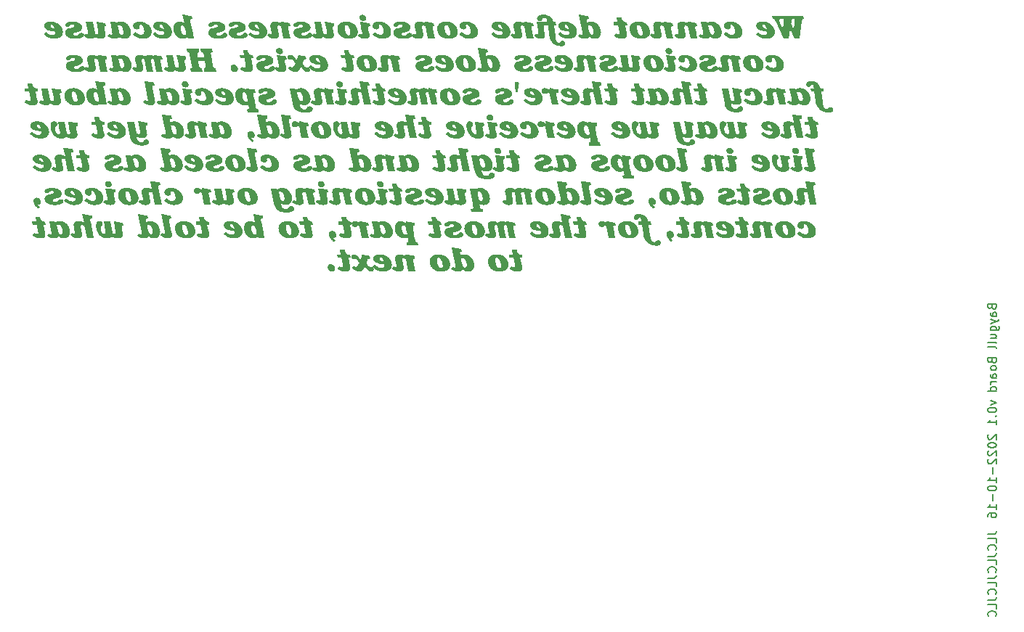
<source format=gbr>
%TF.GenerationSoftware,KiCad,Pcbnew,(6.0.8)*%
%TF.CreationDate,2022-10-22T23:28:31+01:00*%
%TF.ProjectId,bottom_plate,626f7474-6f6d-45f7-906c-6174652e6b69,v1.0.0*%
%TF.SameCoordinates,Original*%
%TF.FileFunction,Legend,Bot*%
%TF.FilePolarity,Positive*%
%FSLAX46Y46*%
G04 Gerber Fmt 4.6, Leading zero omitted, Abs format (unit mm)*
G04 Created by KiCad (PCBNEW (6.0.8)) date 2022-10-22 23:28:31*
%MOMM*%
%LPD*%
G01*
G04 APERTURE LIST*
%ADD10C,0.000000*%
%ADD11C,0.150000*%
G04 APERTURE END LIST*
D10*
G36*
X95769416Y27405069D02*
G01*
X95780707Y27349930D01*
X95788837Y27294408D01*
X95793755Y27238607D01*
X95795406Y27182633D01*
X95793622Y27119511D01*
X95788372Y27059607D01*
X95779802Y27002840D01*
X95768060Y26949132D01*
X95753293Y26898403D01*
X95735651Y26850572D01*
X95715280Y26805561D01*
X95692328Y26763290D01*
X95666944Y26723679D01*
X95639274Y26686649D01*
X95609467Y26652120D01*
X95577670Y26620012D01*
X95544031Y26590247D01*
X95508699Y26562744D01*
X95471820Y26537424D01*
X95433543Y26514207D01*
X95394016Y26493013D01*
X95353385Y26473764D01*
X95311800Y26456379D01*
X95269408Y26440779D01*
X95226356Y26426884D01*
X95182792Y26414615D01*
X95094721Y26394637D01*
X95006378Y26380206D01*
X94918943Y26370686D01*
X94833601Y26365441D01*
X94751533Y26363834D01*
X94703283Y26364955D01*
X94649115Y26368617D01*
X94589570Y26375269D01*
X94525188Y26385359D01*
X94456508Y26399338D01*
X94384071Y26417655D01*
X94308417Y26440757D01*
X94230085Y26469095D01*
X94149615Y26503117D01*
X94067549Y26543273D01*
X93984425Y26590011D01*
X93900783Y26643781D01*
X93858937Y26673444D01*
X93817165Y26705032D01*
X93775533Y26738603D01*
X93734109Y26774213D01*
X93692961Y26811917D01*
X93652156Y26851772D01*
X93611761Y26893835D01*
X93571845Y26938160D01*
X93824081Y27163235D01*
X93870093Y27118123D01*
X93916417Y27075921D01*
X93963004Y27036630D01*
X94009800Y27000249D01*
X94056756Y26966779D01*
X94103820Y26936220D01*
X94150941Y26908571D01*
X94198067Y26883832D01*
X94245148Y26862004D01*
X94292133Y26843086D01*
X94338969Y26827079D01*
X94385607Y26813982D01*
X94431994Y26803796D01*
X94478081Y26796520D01*
X94523814Y26792154D01*
X94569144Y26790699D01*
X94603676Y26791924D01*
X94637297Y26795588D01*
X94669827Y26801673D01*
X94701084Y26810162D01*
X94716178Y26815304D01*
X94730886Y26821039D01*
X94745184Y26827368D01*
X94759050Y26834287D01*
X94772462Y26841794D01*
X94785396Y26849888D01*
X94797830Y26858565D01*
X94809741Y26867825D01*
X94821106Y26877664D01*
X94831902Y26888081D01*
X94842108Y26899073D01*
X94851700Y26910639D01*
X94860654Y26922776D01*
X94868950Y26935483D01*
X94876563Y26948756D01*
X94883472Y26962594D01*
X94889653Y26976995D01*
X94895083Y26991957D01*
X94899741Y27007477D01*
X94903602Y27023553D01*
X94906646Y27040184D01*
X94908847Y27057367D01*
X94910185Y27075100D01*
X94910636Y27093380D01*
X94910636Y27190395D01*
X94780418Y27206001D01*
X94653617Y27223919D01*
X94530920Y27244464D01*
X94413015Y27267947D01*
X94300590Y27294682D01*
X94194332Y27324981D01*
X94094930Y27359157D01*
X94003070Y27397522D01*
X93919442Y27440389D01*
X93844733Y27488071D01*
X93810938Y27513815D01*
X93779631Y27540880D01*
X93750897Y27569305D01*
X93724822Y27599129D01*
X93701494Y27630391D01*
X93680997Y27663130D01*
X93663417Y27697386D01*
X93648841Y27733197D01*
X93637354Y27770602D01*
X93629043Y27809641D01*
X93623993Y27850353D01*
X93623536Y27861733D01*
X94359595Y27861733D01*
X94360415Y27844783D01*
X94362831Y27828135D01*
X94366780Y27811796D01*
X94372200Y27795771D01*
X94379026Y27780068D01*
X94387196Y27764692D01*
X94396646Y27749650D01*
X94407314Y27734948D01*
X94419135Y27720594D01*
X94432048Y27706592D01*
X94445987Y27692950D01*
X94460891Y27679674D01*
X94476696Y27666770D01*
X94493339Y27654245D01*
X94510756Y27642104D01*
X94528884Y27630356D01*
X94547660Y27619005D01*
X94567022Y27608059D01*
X94607245Y27587405D01*
X94649049Y27568445D01*
X94691928Y27551229D01*
X94735374Y27535810D01*
X94778884Y27522239D01*
X94821950Y27510566D01*
X94864066Y27500843D01*
X94848668Y27555154D01*
X94831650Y27607361D01*
X94813120Y27657272D01*
X94793186Y27704693D01*
X94771955Y27749431D01*
X94749537Y27791293D01*
X94726039Y27830085D01*
X94701568Y27865614D01*
X94676234Y27897687D01*
X94650143Y27926111D01*
X94623405Y27950692D01*
X94596127Y27971237D01*
X94568417Y27987553D01*
X94554434Y27994065D01*
X94540383Y27999447D01*
X94526278Y28003675D01*
X94512133Y28006725D01*
X94497961Y28008572D01*
X94483775Y28009193D01*
X94477273Y28009002D01*
X94470869Y28008433D01*
X94464570Y28007496D01*
X94458383Y28006200D01*
X94452316Y28004554D01*
X94446376Y28002569D01*
X94440569Y28000252D01*
X94434902Y27997613D01*
X94429384Y27994661D01*
X94424020Y27991406D01*
X94418819Y27987857D01*
X94413786Y27984023D01*
X94408930Y27979914D01*
X94404257Y27975538D01*
X94399775Y27970904D01*
X94395490Y27966023D01*
X94391410Y27960903D01*
X94387541Y27955553D01*
X94383892Y27949984D01*
X94380468Y27944203D01*
X94377277Y27938220D01*
X94374327Y27932045D01*
X94371624Y27925686D01*
X94369175Y27919153D01*
X94366988Y27912456D01*
X94365069Y27905603D01*
X94363426Y27898603D01*
X94362066Y27891466D01*
X94360996Y27884202D01*
X94360223Y27876818D01*
X94359753Y27869326D01*
X94359595Y27861733D01*
X93623536Y27861733D01*
X93622291Y27892777D01*
X93623129Y27919058D01*
X93625632Y27944776D01*
X93629783Y27969913D01*
X93635562Y27994451D01*
X93642953Y28018373D01*
X93651938Y28041660D01*
X93662499Y28064294D01*
X93674618Y28086259D01*
X93688278Y28107535D01*
X93703460Y28128106D01*
X93720148Y28147954D01*
X93738322Y28167061D01*
X93757966Y28185409D01*
X93779062Y28202980D01*
X93801591Y28219757D01*
X93825537Y28235722D01*
X93850881Y28250856D01*
X93877605Y28265144D01*
X93905693Y28278565D01*
X93935125Y28291104D01*
X93965885Y28302741D01*
X93997954Y28313460D01*
X94031315Y28323242D01*
X94065950Y28332070D01*
X94101841Y28339926D01*
X94138970Y28346792D01*
X94177320Y28352650D01*
X94216874Y28357483D01*
X94257612Y28361273D01*
X94299518Y28364003D01*
X94342573Y28365653D01*
X94386760Y28366207D01*
X94464889Y28364508D01*
X94541351Y28359481D01*
X94616091Y28351230D01*
X94689058Y28339862D01*
X94760196Y28325481D01*
X94829454Y28308192D01*
X94896778Y28288101D01*
X94962115Y28265313D01*
X95025410Y28239932D01*
X95086612Y28212065D01*
X95145666Y28181816D01*
X95202520Y28149290D01*
X95257120Y28114593D01*
X95309413Y28077829D01*
X95359345Y28039104D01*
X95406864Y27998524D01*
X95451915Y27956192D01*
X95494447Y27912215D01*
X95534404Y27866698D01*
X95571735Y27819745D01*
X95606385Y27771462D01*
X95638302Y27721954D01*
X95667432Y27671326D01*
X95693723Y27619683D01*
X95717119Y27567131D01*
X95737569Y27513774D01*
X95741744Y27500843D01*
X95755020Y27459719D01*
X95769416Y27405069D01*
G37*
G36*
X121685112Y7495622D02*
G01*
X121667469Y7447791D01*
X121647098Y7402781D01*
X121624146Y7360510D01*
X121598762Y7320899D01*
X121571092Y7283869D01*
X121541285Y7249340D01*
X121509488Y7217233D01*
X121475849Y7187467D01*
X121440517Y7159964D01*
X121403638Y7134644D01*
X121365362Y7111427D01*
X121325834Y7090234D01*
X121285204Y7070985D01*
X121243619Y7053600D01*
X121201226Y7038001D01*
X121158174Y7024106D01*
X121114611Y7011837D01*
X121026540Y6991859D01*
X120938197Y6977428D01*
X120850763Y6967909D01*
X120765421Y6962664D01*
X120683353Y6961057D01*
X120588012Y6963340D01*
X120496932Y6970045D01*
X120410034Y6980955D01*
X120327236Y6995853D01*
X120248456Y7014523D01*
X120173615Y7036748D01*
X120102630Y7062311D01*
X120035421Y7090995D01*
X119971907Y7122584D01*
X119912007Y7156861D01*
X119855640Y7193610D01*
X119802724Y7232613D01*
X119753180Y7273654D01*
X119706925Y7316516D01*
X119663879Y7360982D01*
X119623961Y7406836D01*
X119587090Y7453861D01*
X119553185Y7501841D01*
X119493948Y7599795D01*
X119445602Y7698966D01*
X119407499Y7797620D01*
X119378992Y7894023D01*
X119359432Y7986441D01*
X119348171Y8073140D01*
X119344562Y8152387D01*
X119345629Y8197050D01*
X119348827Y8240793D01*
X119354148Y8283584D01*
X119358422Y8307611D01*
X120206044Y8307611D01*
X120207394Y8267604D01*
X120211570Y8215842D01*
X120218757Y8154303D01*
X120229146Y8084965D01*
X120242922Y8009805D01*
X120260273Y7930804D01*
X120281388Y7849937D01*
X120306454Y7769185D01*
X120335657Y7690524D01*
X120369187Y7615933D01*
X120407230Y7547391D01*
X120428002Y7516006D01*
X120449974Y7486874D01*
X120473167Y7460244D01*
X120497606Y7436363D01*
X120523315Y7415477D01*
X120550315Y7397834D01*
X120578632Y7383681D01*
X120608288Y7373266D01*
X120639307Y7366835D01*
X120671712Y7364637D01*
X120683536Y7364842D01*
X120694995Y7365457D01*
X120706088Y7366485D01*
X120716816Y7367926D01*
X120727177Y7369783D01*
X120737171Y7372055D01*
X120746797Y7374746D01*
X120756054Y7377855D01*
X120764941Y7381386D01*
X120773458Y7385338D01*
X120781605Y7389714D01*
X120789379Y7394515D01*
X120796782Y7399742D01*
X120803811Y7405396D01*
X120810467Y7411480D01*
X120816748Y7417995D01*
X120822654Y7424942D01*
X120828184Y7432322D01*
X120833337Y7440137D01*
X120838113Y7448388D01*
X120842511Y7457077D01*
X120846531Y7466205D01*
X120850171Y7475773D01*
X120853431Y7485784D01*
X120856310Y7496238D01*
X120858807Y7507136D01*
X120860922Y7518481D01*
X120862654Y7530274D01*
X120864003Y7542515D01*
X120864967Y7555208D01*
X120865546Y7568351D01*
X120865739Y7581949D01*
X120863709Y7654962D01*
X120857682Y7732040D01*
X120847757Y7811972D01*
X120834028Y7893545D01*
X120816593Y7975551D01*
X120795548Y8056779D01*
X120770991Y8136016D01*
X120743017Y8212053D01*
X120711723Y8283679D01*
X120677207Y8349684D01*
X120639563Y8408855D01*
X120598890Y8459983D01*
X120577448Y8482153D01*
X120555284Y8501857D01*
X120532411Y8518946D01*
X120508841Y8533266D01*
X120484586Y8544668D01*
X120459658Y8553000D01*
X120434070Y8558110D01*
X120407832Y8559847D01*
X120381905Y8559103D01*
X120369679Y8558155D01*
X120357938Y8556807D01*
X120346678Y8555047D01*
X120335893Y8552863D01*
X120325579Y8550243D01*
X120315730Y8547174D01*
X120306341Y8543645D01*
X120297408Y8539643D01*
X120288925Y8535157D01*
X120280888Y8530174D01*
X120273291Y8524682D01*
X120266130Y8518670D01*
X120259400Y8512124D01*
X120253095Y8505034D01*
X120247211Y8497387D01*
X120241743Y8489170D01*
X120236685Y8480372D01*
X120232033Y8470981D01*
X120227782Y8460984D01*
X120223926Y8450370D01*
X120220461Y8439127D01*
X120217383Y8427241D01*
X120214685Y8414702D01*
X120212362Y8401498D01*
X120210411Y8387615D01*
X120208826Y8373042D01*
X120206733Y8341779D01*
X120206044Y8307611D01*
X119358422Y8307611D01*
X119361585Y8325391D01*
X119371130Y8366179D01*
X119382778Y8405918D01*
X119396520Y8444574D01*
X119412350Y8482114D01*
X119430261Y8518506D01*
X119450244Y8553717D01*
X119472294Y8587714D01*
X119496404Y8620465D01*
X119522565Y8651937D01*
X119550771Y8682098D01*
X119581016Y8710914D01*
X119613290Y8738353D01*
X119647589Y8764382D01*
X119683904Y8788969D01*
X119722229Y8812081D01*
X119762555Y8833685D01*
X119804878Y8853748D01*
X119849188Y8872238D01*
X119895479Y8889123D01*
X119943744Y8904369D01*
X119993976Y8917943D01*
X120046168Y8929814D01*
X120100312Y8939948D01*
X120156402Y8948313D01*
X120214430Y8954876D01*
X120274389Y8959604D01*
X120336273Y8962465D01*
X120400073Y8963426D01*
X120479334Y8961650D01*
X120556306Y8956401D01*
X120630975Y8947800D01*
X120703325Y8935967D01*
X120773342Y8921021D01*
X120841010Y8903083D01*
X120906315Y8882273D01*
X120969242Y8858712D01*
X121029775Y8832518D01*
X121087901Y8803813D01*
X121143604Y8772715D01*
X121196868Y8739347D01*
X121247680Y8703826D01*
X121296024Y8666274D01*
X121341886Y8626811D01*
X121385250Y8585557D01*
X121426101Y8542631D01*
X121464425Y8498154D01*
X121500206Y8452246D01*
X121533431Y8405027D01*
X121564083Y8356617D01*
X121592148Y8307137D01*
X121617611Y8256705D01*
X121640457Y8205444D01*
X121660671Y8153471D01*
X121678238Y8100908D01*
X121693144Y8047875D01*
X121705373Y7994491D01*
X121714910Y7940877D01*
X121721741Y7887153D01*
X121725850Y7833439D01*
X121727224Y7779855D01*
X121727224Y7779851D01*
X121725441Y7716730D01*
X121720190Y7656826D01*
X121711620Y7600060D01*
X121707660Y7581949D01*
X121699878Y7546351D01*
X121685112Y7495622D01*
G37*
G36*
X64917032Y12825099D02*
G01*
X64962827Y12807686D01*
X65008690Y12791672D01*
X65054701Y12776982D01*
X65100940Y12763543D01*
X65147486Y12751280D01*
X65194418Y12740120D01*
X65241817Y12729990D01*
X65289761Y12720814D01*
X65338331Y12712519D01*
X65437664Y12698278D01*
X65540453Y12686675D01*
X65647334Y12677118D01*
X65717189Y12320108D01*
X65685883Y12317691D01*
X65657380Y12314780D01*
X65631572Y12311334D01*
X65608349Y12307314D01*
X65587606Y12302680D01*
X65569233Y12297393D01*
X65553122Y12291412D01*
X65539166Y12284698D01*
X65527256Y12277210D01*
X65522035Y12273164D01*
X65517284Y12268910D01*
X65512992Y12264443D01*
X65509143Y12259758D01*
X65505726Y12254849D01*
X65502725Y12249712D01*
X65500128Y12244343D01*
X65497921Y12238735D01*
X65494623Y12226786D01*
X65492723Y12213824D01*
X65492114Y12199812D01*
X65492248Y12188170D01*
X65492637Y12176528D01*
X65494115Y12153245D01*
X65496412Y12129962D01*
X65499390Y12106679D01*
X65502913Y12083396D01*
X65506846Y12060112D01*
X65515391Y12013544D01*
X65748241Y10892061D01*
X64933322Y10892061D01*
X64653926Y12304582D01*
X64621115Y12317444D01*
X64587168Y12329623D01*
X64552766Y12340802D01*
X64518591Y12350662D01*
X64485326Y12358886D01*
X64469247Y12362284D01*
X64453652Y12365154D01*
X64438625Y12367455D01*
X64424252Y12369148D01*
X64410617Y12370193D01*
X64397807Y12370550D01*
X64376792Y12370043D01*
X64357380Y12368496D01*
X64348264Y12367320D01*
X64339536Y12365869D01*
X64331192Y12364138D01*
X64323227Y12362122D01*
X64315638Y12359816D01*
X64308419Y12357216D01*
X64301567Y12354315D01*
X64295077Y12351110D01*
X64288946Y12347595D01*
X64283168Y12343765D01*
X64277740Y12339616D01*
X64272658Y12335141D01*
X64267916Y12330337D01*
X64263511Y12325199D01*
X64259439Y12319720D01*
X64255695Y12313897D01*
X64252275Y12307725D01*
X64249174Y12301198D01*
X64246390Y12294311D01*
X64243916Y12287060D01*
X64241749Y12279439D01*
X64239886Y12271444D01*
X64238320Y12263069D01*
X64237049Y12254310D01*
X64235372Y12235619D01*
X64234820Y12215330D01*
X64401683Y11260713D01*
X64401072Y11235953D01*
X64399254Y11211881D01*
X64396247Y11188504D01*
X64392073Y11165828D01*
X64386750Y11143860D01*
X64380298Y11122606D01*
X64372739Y11102073D01*
X64364090Y11082267D01*
X64354373Y11063194D01*
X64343607Y11044860D01*
X64331813Y11027273D01*
X64319009Y11010438D01*
X64305216Y10994362D01*
X64290454Y10979052D01*
X64274743Y10964513D01*
X64258103Y10950752D01*
X64240552Y10937775D01*
X64222113Y10925590D01*
X64202803Y10914201D01*
X64182644Y10903617D01*
X64161654Y10893842D01*
X64139855Y10884884D01*
X64117266Y10876748D01*
X64093906Y10869442D01*
X64069796Y10862972D01*
X64044955Y10857343D01*
X64019404Y10852563D01*
X63993162Y10848637D01*
X63966250Y10845573D01*
X63938686Y10843376D01*
X63910492Y10842054D01*
X63881686Y10841611D01*
X63814762Y10843110D01*
X63750658Y10847599D01*
X63689191Y10855067D01*
X63630179Y10865501D01*
X63573441Y10878892D01*
X63518795Y10895227D01*
X63466059Y10914495D01*
X63415051Y10936686D01*
X63365589Y10961786D01*
X63317491Y10989786D01*
X63270575Y11020673D01*
X63224660Y11054437D01*
X63179563Y11091065D01*
X63135104Y11130547D01*
X63091098Y11172872D01*
X63047366Y11218027D01*
X63229755Y11450861D01*
X63244262Y11438769D01*
X63258690Y11427251D01*
X63273050Y11416336D01*
X63287354Y11406052D01*
X63301612Y11396427D01*
X63315836Y11387490D01*
X63330037Y11379270D01*
X63344227Y11371794D01*
X63358417Y11365092D01*
X63372619Y11359191D01*
X63386843Y11354119D01*
X63401102Y11349907D01*
X63415406Y11346580D01*
X63429767Y11344169D01*
X63444196Y11342702D01*
X63458705Y11342207D01*
X63464469Y11342309D01*
X63470115Y11342621D01*
X63475638Y11343143D01*
X63481035Y11343881D01*
X63486302Y11344839D01*
X63491433Y11346018D01*
X63496424Y11347423D01*
X63501273Y11349058D01*
X63505973Y11350926D01*
X63510521Y11353030D01*
X63514913Y11355375D01*
X63519144Y11357963D01*
X63523211Y11360799D01*
X63527108Y11363885D01*
X63530832Y11367226D01*
X63534378Y11370825D01*
X63537742Y11374685D01*
X63540921Y11378810D01*
X63543908Y11383204D01*
X63546701Y11387870D01*
X63549295Y11392812D01*
X63551686Y11398033D01*
X63553869Y11403537D01*
X63555841Y11409327D01*
X63557596Y11415407D01*
X63559132Y11421780D01*
X63560442Y11428451D01*
X63561524Y11435422D01*
X63562373Y11442697D01*
X63562985Y11450280D01*
X63563355Y11458174D01*
X63563480Y11466383D01*
X63561606Y11491756D01*
X63556310Y11527668D01*
X63537407Y11625607D01*
X63480048Y11887425D01*
X63449413Y12029293D01*
X63422689Y12163794D01*
X63412016Y12224843D01*
X63403787Y12279923D01*
X63398491Y12327658D01*
X63396617Y12366674D01*
X63397384Y12399112D01*
X63399657Y12430229D01*
X63403399Y12460041D01*
X63408569Y12488571D01*
X63415130Y12515835D01*
X63423041Y12541853D01*
X63432264Y12566646D01*
X63442759Y12590231D01*
X63454488Y12612628D01*
X63467412Y12633856D01*
X63481490Y12653934D01*
X63496685Y12672882D01*
X63512958Y12690719D01*
X63530268Y12707463D01*
X63548577Y12723135D01*
X63567846Y12737753D01*
X63588037Y12751336D01*
X63609109Y12763904D01*
X63631023Y12775476D01*
X63653741Y12786071D01*
X63677224Y12795708D01*
X63701433Y12804406D01*
X63726327Y12812185D01*
X63751869Y12819063D01*
X63778019Y12825061D01*
X63804739Y12830196D01*
X63859729Y12837959D01*
X63916526Y12842503D01*
X63974818Y12843984D01*
X64017956Y12843086D01*
X64061435Y12840437D01*
X64105141Y12836106D01*
X64148961Y12830160D01*
X64192780Y12822668D01*
X64236486Y12813698D01*
X64279964Y12803318D01*
X64323101Y12791597D01*
X64365783Y12778602D01*
X64407897Y12764403D01*
X64449329Y12749066D01*
X64489964Y12732661D01*
X64529691Y12715255D01*
X64568394Y12696917D01*
X64605960Y12677714D01*
X64642276Y12657716D01*
X64626750Y12843984D01*
X64871226Y12843984D01*
X64917032Y12825099D01*
G37*
G36*
X37141705Y7665292D02*
G01*
X37138702Y7618459D01*
X37133769Y7573371D01*
X37126961Y7530013D01*
X37118338Y7488373D01*
X37107955Y7448435D01*
X37095872Y7410185D01*
X37082145Y7373609D01*
X37066832Y7338694D01*
X37049991Y7305423D01*
X37031679Y7273784D01*
X37011954Y7243763D01*
X36990873Y7215344D01*
X36968494Y7188514D01*
X36944874Y7163259D01*
X36920071Y7139564D01*
X36894142Y7117415D01*
X36867146Y7096798D01*
X36839139Y7077699D01*
X36810179Y7060103D01*
X36780324Y7043997D01*
X36749632Y7029365D01*
X36718159Y7016195D01*
X36685963Y7004471D01*
X36653102Y6994180D01*
X36619634Y6985307D01*
X36551105Y6971759D01*
X36480837Y6963714D01*
X36409289Y6961057D01*
X36363311Y6962181D01*
X36318491Y6965499D01*
X36274809Y6970931D01*
X36232240Y6978398D01*
X36190763Y6987821D01*
X36150354Y6999119D01*
X36110992Y7012214D01*
X36072652Y7027026D01*
X36035313Y7043474D01*
X35998951Y7061481D01*
X35963545Y7080965D01*
X35929071Y7101847D01*
X35895507Y7124049D01*
X35862829Y7147490D01*
X35831016Y7172090D01*
X35800044Y7197771D01*
X35787859Y7180703D01*
X35775321Y7164416D01*
X35762440Y7148894D01*
X35749228Y7134120D01*
X35735694Y7120080D01*
X35721850Y7106757D01*
X35707706Y7094137D01*
X35693272Y7082202D01*
X35678560Y7070939D01*
X35663580Y7060331D01*
X35648343Y7050362D01*
X35632860Y7041017D01*
X35601195Y7024136D01*
X35568672Y7009564D01*
X35535376Y6997174D01*
X35501393Y6986841D01*
X35466806Y6978442D01*
X35431703Y6971850D01*
X35396167Y6966941D01*
X35360285Y6963589D01*
X35324142Y6961669D01*
X35287822Y6961057D01*
X35230320Y6962417D01*
X35172880Y6966476D01*
X35115657Y6973207D01*
X35058803Y6982582D01*
X35002473Y6994571D01*
X34946819Y7009146D01*
X34891995Y7026280D01*
X34838154Y7045943D01*
X34785450Y7068108D01*
X34734037Y7092745D01*
X34684068Y7119827D01*
X34635696Y7149324D01*
X34589076Y7181209D01*
X34544359Y7215454D01*
X34501701Y7252029D01*
X34461253Y7290906D01*
X34639758Y7523737D01*
X34660960Y7509814D01*
X34680956Y7497120D01*
X34699816Y7485607D01*
X34717608Y7475232D01*
X34734399Y7465947D01*
X34750257Y7457708D01*
X34765252Y7450470D01*
X34779452Y7444187D01*
X34792923Y7438813D01*
X34805736Y7434303D01*
X34817957Y7430611D01*
X34829655Y7427693D01*
X34840899Y7425502D01*
X34851756Y7423994D01*
X34862296Y7423122D01*
X34872585Y7422842D01*
X34879373Y7423000D01*
X34885913Y7423470D01*
X34892207Y7424245D01*
X34898257Y7425320D01*
X34904066Y7426687D01*
X34909635Y7428341D01*
X34914967Y7430275D01*
X34920064Y7432482D01*
X34924927Y7434956D01*
X34929560Y7437692D01*
X34933963Y7440681D01*
X34938140Y7443919D01*
X34942093Y7447398D01*
X34945822Y7451112D01*
X34949332Y7455055D01*
X34952624Y7459220D01*
X34955699Y7463602D01*
X34958560Y7468193D01*
X34961210Y7472987D01*
X34963650Y7477979D01*
X34965883Y7483160D01*
X34967910Y7488526D01*
X34969734Y7494069D01*
X34971357Y7499783D01*
X34972781Y7505663D01*
X34974009Y7511701D01*
X34975041Y7517891D01*
X34975881Y7524226D01*
X34976992Y7537309D01*
X34977359Y7550897D01*
X34977093Y7561793D01*
X34976321Y7574037D01*
X34973419Y7602133D01*
X34968971Y7634323D01*
X34963295Y7669740D01*
X34949534Y7746806D01*
X34934680Y7826418D01*
X34808947Y8478349D01*
X35590488Y8478349D01*
X35749591Y7857465D01*
X35765653Y7797718D01*
X35781846Y7743474D01*
X35798208Y7694504D01*
X35814781Y7650583D01*
X35831603Y7611481D01*
X35848714Y7576973D01*
X35866155Y7546831D01*
X35883966Y7520826D01*
X35902185Y7498733D01*
X35920853Y7480323D01*
X35940009Y7465369D01*
X35959694Y7453644D01*
X35979947Y7444921D01*
X36000808Y7438971D01*
X36022316Y7435568D01*
X36044513Y7434484D01*
X36058508Y7434791D01*
X36072113Y7435709D01*
X36085325Y7437237D01*
X36098139Y7439373D01*
X36110553Y7442114D01*
X36122562Y7445458D01*
X36134163Y7449403D01*
X36145353Y7453947D01*
X36156127Y7459089D01*
X36166484Y7464824D01*
X36176418Y7471153D01*
X36185926Y7478072D01*
X36195005Y7485579D01*
X36203652Y7493673D01*
X36211862Y7502350D01*
X36219632Y7511610D01*
X36226959Y7521449D01*
X36233839Y7531866D01*
X36240268Y7542858D01*
X36246244Y7554424D01*
X36251761Y7566561D01*
X36256818Y7579268D01*
X36261410Y7592541D01*
X36265533Y7606379D01*
X36269185Y7620780D01*
X36272361Y7635742D01*
X36275059Y7651262D01*
X36277274Y7667338D01*
X36279003Y7683969D01*
X36280242Y7701152D01*
X36280988Y7718885D01*
X36281238Y7737165D01*
X36277774Y7788227D01*
X36265170Y7886628D01*
X36254403Y7948366D01*
X36240105Y8015680D01*
X36221863Y8086483D01*
X36199261Y8158691D01*
X36171884Y8230217D01*
X36156275Y8265072D01*
X36139316Y8298974D01*
X36120957Y8331662D01*
X36101144Y8362877D01*
X36079827Y8392356D01*
X36056952Y8419839D01*
X36032469Y8445065D01*
X36006326Y8467774D01*
X35978470Y8487705D01*
X35948849Y8504596D01*
X35917413Y8518188D01*
X35884108Y8528220D01*
X35848883Y8534430D01*
X35811687Y8536558D01*
X35798587Y8536416D01*
X35785471Y8535967D01*
X35772320Y8535177D01*
X35759117Y8534012D01*
X35745846Y8532437D01*
X35732490Y8530419D01*
X35719031Y8527924D01*
X35705453Y8524917D01*
X35691738Y8521365D01*
X35677871Y8517232D01*
X35663832Y8512486D01*
X35649606Y8507091D01*
X35635176Y8501014D01*
X35620524Y8494221D01*
X35605633Y8486677D01*
X35590488Y8478349D01*
X34808947Y8478349D01*
X34725124Y8912973D01*
X35361545Y8912973D01*
X35427509Y8804323D01*
X35459653Y8827213D01*
X35492031Y8847926D01*
X35524602Y8866559D01*
X35557326Y8883208D01*
X35590164Y8897969D01*
X35623077Y8910940D01*
X35656023Y8922217D01*
X35688963Y8931897D01*
X35721858Y8940076D01*
X35754668Y8946851D01*
X35787352Y8952318D01*
X35819872Y8956575D01*
X35852187Y8959717D01*
X35884257Y8961842D01*
X35916043Y8963046D01*
X35947505Y8963426D01*
X36018535Y8961560D01*
X36087549Y8956044D01*
X36154531Y8947004D01*
X36219464Y8934564D01*
X36282334Y8918851D01*
X36343125Y8899988D01*
X36401822Y8878101D01*
X36458408Y8853315D01*
X36512867Y8825755D01*
X36565186Y8795546D01*
X36615347Y8762813D01*
X36663335Y8727681D01*
X36709134Y8690276D01*
X36752730Y8650722D01*
X36794105Y8609144D01*
X36833245Y8565667D01*
X36870135Y8520417D01*
X36904757Y8473519D01*
X36937097Y8425097D01*
X36967139Y8375277D01*
X36994868Y8324183D01*
X37020268Y8271942D01*
X37043322Y8218677D01*
X37064016Y8164514D01*
X37082335Y8109578D01*
X37098261Y8053993D01*
X37111780Y7997886D01*
X37122876Y7941381D01*
X37131534Y7884604D01*
X37137737Y7827678D01*
X37141471Y7770730D01*
X37142207Y7737165D01*
X37142718Y7713884D01*
X37141705Y7665292D01*
G37*
G36*
X81861499Y27405069D02*
G01*
X81872790Y27349930D01*
X81880920Y27294408D01*
X81885837Y27238607D01*
X81887488Y27182633D01*
X81885705Y27119511D01*
X81880455Y27059607D01*
X81871885Y27002840D01*
X81860143Y26949132D01*
X81845376Y26898403D01*
X81827734Y26850572D01*
X81807363Y26805561D01*
X81784411Y26763290D01*
X81759027Y26723679D01*
X81731357Y26686649D01*
X81701550Y26652120D01*
X81669753Y26620012D01*
X81636114Y26590247D01*
X81600782Y26562744D01*
X81563903Y26537424D01*
X81525626Y26514207D01*
X81486099Y26493013D01*
X81445468Y26473764D01*
X81403883Y26456379D01*
X81361491Y26440779D01*
X81318439Y26426884D01*
X81274875Y26414615D01*
X81186804Y26394637D01*
X81098461Y26380206D01*
X81011026Y26370686D01*
X80925684Y26365441D01*
X80843616Y26363834D01*
X80795366Y26364955D01*
X80741198Y26368617D01*
X80681653Y26375269D01*
X80617271Y26385359D01*
X80548591Y26399338D01*
X80476154Y26417655D01*
X80400500Y26440757D01*
X80322168Y26469095D01*
X80241698Y26503117D01*
X80159632Y26543273D01*
X80076507Y26590011D01*
X79992866Y26643781D01*
X79951020Y26673444D01*
X79909248Y26705032D01*
X79867616Y26738603D01*
X79826192Y26774213D01*
X79785044Y26811917D01*
X79744238Y26851772D01*
X79703844Y26893835D01*
X79663928Y26938160D01*
X79916164Y27163235D01*
X79962176Y27118123D01*
X80008500Y27075921D01*
X80055087Y27036630D01*
X80101883Y27000249D01*
X80148839Y26966779D01*
X80195903Y26936220D01*
X80243024Y26908571D01*
X80290150Y26883832D01*
X80337231Y26862004D01*
X80384216Y26843086D01*
X80431052Y26827079D01*
X80477690Y26813982D01*
X80524077Y26803796D01*
X80570164Y26796520D01*
X80615897Y26792154D01*
X80661227Y26790699D01*
X80695759Y26791924D01*
X80729380Y26795588D01*
X80761910Y26801673D01*
X80793167Y26810162D01*
X80808261Y26815304D01*
X80822969Y26821039D01*
X80837267Y26827368D01*
X80851133Y26834287D01*
X80864545Y26841794D01*
X80877479Y26849888D01*
X80889913Y26858565D01*
X80901824Y26867825D01*
X80913189Y26877664D01*
X80923985Y26888081D01*
X80934191Y26899073D01*
X80943783Y26910639D01*
X80952737Y26922776D01*
X80961033Y26935483D01*
X80968646Y26948756D01*
X80975555Y26962594D01*
X80981736Y26976995D01*
X80987166Y26991957D01*
X80991824Y27007477D01*
X80995685Y27023553D01*
X80998729Y27040184D01*
X81000930Y27057367D01*
X81002268Y27075100D01*
X81002719Y27093380D01*
X81002719Y27190395D01*
X80872501Y27206001D01*
X80745700Y27223919D01*
X80623003Y27244464D01*
X80505098Y27267947D01*
X80392673Y27294682D01*
X80286415Y27324981D01*
X80187013Y27359157D01*
X80095153Y27397522D01*
X80011525Y27440389D01*
X79936816Y27488071D01*
X79903021Y27513815D01*
X79871713Y27540880D01*
X79842980Y27569305D01*
X79816905Y27599129D01*
X79793577Y27630391D01*
X79773080Y27663130D01*
X79755500Y27697386D01*
X79740924Y27733197D01*
X79729437Y27770602D01*
X79721126Y27809641D01*
X79716076Y27850353D01*
X79715619Y27861733D01*
X80451678Y27861733D01*
X80452498Y27844783D01*
X80454914Y27828135D01*
X80458863Y27811796D01*
X80464283Y27795771D01*
X80471109Y27780068D01*
X80479279Y27764692D01*
X80488729Y27749650D01*
X80499397Y27734948D01*
X80511218Y27720594D01*
X80524131Y27706592D01*
X80538070Y27692950D01*
X80552974Y27679674D01*
X80568779Y27666770D01*
X80585422Y27654245D01*
X80602839Y27642104D01*
X80620967Y27630356D01*
X80639743Y27619005D01*
X80659105Y27608059D01*
X80699328Y27587405D01*
X80741132Y27568445D01*
X80784011Y27551229D01*
X80827457Y27535810D01*
X80870967Y27522239D01*
X80914033Y27510566D01*
X80956149Y27500843D01*
X80940751Y27555154D01*
X80923733Y27607361D01*
X80905203Y27657272D01*
X80885269Y27704693D01*
X80864038Y27749431D01*
X80841620Y27791293D01*
X80818122Y27830085D01*
X80793651Y27865614D01*
X80768317Y27897687D01*
X80742226Y27926111D01*
X80715488Y27950692D01*
X80688210Y27971237D01*
X80660500Y27987553D01*
X80646517Y27994065D01*
X80632466Y27999447D01*
X80618361Y28003675D01*
X80604216Y28006725D01*
X80590044Y28008572D01*
X80575858Y28009193D01*
X80569356Y28009002D01*
X80562952Y28008433D01*
X80556653Y28007496D01*
X80550466Y28006200D01*
X80544399Y28004554D01*
X80538459Y28002569D01*
X80532652Y28000252D01*
X80526985Y27997613D01*
X80521467Y27994661D01*
X80516103Y27991406D01*
X80510902Y27987857D01*
X80505869Y27984023D01*
X80501013Y27979914D01*
X80496340Y27975538D01*
X80491858Y27970904D01*
X80487573Y27966023D01*
X80483493Y27960903D01*
X80479624Y27955553D01*
X80475975Y27949984D01*
X80472551Y27944203D01*
X80469360Y27938220D01*
X80466410Y27932045D01*
X80463707Y27925686D01*
X80461258Y27919153D01*
X80459071Y27912456D01*
X80457152Y27905603D01*
X80455509Y27898603D01*
X80454149Y27891466D01*
X80453079Y27884202D01*
X80452306Y27876818D01*
X80451836Y27869326D01*
X80451678Y27861733D01*
X79715619Y27861733D01*
X79714374Y27892777D01*
X79715212Y27919058D01*
X79717715Y27944776D01*
X79721865Y27969913D01*
X79727645Y27994451D01*
X79735036Y28018373D01*
X79744021Y28041660D01*
X79754581Y28064294D01*
X79766700Y28086259D01*
X79780360Y28107535D01*
X79795542Y28128106D01*
X79812229Y28147954D01*
X79830403Y28167061D01*
X79850047Y28185409D01*
X79871142Y28202980D01*
X79893672Y28219757D01*
X79917617Y28235722D01*
X79942961Y28250856D01*
X79969685Y28265144D01*
X79997772Y28278565D01*
X80027205Y28291104D01*
X80057964Y28302741D01*
X80090033Y28313460D01*
X80123394Y28323242D01*
X80158029Y28332070D01*
X80193921Y28339926D01*
X80231050Y28346792D01*
X80269401Y28352650D01*
X80308954Y28357483D01*
X80349693Y28361273D01*
X80391599Y28364003D01*
X80434655Y28365653D01*
X80478843Y28366207D01*
X80556972Y28364508D01*
X80633434Y28359481D01*
X80708174Y28351230D01*
X80781141Y28339862D01*
X80852279Y28325481D01*
X80921537Y28308192D01*
X80988861Y28288101D01*
X81054197Y28265313D01*
X81117493Y28239932D01*
X81178695Y28212065D01*
X81237749Y28181816D01*
X81294603Y28149290D01*
X81349203Y28114593D01*
X81401496Y28077829D01*
X81451428Y28039104D01*
X81498947Y27998524D01*
X81543998Y27956192D01*
X81586530Y27912215D01*
X81626487Y27866698D01*
X81663818Y27819745D01*
X81698468Y27771462D01*
X81730385Y27721954D01*
X81759515Y27671326D01*
X81785806Y27619683D01*
X81809202Y27567131D01*
X81829652Y27513774D01*
X81833827Y27500843D01*
X81847102Y27459719D01*
X81861499Y27405069D01*
G37*
G36*
X93270347Y24466768D02*
G01*
X93316222Y24449355D01*
X93362302Y24433341D01*
X93408734Y24418651D01*
X93455667Y24405212D01*
X93503247Y24392949D01*
X93551623Y24381790D01*
X93600943Y24371659D01*
X93651355Y24362483D01*
X93703005Y24354189D01*
X93810615Y24339947D01*
X93924956Y24328344D01*
X94047210Y24318787D01*
X94117061Y23961777D01*
X94077559Y23959141D01*
X94041883Y23955608D01*
X94009856Y23951187D01*
X93981302Y23945891D01*
X93956046Y23939731D01*
X93933910Y23932718D01*
X93914719Y23924865D01*
X93898296Y23916181D01*
X93884465Y23906678D01*
X93873050Y23896369D01*
X93863874Y23885263D01*
X93856762Y23873373D01*
X93851537Y23860710D01*
X93848023Y23847285D01*
X93846044Y23833110D01*
X93845424Y23818196D01*
X93845557Y23810652D01*
X93845947Y23802597D01*
X93847424Y23785089D01*
X93849720Y23765944D01*
X93852699Y23745435D01*
X93856222Y23723834D01*
X93860156Y23701415D01*
X93868705Y23655213D01*
X94101535Y22533730D01*
X93286620Y22533730D01*
X93127517Y23406853D01*
X93098397Y23556764D01*
X93071370Y23679162D01*
X93058271Y23730768D01*
X93045252Y23776366D01*
X93032165Y23816245D01*
X93018862Y23850695D01*
X93005195Y23880007D01*
X92991016Y23904470D01*
X92976178Y23924374D01*
X92960533Y23940009D01*
X92943933Y23951665D01*
X92926230Y23959631D01*
X92907276Y23964199D01*
X92886924Y23965657D01*
X92877617Y23965189D01*
X92868589Y23963826D01*
X92859800Y23961628D01*
X92851209Y23958654D01*
X92842778Y23954963D01*
X92834467Y23950616D01*
X92826234Y23945672D01*
X92818042Y23940191D01*
X92801618Y23927856D01*
X92784875Y23914088D01*
X92749162Y23884165D01*
X92729555Y23868965D01*
X92719174Y23861514D01*
X92708356Y23854243D01*
X92697060Y23847210D01*
X92685247Y23840475D01*
X92672877Y23834099D01*
X92659910Y23828140D01*
X92646306Y23822659D01*
X92632026Y23817715D01*
X92617029Y23813368D01*
X92601277Y23809677D01*
X92584728Y23806703D01*
X92567344Y23804504D01*
X92549085Y23803141D01*
X92529910Y23802674D01*
X92502463Y23803247D01*
X92476137Y23804937D01*
X92450915Y23807703D01*
X92426780Y23811504D01*
X92403717Y23816296D01*
X92381710Y23822038D01*
X92360741Y23828688D01*
X92340794Y23836204D01*
X92321854Y23844545D01*
X92303903Y23853667D01*
X92286926Y23863531D01*
X92270906Y23874092D01*
X92255827Y23885311D01*
X92241672Y23897143D01*
X92228425Y23909549D01*
X92216070Y23922485D01*
X92204590Y23935911D01*
X92193970Y23949783D01*
X92184192Y23964060D01*
X92175240Y23978700D01*
X92167099Y23993662D01*
X92159751Y24008903D01*
X92147371Y24040054D01*
X92137970Y24071820D01*
X92131416Y24103864D01*
X92127580Y24135851D01*
X92126331Y24167447D01*
X92126871Y24187479D01*
X92128470Y24206832D01*
X92131095Y24225509D01*
X92134713Y24243512D01*
X92139292Y24260844D01*
X92144799Y24277509D01*
X92151202Y24293508D01*
X92158467Y24308845D01*
X92166561Y24323523D01*
X92175454Y24337544D01*
X92185110Y24350911D01*
X92195499Y24363628D01*
X92206586Y24375696D01*
X92218341Y24387120D01*
X92230729Y24397901D01*
X92243718Y24408042D01*
X92257275Y24417547D01*
X92271369Y24426418D01*
X92285965Y24434658D01*
X92301032Y24442270D01*
X92316536Y24449257D01*
X92332446Y24455621D01*
X92348728Y24461365D01*
X92365349Y24466493D01*
X92382277Y24471007D01*
X92399480Y24474910D01*
X92434578Y24480894D01*
X92470380Y24484467D01*
X92506625Y24485654D01*
X92539334Y24484776D01*
X92573299Y24482091D01*
X92608321Y24477519D01*
X92644202Y24470980D01*
X92680743Y24462395D01*
X92717744Y24451683D01*
X92755006Y24438767D01*
X92792331Y24423565D01*
X92829520Y24405998D01*
X92866373Y24385987D01*
X92902692Y24363452D01*
X92938278Y24338313D01*
X92972931Y24310492D01*
X93006454Y24279908D01*
X93038646Y24246481D01*
X93069308Y24210133D01*
X93077067Y24217892D01*
X93034385Y24485654D01*
X93224528Y24485654D01*
X93270347Y24466768D01*
G37*
G36*
X69337887Y9449057D02*
G01*
X69344799Y9415793D01*
X69352666Y9383626D01*
X69361480Y9352548D01*
X69371229Y9322550D01*
X69381902Y9293623D01*
X69393488Y9265760D01*
X69405978Y9238950D01*
X69419360Y9213187D01*
X69433624Y9188461D01*
X69448759Y9164765D01*
X69464755Y9142088D01*
X69481600Y9120423D01*
X69499285Y9099762D01*
X69517798Y9080095D01*
X69537129Y9061415D01*
X69557267Y9043712D01*
X69578201Y9026979D01*
X69599922Y9011206D01*
X69622417Y8996385D01*
X69645678Y8982508D01*
X69669692Y8969566D01*
X69694449Y8957551D01*
X69719939Y8946453D01*
X69773074Y8926978D01*
X69829012Y8911073D01*
X69887668Y8898670D01*
X69948955Y8889700D01*
X69978268Y8709607D01*
X69976996Y8703279D01*
X69974371Y8684602D01*
X69972772Y8665248D01*
X69972232Y8645216D01*
X69973482Y8613621D01*
X69977318Y8581634D01*
X69982567Y8555967D01*
X69751041Y8555967D01*
X69933429Y7585828D01*
X69943191Y7530228D01*
X69948368Y7499130D01*
X69953317Y7466986D01*
X69957720Y7434660D01*
X69961260Y7403017D01*
X69963616Y7372919D01*
X69964252Y7358720D01*
X69964473Y7345232D01*
X69963719Y7318523D01*
X69961490Y7292955D01*
X69957835Y7268508D01*
X69952801Y7245163D01*
X69946436Y7222901D01*
X69938790Y7201703D01*
X69929911Y7181549D01*
X69919846Y7162421D01*
X69908644Y7144299D01*
X69896354Y7127163D01*
X69883023Y7110996D01*
X69868701Y7095777D01*
X69853435Y7081488D01*
X69837273Y7068108D01*
X69820265Y7055620D01*
X69802458Y7044004D01*
X69783901Y7033240D01*
X69764641Y7023310D01*
X69744728Y7014194D01*
X69724210Y7005873D01*
X69703135Y6998328D01*
X69681550Y6991540D01*
X69659506Y6985489D01*
X69637049Y6980157D01*
X69591093Y6971571D01*
X69544068Y6965628D01*
X69496362Y6962174D01*
X69448360Y6961057D01*
X69368137Y6962642D01*
X69290439Y6967371D01*
X69215241Y6975203D01*
X69142523Y6986099D01*
X69072259Y7000019D01*
X69004429Y7016923D01*
X68939009Y7036772D01*
X68875977Y7059526D01*
X68815309Y7085144D01*
X68756983Y7113588D01*
X68700976Y7144817D01*
X68647266Y7178791D01*
X68595830Y7215471D01*
X68546645Y7254817D01*
X68499688Y7296790D01*
X68454936Y7341348D01*
X68664485Y7609109D01*
X68692321Y7588225D01*
X68719094Y7569182D01*
X68744833Y7551913D01*
X68769565Y7536349D01*
X68793319Y7522422D01*
X68816124Y7510065D01*
X68838009Y7499208D01*
X68859000Y7489783D01*
X68879128Y7481722D01*
X68898420Y7474958D01*
X68916905Y7469422D01*
X68934611Y7465045D01*
X68951567Y7461759D01*
X68967802Y7459497D01*
X68983342Y7458190D01*
X68998218Y7457769D01*
X69006438Y7457894D01*
X69014365Y7458267D01*
X69022000Y7458888D01*
X69029346Y7459755D01*
X69036405Y7460866D01*
X69043179Y7462220D01*
X69049670Y7463816D01*
X69055881Y7465651D01*
X69061813Y7467726D01*
X69067468Y7470038D01*
X69072849Y7472586D01*
X69077958Y7475368D01*
X69082797Y7478384D01*
X69087368Y7481631D01*
X69091673Y7485108D01*
X69095715Y7488814D01*
X69099495Y7492747D01*
X69103016Y7496907D01*
X69106279Y7501291D01*
X69109287Y7505898D01*
X69112043Y7510727D01*
X69114548Y7515776D01*
X69116804Y7521044D01*
X69118813Y7526529D01*
X69120578Y7532230D01*
X69122101Y7538146D01*
X69123384Y7544276D01*
X69124428Y7550616D01*
X69125812Y7563928D01*
X69126270Y7578069D01*
X69126006Y7588312D01*
X69125254Y7599981D01*
X69122511Y7626759D01*
X69118495Y7656719D01*
X69113660Y7688180D01*
X69095225Y7795381D01*
X68959407Y8555971D01*
X68474338Y8555971D01*
X68423892Y8912984D01*
X68889560Y8912984D01*
X68804187Y9483427D01*
X69331943Y9483427D01*
X69337887Y9449057D01*
G37*
G36*
X108268534Y17498262D02*
G01*
X108310938Y17485295D01*
X108354082Y17473327D01*
X108398061Y17462315D01*
X108442972Y17452212D01*
X108488913Y17442973D01*
X108535978Y17434552D01*
X108584266Y17426905D01*
X108684895Y17413747D01*
X108791572Y17403136D01*
X108905071Y17394707D01*
X109026164Y17388096D01*
X109088252Y17031103D01*
X109049564Y17029151D01*
X109014855Y17026221D01*
X108983920Y17022336D01*
X108956556Y17017519D01*
X108932556Y17011793D01*
X108911717Y17005180D01*
X108893834Y16997703D01*
X108878703Y16989384D01*
X108872105Y16984917D01*
X108866118Y16980247D01*
X108860716Y16975379D01*
X108855875Y16970315D01*
X108851567Y16965057D01*
X108847769Y16959609D01*
X108841596Y16948153D01*
X108837151Y16935969D01*
X108834229Y16923081D01*
X108832626Y16909510D01*
X108832137Y16895280D01*
X108832501Y16881116D01*
X108833592Y16864905D01*
X108835411Y16846784D01*
X108837957Y16826888D01*
X108841231Y16805355D01*
X108845232Y16782321D01*
X108849961Y16757923D01*
X108855418Y16732298D01*
X109107654Y15440069D01*
X109119515Y15375456D01*
X109129057Y15320438D01*
X109136507Y15273696D01*
X109142093Y15233913D01*
X109146042Y15199769D01*
X109148582Y15169945D01*
X109149938Y15143122D01*
X109150340Y15117983D01*
X109149873Y15096362D01*
X109148467Y15075167D01*
X109146116Y15054416D01*
X109142814Y15034126D01*
X109138554Y15014313D01*
X109133330Y14994994D01*
X109127135Y14976188D01*
X109119963Y14957909D01*
X109111807Y14940177D01*
X109102662Y14923007D01*
X109092521Y14906417D01*
X109081377Y14890424D01*
X109069224Y14875045D01*
X109056056Y14860297D01*
X109041866Y14846196D01*
X109026647Y14832761D01*
X109010394Y14820008D01*
X108993101Y14807955D01*
X108974760Y14796617D01*
X108955365Y14786013D01*
X108934910Y14776159D01*
X108913388Y14767072D01*
X108890794Y14758770D01*
X108867120Y14751270D01*
X108842360Y14744588D01*
X108816509Y14738741D01*
X108789559Y14733748D01*
X108761504Y14729624D01*
X108732337Y14726386D01*
X108702053Y14724053D01*
X108670645Y14722640D01*
X108638106Y14722166D01*
X108586781Y14723540D01*
X108534733Y14727706D01*
X108482060Y14734725D01*
X108428859Y14744660D01*
X108375225Y14757574D01*
X108321256Y14773529D01*
X108267049Y14792587D01*
X108212699Y14814812D01*
X108158304Y14840266D01*
X108103960Y14869011D01*
X108049764Y14901109D01*
X107995813Y14936624D01*
X107942203Y14975618D01*
X107889030Y15018154D01*
X107836392Y15064293D01*
X107784385Y15114099D01*
X107990054Y15346929D01*
X108009209Y15329635D01*
X108027420Y15314074D01*
X108044744Y15300162D01*
X108061238Y15287813D01*
X108076960Y15276942D01*
X108091965Y15267463D01*
X108106310Y15259292D01*
X108120053Y15252343D01*
X108133251Y15246531D01*
X108145959Y15241771D01*
X108158236Y15237976D01*
X108170137Y15235063D01*
X108181719Y15232946D01*
X108193040Y15231539D01*
X108204157Y15230758D01*
X108215125Y15230516D01*
X108221549Y15230640D01*
X108227726Y15231012D01*
X108233658Y15231625D01*
X108239349Y15232479D01*
X108244801Y15233568D01*
X108250017Y15234890D01*
X108255000Y15236440D01*
X108259752Y15238216D01*
X108264278Y15240213D01*
X108268578Y15242429D01*
X108272657Y15244859D01*
X108276518Y15247500D01*
X108280162Y15250348D01*
X108283593Y15253401D01*
X108286814Y15256654D01*
X108289827Y15260103D01*
X108292636Y15263746D01*
X108295242Y15267579D01*
X108297650Y15271598D01*
X108299862Y15275799D01*
X108301880Y15280179D01*
X108303709Y15284735D01*
X108305349Y15289463D01*
X108306805Y15294360D01*
X108308079Y15299421D01*
X108309173Y15304643D01*
X108310092Y15310023D01*
X108310837Y15315558D01*
X108311819Y15327075D01*
X108312141Y15339166D01*
X108312006Y15348854D01*
X108311610Y15359002D01*
X108310080Y15380701D01*
X108307640Y15404310D01*
X108304381Y15429875D01*
X108300395Y15457440D01*
X108295772Y15487051D01*
X108284980Y15552595D01*
X107920207Y17512276D01*
X108226771Y17512276D01*
X108268534Y17498262D01*
G37*
G36*
X88256663Y8944542D02*
G01*
X88302458Y8927129D01*
X88348322Y8911116D01*
X88394333Y8896426D01*
X88440572Y8882987D01*
X88487118Y8870725D01*
X88534050Y8859565D01*
X88581449Y8849435D01*
X88629393Y8840259D01*
X88677963Y8831964D01*
X88777296Y8817722D01*
X88880086Y8806118D01*
X88986968Y8796560D01*
X89056819Y8439550D01*
X89025514Y8437134D01*
X88997012Y8434223D01*
X88971203Y8430778D01*
X88947982Y8426758D01*
X88927238Y8422125D01*
X88908866Y8416837D01*
X88892755Y8410856D01*
X88878799Y8404142D01*
X88866889Y8396654D01*
X88861668Y8392608D01*
X88856918Y8388354D01*
X88852626Y8383887D01*
X88848777Y8379201D01*
X88845359Y8374292D01*
X88842359Y8369155D01*
X88839762Y8363785D01*
X88837555Y8358177D01*
X88834257Y8346226D01*
X88832357Y8333264D01*
X88831748Y8319250D01*
X88831882Y8307608D01*
X88832271Y8295967D01*
X88833749Y8272684D01*
X88836046Y8249401D01*
X88839025Y8226118D01*
X88842549Y8202835D01*
X88846483Y8179552D01*
X88855033Y8132986D01*
X89087863Y7011503D01*
X88350555Y7011503D01*
X88078918Y8431787D01*
X88051814Y8444315D01*
X88025802Y8455616D01*
X88000881Y8465553D01*
X87988830Y8469967D01*
X87977052Y8473990D01*
X87965546Y8477602D01*
X87954314Y8480789D01*
X87943354Y8483532D01*
X87932668Y8485815D01*
X87922254Y8487620D01*
X87912113Y8488930D01*
X87902245Y8489729D01*
X87892650Y8489999D01*
X87874105Y8489450D01*
X87856344Y8487786D01*
X87839425Y8484986D01*
X87823404Y8481026D01*
X87815748Y8478604D01*
X87808338Y8475883D01*
X87801181Y8472861D01*
X87794284Y8469536D01*
X87787655Y8465903D01*
X87781299Y8461960D01*
X87775225Y8457705D01*
X87769440Y8453134D01*
X87763950Y8448245D01*
X87758763Y8443035D01*
X87753885Y8437501D01*
X87749325Y8431639D01*
X87745088Y8425449D01*
X87741183Y8418925D01*
X87737616Y8412066D01*
X87734394Y8404869D01*
X87731525Y8397331D01*
X87729015Y8389449D01*
X87726872Y8381220D01*
X87725102Y8372642D01*
X87723714Y8363711D01*
X87722713Y8354425D01*
X87722107Y8344781D01*
X87721904Y8334776D01*
X87722038Y8323768D01*
X87722434Y8312561D01*
X87723966Y8289482D01*
X87726406Y8265404D01*
X87729666Y8240188D01*
X87733653Y8213699D01*
X87738277Y8185800D01*
X87749072Y8125227D01*
X87958617Y7011503D01*
X87221313Y7011503D01*
X86972957Y8431787D01*
X86964048Y8438196D01*
X86954804Y8444315D01*
X86945253Y8450128D01*
X86935423Y8455616D01*
X86925344Y8460764D01*
X86915043Y8465553D01*
X86904549Y8469967D01*
X86893890Y8473990D01*
X86883094Y8477602D01*
X86872190Y8480789D01*
X86861207Y8483532D01*
X86850173Y8485815D01*
X86839115Y8487620D01*
X86828064Y8488930D01*
X86817046Y8489729D01*
X86806090Y8489999D01*
X86787546Y8489705D01*
X86769786Y8488734D01*
X86752867Y8486956D01*
X86736847Y8484239D01*
X86721782Y8480455D01*
X86714625Y8478121D01*
X86707728Y8475471D01*
X86701098Y8472488D01*
X86694743Y8469156D01*
X86688669Y8465459D01*
X86682884Y8461381D01*
X86677394Y8456905D01*
X86672207Y8452014D01*
X86667330Y8446693D01*
X86662769Y8440925D01*
X86658533Y8434693D01*
X86654627Y8427982D01*
X86651060Y8420775D01*
X86647839Y8413056D01*
X86644969Y8404808D01*
X86642459Y8396015D01*
X86640316Y8386660D01*
X86638547Y8376728D01*
X86637158Y8366202D01*
X86636158Y8355066D01*
X86635552Y8343302D01*
X86635348Y8330896D01*
X86635440Y8322837D01*
X86635720Y8314624D01*
X86636193Y8306196D01*
X86636865Y8297488D01*
X86638828Y8278987D01*
X86641656Y8258622D01*
X86645393Y8235891D01*
X86650085Y8210295D01*
X86655778Y8181334D01*
X86662517Y8148508D01*
X86759528Y7702241D01*
X86767880Y7662034D01*
X86775414Y7622873D01*
X86782038Y7584712D01*
X86787662Y7547506D01*
X86792195Y7511209D01*
X86795546Y7475777D01*
X86797623Y7441163D01*
X86798335Y7407323D01*
X86797847Y7381802D01*
X86796385Y7356907D01*
X86793955Y7332650D01*
X86790559Y7309043D01*
X86786202Y7286099D01*
X86780890Y7263829D01*
X86774625Y7242245D01*
X86767412Y7221359D01*
X86759255Y7201184D01*
X86750159Y7181732D01*
X86740128Y7163015D01*
X86729167Y7145044D01*
X86717278Y7127832D01*
X86704468Y7111391D01*
X86690739Y7095733D01*
X86676097Y7080870D01*
X86660545Y7066815D01*
X86644087Y7053578D01*
X86626729Y7041173D01*
X86608474Y7029612D01*
X86589327Y7018906D01*
X86569292Y7009067D01*
X86548372Y7000108D01*
X86526573Y6992041D01*
X86503899Y6984878D01*
X86480353Y6978631D01*
X86455941Y6973311D01*
X86430666Y6968932D01*
X86404532Y6965505D01*
X86377545Y6963042D01*
X86349708Y6961555D01*
X86321025Y6961057D01*
X86264136Y6962679D01*
X86208436Y6967484D01*
X86153929Y6975382D01*
X86100621Y6986281D01*
X86048519Y7000090D01*
X85997627Y7016718D01*
X85947952Y7036076D01*
X85899499Y7058070D01*
X85852273Y7082612D01*
X85806282Y7109609D01*
X85761529Y7138970D01*
X85718022Y7170606D01*
X85675765Y7204424D01*
X85634765Y7240335D01*
X85595027Y7278246D01*
X85556556Y7318067D01*
X85727298Y7562540D01*
X85743080Y7551262D01*
X85758418Y7540712D01*
X85773325Y7530889D01*
X85787811Y7521794D01*
X85801887Y7513427D01*
X85815566Y7505787D01*
X85828858Y7498875D01*
X85841775Y7492691D01*
X85854328Y7487234D01*
X85866529Y7482504D01*
X85878388Y7478503D01*
X85889919Y7475228D01*
X85901131Y7472682D01*
X85912036Y7470863D01*
X85922645Y7469771D01*
X85932971Y7469408D01*
X85939395Y7469510D01*
X85945572Y7469817D01*
X85951504Y7470328D01*
X85957194Y7471045D01*
X85962646Y7471965D01*
X85967862Y7473091D01*
X85972845Y7474421D01*
X85977598Y7475955D01*
X85982123Y7477695D01*
X85986423Y7479639D01*
X85990502Y7481787D01*
X85994362Y7484140D01*
X85998006Y7486698D01*
X86001437Y7489460D01*
X86004658Y7492428D01*
X86007671Y7495599D01*
X86010479Y7498976D01*
X86013086Y7502557D01*
X86015494Y7506343D01*
X86017705Y7510333D01*
X86019724Y7514528D01*
X86021552Y7518928D01*
X86023192Y7523532D01*
X86024647Y7528341D01*
X86025921Y7533355D01*
X86027016Y7538573D01*
X86027934Y7543996D01*
X86028679Y7549624D01*
X86029661Y7561494D01*
X86029983Y7574182D01*
X86029596Y7599663D01*
X86028345Y7624508D01*
X86027353Y7637061D01*
X86026094Y7649898D01*
X86022706Y7677015D01*
X86018045Y7707044D01*
X86011974Y7741165D01*
X86004358Y7780562D01*
X85995059Y7826418D01*
X85890285Y8323129D01*
X85884828Y8352218D01*
X85880098Y8381216D01*
X85876096Y8410033D01*
X85872821Y8438576D01*
X85870274Y8466756D01*
X85868455Y8494482D01*
X85867364Y8521661D01*
X85867000Y8548204D01*
X85867611Y8570563D01*
X85869436Y8592516D01*
X85872458Y8614043D01*
X85876663Y8635123D01*
X85882037Y8655737D01*
X85888564Y8675866D01*
X85896229Y8695488D01*
X85905017Y8714584D01*
X85914914Y8733135D01*
X85925905Y8751120D01*
X85937974Y8768520D01*
X85951107Y8785314D01*
X85965289Y8801483D01*
X85980504Y8817007D01*
X85996738Y8831865D01*
X86013977Y8846039D01*
X86032204Y8859508D01*
X86051406Y8872252D01*
X86071567Y8884251D01*
X86092672Y8895486D01*
X86114706Y8905936D01*
X86137655Y8915582D01*
X86161504Y8924404D01*
X86186237Y8932382D01*
X86211840Y8939495D01*
X86238297Y8945725D01*
X86265595Y8951051D01*
X86293717Y8955453D01*
X86322649Y8958911D01*
X86352377Y8961406D01*
X86382884Y8962918D01*
X86414157Y8963426D01*
X86456170Y8962653D01*
X86497786Y8960334D01*
X86538970Y8956469D01*
X86579687Y8951057D01*
X86619905Y8944100D01*
X86659588Y8935596D01*
X86698703Y8925546D01*
X86737215Y8913950D01*
X86775091Y8900807D01*
X86812296Y8886119D01*
X86848796Y8869884D01*
X86884556Y8852103D01*
X86919544Y8832775D01*
X86953724Y8811902D01*
X86987063Y8789482D01*
X87019527Y8765516D01*
X87043392Y8792039D01*
X87068389Y8816357D01*
X87094467Y8838538D01*
X87121573Y8858649D01*
X87149657Y8876760D01*
X87178667Y8892938D01*
X87208553Y8907252D01*
X87239263Y8919769D01*
X87270746Y8930558D01*
X87302951Y8939687D01*
X87335827Y8947225D01*
X87369323Y8953239D01*
X87403386Y8957798D01*
X87437967Y8960970D01*
X87473014Y8962824D01*
X87508475Y8963426D01*
X87541220Y8962916D01*
X87573976Y8961342D01*
X87606755Y8958643D01*
X87639568Y8954756D01*
X87672426Y8949618D01*
X87705341Y8943167D01*
X87738324Y8935341D01*
X87771387Y8926076D01*
X87804540Y8915311D01*
X87837796Y8902982D01*
X87871165Y8889028D01*
X87904660Y8873386D01*
X87938290Y8855993D01*
X87972069Y8836787D01*
X88006006Y8815705D01*
X88040115Y8792684D01*
X88020709Y8963426D01*
X88210857Y8963426D01*
X88256663Y8944542D01*
G37*
G36*
X92915264Y8002282D02*
G01*
X92926554Y7947143D01*
X92934684Y7891622D01*
X92939602Y7835821D01*
X92941253Y7779848D01*
X92939470Y7716726D01*
X92934219Y7656822D01*
X92925649Y7600056D01*
X92913907Y7546347D01*
X92899141Y7495618D01*
X92881498Y7447787D01*
X92861127Y7402776D01*
X92838176Y7360505D01*
X92812791Y7320894D01*
X92785121Y7283864D01*
X92755314Y7249335D01*
X92723517Y7217228D01*
X92689879Y7187462D01*
X92654547Y7159959D01*
X92617668Y7134639D01*
X92579391Y7111422D01*
X92539864Y7090228D01*
X92499233Y7070979D01*
X92457648Y7053594D01*
X92415256Y7037994D01*
X92372204Y7024099D01*
X92328641Y7011831D01*
X92240570Y6991852D01*
X92152227Y6977421D01*
X92064793Y6967901D01*
X91979451Y6962656D01*
X91897384Y6961050D01*
X91849134Y6962170D01*
X91794966Y6965832D01*
X91735422Y6972484D01*
X91671039Y6982575D01*
X91602359Y6996554D01*
X91529922Y7014871D01*
X91454267Y7037973D01*
X91375935Y7066311D01*
X91295466Y7100334D01*
X91213399Y7140490D01*
X91130274Y7187228D01*
X91046633Y7240998D01*
X91004787Y7270660D01*
X90963014Y7302249D01*
X90921381Y7335820D01*
X90879957Y7371429D01*
X90838809Y7409133D01*
X90798004Y7448988D01*
X90757609Y7491050D01*
X90717693Y7535375D01*
X90969928Y7760450D01*
X91015940Y7715338D01*
X91062265Y7673136D01*
X91108851Y7633845D01*
X91155648Y7597465D01*
X91202604Y7563994D01*
X91249668Y7533435D01*
X91296788Y7505786D01*
X91343915Y7481047D01*
X91390996Y7459219D01*
X91437981Y7440301D01*
X91484818Y7424294D01*
X91531456Y7411197D01*
X91577844Y7401011D01*
X91623930Y7393735D01*
X91669665Y7389369D01*
X91714996Y7387914D01*
X91749527Y7389139D01*
X91783148Y7392803D01*
X91815678Y7398888D01*
X91846935Y7407378D01*
X91862029Y7412519D01*
X91876737Y7418255D01*
X91891035Y7424583D01*
X91904902Y7431502D01*
X91918313Y7439009D01*
X91931247Y7447103D01*
X91943681Y7455780D01*
X91955592Y7465040D01*
X91966957Y7474879D01*
X91977754Y7485296D01*
X91987959Y7496289D01*
X91997551Y7507854D01*
X92006506Y7519992D01*
X92014801Y7532698D01*
X92022415Y7545971D01*
X92029323Y7559810D01*
X92035504Y7574210D01*
X92040935Y7589172D01*
X92045592Y7604692D01*
X92049454Y7620769D01*
X92052497Y7637399D01*
X92054699Y7654582D01*
X92056036Y7672315D01*
X92056487Y7690595D01*
X92056487Y7787611D01*
X91926270Y7803214D01*
X91799468Y7821132D01*
X91676771Y7841676D01*
X91558866Y7865159D01*
X91446441Y7891893D01*
X91340183Y7922192D01*
X91240781Y7956367D01*
X91148922Y7994732D01*
X91065294Y8037600D01*
X90990584Y8085281D01*
X90956789Y8111025D01*
X90925482Y8138090D01*
X90896748Y8166516D01*
X90870674Y8196340D01*
X90847345Y8227602D01*
X90826848Y8260341D01*
X90809268Y8294597D01*
X90794692Y8330408D01*
X90783205Y8367814D01*
X90774894Y8406853D01*
X90769844Y8447565D01*
X90769387Y8458952D01*
X91505447Y8458952D01*
X91506266Y8442001D01*
X91508682Y8425353D01*
X91512631Y8409013D01*
X91518051Y8392988D01*
X91524877Y8377284D01*
X91533047Y8361908D01*
X91542498Y8346865D01*
X91553165Y8332164D01*
X91564987Y8317809D01*
X91577899Y8303807D01*
X91591838Y8290164D01*
X91606742Y8276888D01*
X91622547Y8263984D01*
X91639190Y8251458D01*
X91656607Y8239318D01*
X91674735Y8227570D01*
X91693512Y8216219D01*
X91712873Y8205272D01*
X91753096Y8184618D01*
X91794900Y8165658D01*
X91837779Y8148442D01*
X91881226Y8133023D01*
X91924735Y8119452D01*
X91967801Y8107778D01*
X92009917Y8098054D01*
X91994519Y8152365D01*
X91977501Y8204573D01*
X91958971Y8254484D01*
X91939037Y8301905D01*
X91917806Y8346643D01*
X91895388Y8388505D01*
X91871889Y8427298D01*
X91847419Y8462827D01*
X91822084Y8494901D01*
X91795994Y8523325D01*
X91769255Y8547906D01*
X91741976Y8568452D01*
X91714266Y8584768D01*
X91700282Y8591280D01*
X91686231Y8596662D01*
X91672126Y8600890D01*
X91657981Y8603940D01*
X91643808Y8605787D01*
X91629623Y8606409D01*
X91623121Y8606217D01*
X91616717Y8605648D01*
X91610418Y8604711D01*
X91604232Y8603415D01*
X91598165Y8601770D01*
X91592225Y8599784D01*
X91586418Y8597467D01*
X91580752Y8594828D01*
X91575233Y8591877D01*
X91569870Y8588622D01*
X91564669Y8585073D01*
X91559636Y8581239D01*
X91554780Y8577129D01*
X91550108Y8572753D01*
X91545625Y8568120D01*
X91541341Y8563239D01*
X91537260Y8558119D01*
X91533392Y8552769D01*
X91529742Y8547200D01*
X91526319Y8541419D01*
X91523128Y8535436D01*
X91520178Y8529261D01*
X91517475Y8522903D01*
X91515026Y8516370D01*
X91512839Y8509673D01*
X91510920Y8502820D01*
X91509277Y8495821D01*
X91507917Y8488684D01*
X91506847Y8481420D01*
X91506074Y8474037D01*
X91505605Y8466544D01*
X91505447Y8458952D01*
X90769387Y8458952D01*
X90768142Y8489988D01*
X90768980Y8516270D01*
X90771483Y8541988D01*
X90775634Y8567126D01*
X90781413Y8591664D01*
X90788804Y8615585D01*
X90797789Y8638872D01*
X90808350Y8661507D01*
X90820469Y8683471D01*
X90834129Y8704748D01*
X90849311Y8725319D01*
X90865998Y8745166D01*
X90884172Y8764273D01*
X90903816Y8782621D01*
X90924912Y8800192D01*
X90947441Y8816968D01*
X90971387Y8832933D01*
X90996730Y8848067D01*
X91023455Y8862354D01*
X91051542Y8875775D01*
X91080974Y8888313D01*
X91111734Y8899951D01*
X91143803Y8910669D01*
X91177164Y8920451D01*
X91211799Y8929279D01*
X91247690Y8937134D01*
X91284820Y8944000D01*
X91323170Y8949858D01*
X91362724Y8954691D01*
X91403462Y8958481D01*
X91445368Y8961210D01*
X91488424Y8962861D01*
X91532611Y8963415D01*
X91610740Y8961716D01*
X91687202Y8956688D01*
X91761942Y8948438D01*
X91834909Y8937069D01*
X91906047Y8922688D01*
X91975305Y8905400D01*
X92042629Y8885309D01*
X92107965Y8862520D01*
X92171261Y8837140D01*
X92232462Y8809273D01*
X92291516Y8779023D01*
X92348370Y8746498D01*
X92402970Y8711801D01*
X92455262Y8675037D01*
X92505195Y8636313D01*
X92552713Y8595732D01*
X92597764Y8553401D01*
X92640295Y8509424D01*
X92680253Y8463907D01*
X92717583Y8416954D01*
X92752234Y8368671D01*
X92784151Y8319164D01*
X92813281Y8268536D01*
X92839570Y8216894D01*
X92862967Y8164342D01*
X92883417Y8110986D01*
X92887592Y8098054D01*
X92900867Y8056931D01*
X92915264Y8002282D01*
G37*
G36*
X123694790Y21090723D02*
G01*
X123701701Y21057459D01*
X123709569Y21025292D01*
X123718382Y20994214D01*
X123728130Y20964215D01*
X123738803Y20935289D01*
X123750390Y20907425D01*
X123762880Y20880616D01*
X123776262Y20854853D01*
X123790526Y20830127D01*
X123805661Y20806430D01*
X123821657Y20783753D01*
X123838502Y20762089D01*
X123856187Y20741427D01*
X123874700Y20721761D01*
X123894030Y20703080D01*
X123914169Y20685378D01*
X123935103Y20668644D01*
X123956824Y20652871D01*
X123979319Y20638051D01*
X124002580Y20624174D01*
X124026594Y20611232D01*
X124051351Y20599216D01*
X124076841Y20588119D01*
X124129976Y20568644D01*
X124185913Y20552739D01*
X124244568Y20540335D01*
X124305854Y20531365D01*
X124360185Y20197636D01*
X124107947Y20197636D01*
X124290334Y19227498D01*
X124300095Y19171896D01*
X124305272Y19140798D01*
X124310221Y19108654D01*
X124314625Y19076329D01*
X124318164Y19044685D01*
X124320521Y19014588D01*
X124321157Y19000389D01*
X124321378Y18986901D01*
X124320624Y18960192D01*
X124318395Y18934624D01*
X124314740Y18910177D01*
X124309706Y18886832D01*
X124303342Y18864571D01*
X124295696Y18843372D01*
X124286816Y18823219D01*
X124276752Y18804090D01*
X124265550Y18785968D01*
X124253260Y18768833D01*
X124239929Y18752665D01*
X124225607Y18737446D01*
X124210341Y18723157D01*
X124194180Y18709777D01*
X124177172Y18697289D01*
X124159365Y18685673D01*
X124140808Y18674909D01*
X124121548Y18664979D01*
X124101635Y18655863D01*
X124081117Y18647542D01*
X124060042Y18639997D01*
X124038457Y18633209D01*
X124016413Y18627158D01*
X123993956Y18621826D01*
X123947999Y18613240D01*
X123900974Y18607297D01*
X123853266Y18603844D01*
X123805263Y18602727D01*
X123725041Y18604312D01*
X123647342Y18609040D01*
X123572145Y18616872D01*
X123499427Y18627768D01*
X123429164Y18641688D01*
X123361334Y18658592D01*
X123295914Y18678441D01*
X123232881Y18701195D01*
X123172214Y18726813D01*
X123113888Y18755257D01*
X123057881Y18786486D01*
X123004171Y18820460D01*
X122952735Y18857140D01*
X122903550Y18896487D01*
X122856593Y18938459D01*
X122811841Y18983018D01*
X123021390Y19250779D01*
X123049226Y19229894D01*
X123075998Y19210851D01*
X123101737Y19193582D01*
X123126469Y19178018D01*
X123150223Y19164092D01*
X123173028Y19151734D01*
X123194912Y19140877D01*
X123215903Y19131452D01*
X123236031Y19123392D01*
X123255322Y19116628D01*
X123273807Y19111091D01*
X123291513Y19106714D01*
X123308468Y19103429D01*
X123324702Y19101166D01*
X123340242Y19099859D01*
X123355117Y19099438D01*
X123363337Y19099563D01*
X123371264Y19099937D01*
X123378899Y19100557D01*
X123386245Y19101424D01*
X123393304Y19102535D01*
X123400078Y19103889D01*
X123406570Y19105485D01*
X123412780Y19107321D01*
X123418713Y19109395D01*
X123424368Y19111707D01*
X123429750Y19114255D01*
X123434859Y19117037D01*
X123439698Y19120053D01*
X123444270Y19123300D01*
X123448575Y19126777D01*
X123452617Y19130483D01*
X123456398Y19134416D01*
X123459919Y19138575D01*
X123463183Y19142959D01*
X123466191Y19147566D01*
X123468947Y19152395D01*
X123471452Y19157444D01*
X123473709Y19162712D01*
X123475718Y19168197D01*
X123477484Y19173898D01*
X123479007Y19179814D01*
X123480290Y19185943D01*
X123481335Y19192283D01*
X123482719Y19205594D01*
X123483176Y19219735D01*
X123482913Y19229977D01*
X123482161Y19241646D01*
X123479417Y19268423D01*
X123475400Y19298383D01*
X123470565Y19329844D01*
X123452132Y19437047D01*
X123316312Y20197636D01*
X122831243Y20197636D01*
X122780795Y20554646D01*
X123246463Y20554646D01*
X123161090Y21125092D01*
X123688846Y21125092D01*
X123694790Y21090723D01*
G37*
G36*
X107718988Y15256734D02*
G01*
X107701345Y15208904D01*
X107680974Y15163893D01*
X107658023Y15121622D01*
X107632638Y15082011D01*
X107604968Y15044981D01*
X107575161Y15010452D01*
X107543364Y14978345D01*
X107509726Y14948579D01*
X107474394Y14921077D01*
X107437515Y14895757D01*
X107399238Y14872540D01*
X107359711Y14851346D01*
X107319081Y14832097D01*
X107277495Y14814712D01*
X107235103Y14799113D01*
X107192051Y14785218D01*
X107148488Y14772950D01*
X107060417Y14752971D01*
X106972074Y14738540D01*
X106884640Y14729021D01*
X106799299Y14723776D01*
X106717231Y14722170D01*
X106621890Y14724453D01*
X106530811Y14731157D01*
X106443912Y14742067D01*
X106361114Y14756966D01*
X106282335Y14775635D01*
X106207493Y14797860D01*
X106136508Y14823423D01*
X106069299Y14852108D01*
X106005785Y14883697D01*
X105945885Y14917974D01*
X105889518Y14954722D01*
X105836602Y14993725D01*
X105787058Y15034766D01*
X105740803Y15077628D01*
X105697757Y15122094D01*
X105657839Y15167948D01*
X105620968Y15214973D01*
X105587063Y15262953D01*
X105527826Y15360907D01*
X105479480Y15460078D01*
X105441378Y15558732D01*
X105412870Y15655135D01*
X105393310Y15747553D01*
X105382050Y15834252D01*
X105378440Y15913499D01*
X105379507Y15958162D01*
X105382705Y16001905D01*
X105388026Y16044697D01*
X105392299Y16068719D01*
X106239925Y16068719D01*
X106241275Y16028713D01*
X106245450Y15976951D01*
X106252637Y15915411D01*
X106263026Y15846073D01*
X106276802Y15770914D01*
X106294153Y15691912D01*
X106315267Y15611046D01*
X106340333Y15530293D01*
X106369536Y15451632D01*
X106403065Y15377042D01*
X106441108Y15308499D01*
X106461880Y15277114D01*
X106483852Y15247983D01*
X106507045Y15221353D01*
X106531484Y15197471D01*
X106557192Y15176585D01*
X106584192Y15158942D01*
X106612509Y15144790D01*
X106642165Y15134374D01*
X106673183Y15127944D01*
X106705588Y15125745D01*
X106717412Y15125950D01*
X106728871Y15126566D01*
X106739965Y15127594D01*
X106750693Y15129035D01*
X106761054Y15130891D01*
X106771048Y15133164D01*
X106780673Y15135854D01*
X106789930Y15138964D01*
X106798818Y15142494D01*
X106807335Y15146446D01*
X106815481Y15150822D01*
X106823256Y15155623D01*
X106830658Y15160850D01*
X106837688Y15166505D01*
X106844343Y15172589D01*
X106850624Y15179103D01*
X106856530Y15186050D01*
X106862060Y15193430D01*
X106867214Y15201245D01*
X106871990Y15209496D01*
X106876388Y15218185D01*
X106880407Y15227313D01*
X106884047Y15236882D01*
X106887307Y15246892D01*
X106890186Y15257346D01*
X106892683Y15268245D01*
X106894799Y15279590D01*
X106896531Y15291382D01*
X106897879Y15303624D01*
X106898843Y15316316D01*
X106899422Y15329460D01*
X106899615Y15343057D01*
X106897585Y15416070D01*
X106891559Y15493148D01*
X106881633Y15573079D01*
X106867904Y15654653D01*
X106850469Y15736659D01*
X106829424Y15817887D01*
X106804867Y15897125D01*
X106776893Y15973162D01*
X106745599Y16044789D01*
X106711083Y16110794D01*
X106673440Y16169966D01*
X106632767Y16221094D01*
X106611324Y16243264D01*
X106589161Y16262969D01*
X106566288Y16280057D01*
X106542718Y16294378D01*
X106518464Y16305780D01*
X106493536Y16314112D01*
X106467948Y16319222D01*
X106441711Y16320959D01*
X106415783Y16320215D01*
X106403557Y16319267D01*
X106391817Y16317919D01*
X106380556Y16316160D01*
X106369772Y16313975D01*
X106359457Y16311355D01*
X106349608Y16308286D01*
X106340220Y16304757D01*
X106331287Y16300756D01*
X106322804Y16296269D01*
X106314767Y16291286D01*
X106307171Y16285795D01*
X106300010Y16279782D01*
X106293279Y16273237D01*
X106286975Y16266146D01*
X106281091Y16258499D01*
X106275622Y16250282D01*
X106270564Y16241484D01*
X106265913Y16232093D01*
X106261661Y16222096D01*
X106257806Y16211482D01*
X106254341Y16200239D01*
X106251263Y16188353D01*
X106248565Y16175815D01*
X106246242Y16162610D01*
X106244291Y16148727D01*
X106242706Y16134155D01*
X106240613Y16102891D01*
X106239925Y16068723D01*
X106239925Y16068719D01*
X105392299Y16068719D01*
X105395463Y16086503D01*
X105405009Y16127292D01*
X105416656Y16167030D01*
X105430399Y16205686D01*
X105446229Y16243226D01*
X105464139Y16279618D01*
X105484123Y16314829D01*
X105506173Y16348827D01*
X105530282Y16381578D01*
X105556443Y16413050D01*
X105584650Y16443210D01*
X105614894Y16472026D01*
X105647169Y16499465D01*
X105681467Y16525494D01*
X105717782Y16550081D01*
X105756107Y16573193D01*
X105796434Y16594797D01*
X105838756Y16614860D01*
X105883066Y16633351D01*
X105929357Y16650235D01*
X105977623Y16665481D01*
X106027854Y16679056D01*
X106080046Y16690926D01*
X106134190Y16701061D01*
X106190280Y16709425D01*
X106248308Y16715988D01*
X106308267Y16720717D01*
X106370151Y16723577D01*
X106433952Y16724538D01*
X106513212Y16722762D01*
X106590184Y16717513D01*
X106664853Y16708912D01*
X106737203Y16697079D01*
X106807219Y16682133D01*
X106874887Y16664196D01*
X106940192Y16643386D01*
X107003119Y16619824D01*
X107063653Y16593630D01*
X107121778Y16564925D01*
X107177480Y16533828D01*
X107230745Y16500459D01*
X107281557Y16464939D01*
X107329901Y16427387D01*
X107375762Y16387924D01*
X107419126Y16346669D01*
X107459978Y16303744D01*
X107498301Y16259267D01*
X107534083Y16213359D01*
X107567307Y16166140D01*
X107597959Y16117731D01*
X107626024Y16068250D01*
X107651487Y16017819D01*
X107674333Y15966557D01*
X107694547Y15914585D01*
X107712115Y15862022D01*
X107727020Y15808989D01*
X107739249Y15755606D01*
X107748786Y15701992D01*
X107755617Y15648269D01*
X107759727Y15594555D01*
X107761100Y15540971D01*
X107761100Y15540964D01*
X107759317Y15477842D01*
X107754066Y15417938D01*
X107745496Y15361172D01*
X107741536Y15343057D01*
X107733754Y15307464D01*
X107718988Y15256734D01*
G37*
G36*
X71236353Y25259389D02*
G01*
X71278758Y25246420D01*
X71321902Y25234452D01*
X71365881Y25223440D01*
X71410792Y25213336D01*
X71456733Y25204097D01*
X71503799Y25195676D01*
X71552087Y25188029D01*
X71652716Y25174871D01*
X71759393Y25164260D01*
X71872891Y25155832D01*
X71993983Y25149223D01*
X72056071Y24792214D01*
X72017384Y24790262D01*
X71982675Y24787332D01*
X71951741Y24783448D01*
X71924376Y24778631D01*
X71900376Y24772905D01*
X71879537Y24766292D01*
X71861654Y24758815D01*
X71846522Y24750497D01*
X71839923Y24746030D01*
X71833936Y24741361D01*
X71828534Y24736493D01*
X71823692Y24731428D01*
X71819385Y24726171D01*
X71815586Y24720723D01*
X71809412Y24709267D01*
X71804967Y24697084D01*
X71802045Y24684196D01*
X71800442Y24670625D01*
X71799953Y24656395D01*
X71800316Y24642229D01*
X71801408Y24626017D01*
X71803226Y24607894D01*
X71805773Y24587999D01*
X71809047Y24566467D01*
X71813049Y24543434D01*
X71817779Y24519037D01*
X71823238Y24493413D01*
X72219066Y22533730D01*
X71404147Y22533730D01*
X71124751Y23946251D01*
X71091941Y23959113D01*
X71057993Y23971293D01*
X71023591Y23982473D01*
X70989416Y23992333D01*
X70956151Y24000557D01*
X70940072Y24003956D01*
X70924477Y24006826D01*
X70909450Y24009127D01*
X70895077Y24010821D01*
X70881443Y24011866D01*
X70868632Y24012223D01*
X70847617Y24011716D01*
X70828205Y24010169D01*
X70819089Y24008993D01*
X70810361Y24007542D01*
X70802017Y24005811D01*
X70794052Y24003795D01*
X70786463Y24001489D01*
X70779244Y23998888D01*
X70772392Y23995987D01*
X70765903Y23992782D01*
X70759771Y23989267D01*
X70753993Y23985437D01*
X70748565Y23981287D01*
X70743483Y23976812D01*
X70738741Y23972008D01*
X70734336Y23966869D01*
X70730264Y23961391D01*
X70726520Y23955568D01*
X70723100Y23949395D01*
X70720000Y23942868D01*
X70717215Y23935981D01*
X70714741Y23928729D01*
X70712575Y23921109D01*
X70710711Y23913113D01*
X70709145Y23904738D01*
X70707874Y23895979D01*
X70706197Y23877288D01*
X70705646Y23856999D01*
X70872516Y22902382D01*
X70871905Y22877622D01*
X70870087Y22853550D01*
X70867080Y22830173D01*
X70862905Y22807497D01*
X70857582Y22785530D01*
X70851131Y22764276D01*
X70843570Y22743742D01*
X70834922Y22723936D01*
X70825205Y22704863D01*
X70814439Y22686530D01*
X70802644Y22668942D01*
X70789840Y22652108D01*
X70776047Y22636032D01*
X70761285Y22620721D01*
X70745573Y22606182D01*
X70728932Y22592421D01*
X70711382Y22579445D01*
X70692942Y22567259D01*
X70673633Y22555871D01*
X70653473Y22545286D01*
X70632484Y22535511D01*
X70610685Y22526553D01*
X70588095Y22518418D01*
X70564736Y22511111D01*
X70540626Y22504641D01*
X70515785Y22499012D01*
X70490235Y22494232D01*
X70463993Y22490307D01*
X70437081Y22487242D01*
X70409518Y22485046D01*
X70381324Y22483723D01*
X70352519Y22483281D01*
X70285594Y22484780D01*
X70221488Y22489268D01*
X70160020Y22496736D01*
X70101008Y22507171D01*
X70044269Y22520561D01*
X69989623Y22536896D01*
X69936886Y22556165D01*
X69885878Y22578355D01*
X69836416Y22603456D01*
X69788318Y22631455D01*
X69741403Y22662342D01*
X69695488Y22696106D01*
X69650393Y22732735D01*
X69605934Y22772217D01*
X69561930Y22814541D01*
X69518199Y22859696D01*
X69700580Y23092526D01*
X69715087Y23080435D01*
X69729516Y23068918D01*
X69743876Y23058003D01*
X69758179Y23047719D01*
X69772437Y23038095D01*
X69786661Y23029159D01*
X69800862Y23020939D01*
X69815052Y23013463D01*
X69829242Y23006761D01*
X69843444Y23000860D01*
X69857668Y22995789D01*
X69871927Y22991576D01*
X69886231Y22988250D01*
X69900592Y22985839D01*
X69915021Y22984371D01*
X69929530Y22983876D01*
X69935294Y22983979D01*
X69940940Y22984290D01*
X69946464Y22984813D01*
X69951861Y22985551D01*
X69957127Y22986508D01*
X69962258Y22987687D01*
X69967250Y22989092D01*
X69972098Y22990727D01*
X69976798Y22992595D01*
X69981346Y22994700D01*
X69985738Y22997044D01*
X69989970Y22999633D01*
X69994036Y23002468D01*
X69997933Y23005555D01*
X70001657Y23008895D01*
X70005203Y23012494D01*
X70008568Y23016354D01*
X70011746Y23020480D01*
X70014733Y23024874D01*
X70017526Y23029540D01*
X70020120Y23034481D01*
X70022511Y23039702D01*
X70024694Y23045206D01*
X70026666Y23050996D01*
X70028422Y23057076D01*
X70029957Y23063449D01*
X70031268Y23070120D01*
X70032350Y23077091D01*
X70033199Y23084366D01*
X70033810Y23091949D01*
X70034180Y23099843D01*
X70034305Y23108052D01*
X70032431Y23133425D01*
X70027135Y23169337D01*
X70008233Y23267276D01*
X69950873Y23529092D01*
X69920239Y23670960D01*
X69893515Y23805462D01*
X69882841Y23866511D01*
X69874612Y23921591D01*
X69869316Y23969327D01*
X69867442Y24008343D01*
X69868209Y24040781D01*
X69870482Y24071897D01*
X69874224Y24101710D01*
X69879395Y24130238D01*
X69885955Y24157502D01*
X69893866Y24183521D01*
X69903089Y24208313D01*
X69913584Y24231898D01*
X69925313Y24254294D01*
X69938237Y24275522D01*
X69952315Y24295601D01*
X69967510Y24314549D01*
X69983783Y24332385D01*
X70001093Y24349130D01*
X70019402Y24364801D01*
X70038672Y24379419D01*
X70058862Y24393002D01*
X70079934Y24405570D01*
X70101848Y24417142D01*
X70124567Y24427737D01*
X70148049Y24437373D01*
X70172258Y24446072D01*
X70197152Y24453850D01*
X70222694Y24460729D01*
X70248845Y24466726D01*
X70275564Y24471862D01*
X70330554Y24479624D01*
X70387351Y24484169D01*
X70445644Y24485650D01*
X70488770Y24484757D01*
X70532169Y24482148D01*
X70575659Y24477924D01*
X70619058Y24472189D01*
X70662184Y24465043D01*
X70704855Y24456590D01*
X70746890Y24446932D01*
X70788105Y24436172D01*
X70828320Y24424410D01*
X70867353Y24411751D01*
X70905021Y24398296D01*
X70941143Y24384148D01*
X70975537Y24369408D01*
X71008021Y24354180D01*
X71038413Y24338565D01*
X71066531Y24322667D01*
X70888026Y25273403D01*
X71194591Y25273403D01*
X71236353Y25259389D01*
G37*
G36*
X69172955Y5568495D02*
G01*
X69179866Y5535231D01*
X69187734Y5503064D01*
X69196548Y5471986D01*
X69206297Y5441988D01*
X69216970Y5413062D01*
X69228557Y5385198D01*
X69241047Y5358389D01*
X69254429Y5332625D01*
X69268693Y5307900D01*
X69283829Y5284203D01*
X69299825Y5261526D01*
X69316670Y5239861D01*
X69334355Y5219200D01*
X69352868Y5199533D01*
X69372199Y5180853D01*
X69392337Y5163150D01*
X69413272Y5146417D01*
X69434993Y5130644D01*
X69457488Y5115823D01*
X69480749Y5101946D01*
X69504763Y5089004D01*
X69529520Y5076989D01*
X69555010Y5065891D01*
X69608145Y5046417D01*
X69664082Y5030512D01*
X69722736Y5018108D01*
X69784022Y5009138D01*
X69838351Y4675409D01*
X69586116Y4675409D01*
X69768497Y3705270D01*
X69778259Y3649670D01*
X69783436Y3618573D01*
X69788385Y3586430D01*
X69792788Y3554105D01*
X69796327Y3522462D01*
X69798684Y3492365D01*
X69799320Y3478166D01*
X69799541Y3464677D01*
X69798787Y3437968D01*
X69796558Y3412400D01*
X69792903Y3387953D01*
X69787869Y3364608D01*
X69781505Y3342346D01*
X69773859Y3321147D01*
X69764979Y3300993D01*
X69754915Y3281864D01*
X69743713Y3263742D01*
X69731423Y3246607D01*
X69718093Y3230439D01*
X69703770Y3215220D01*
X69688505Y3200930D01*
X69672343Y3187551D01*
X69655335Y3175063D01*
X69637529Y3163446D01*
X69618971Y3152682D01*
X69599712Y3142752D01*
X69579799Y3133636D01*
X69559281Y3125315D01*
X69538206Y3117770D01*
X69516622Y3110982D01*
X69494577Y3104931D01*
X69472120Y3099599D01*
X69426164Y3091012D01*
X69379138Y3085069D01*
X69331431Y3081616D01*
X69283427Y3080499D01*
X69203205Y3082084D01*
X69125506Y3086813D01*
X69050309Y3094645D01*
X68977590Y3105541D01*
X68907327Y3119461D01*
X68839497Y3136365D01*
X68774077Y3156214D01*
X68711044Y3178968D01*
X68650377Y3204586D01*
X68592051Y3233030D01*
X68536044Y3264258D01*
X68482334Y3298233D01*
X68430898Y3334913D01*
X68381712Y3374259D01*
X68334755Y3416232D01*
X68290004Y3460790D01*
X68499560Y3728551D01*
X68527395Y3707667D01*
X68554167Y3688624D01*
X68579905Y3671355D01*
X68604637Y3655792D01*
X68628391Y3641865D01*
X68651196Y3629508D01*
X68673080Y3618651D01*
X68694072Y3609227D01*
X68714200Y3601167D01*
X68733492Y3594403D01*
X68751977Y3588867D01*
X68769683Y3584490D01*
X68786638Y3581205D01*
X68802871Y3578943D01*
X68818411Y3577635D01*
X68833285Y3577215D01*
X68841506Y3577340D01*
X68849433Y3577713D01*
X68857068Y3578334D01*
X68864414Y3579200D01*
X68871474Y3580311D01*
X68878248Y3581665D01*
X68884739Y3583261D01*
X68890950Y3585097D01*
X68896882Y3587171D01*
X68902538Y3589483D01*
X68907919Y3592030D01*
X68913028Y3594813D01*
X68917867Y3597828D01*
X68922439Y3601075D01*
X68926744Y3604552D01*
X68930786Y3608257D01*
X68934567Y3612191D01*
X68938088Y3616350D01*
X68941352Y3620733D01*
X68944360Y3625340D01*
X68947116Y3630169D01*
X68949621Y3635217D01*
X68951877Y3640485D01*
X68953887Y3645970D01*
X68955653Y3651671D01*
X68957176Y3657587D01*
X68958458Y3663715D01*
X68959503Y3670056D01*
X68960887Y3683367D01*
X68961345Y3697507D01*
X68961081Y3707750D01*
X68960329Y3719420D01*
X68957585Y3746197D01*
X68953568Y3776157D01*
X68948732Y3807618D01*
X68930301Y3914819D01*
X68794475Y4675409D01*
X68309413Y4675409D01*
X68258960Y5032423D01*
X68724635Y5032423D01*
X68639262Y5602865D01*
X69167010Y5602865D01*
X69172955Y5568495D01*
G37*
G36*
X101707430Y12840582D02*
G01*
X101826650Y12830592D01*
X101938798Y12814337D01*
X102043704Y12792142D01*
X102141197Y12764332D01*
X102231108Y12731228D01*
X102313264Y12693157D01*
X102387497Y12650442D01*
X102453635Y12603406D01*
X102511508Y12552374D01*
X102560945Y12497671D01*
X102582447Y12469043D01*
X102601776Y12439619D01*
X102618911Y12409438D01*
X102633831Y12378543D01*
X102646513Y12346972D01*
X102656938Y12314766D01*
X102665083Y12281967D01*
X102670927Y12248614D01*
X102674449Y12214748D01*
X102675628Y12180410D01*
X102673980Y12138459D01*
X102668996Y12097099D01*
X102665233Y12076683D01*
X102660612Y12056466D01*
X102655126Y12036466D01*
X102648767Y12016698D01*
X102641526Y11997181D01*
X102633397Y11977930D01*
X102624371Y11958964D01*
X102614440Y11940300D01*
X102603597Y11921953D01*
X102591834Y11903942D01*
X102579143Y11886284D01*
X102565516Y11868995D01*
X102550946Y11852092D01*
X102535424Y11835593D01*
X102518942Y11819515D01*
X102501494Y11803874D01*
X102483071Y11788689D01*
X102463665Y11773975D01*
X102443269Y11759749D01*
X102421874Y11746030D01*
X102399473Y11732834D01*
X102376059Y11720177D01*
X102351622Y11708078D01*
X102326156Y11696553D01*
X102299653Y11685619D01*
X102272104Y11675293D01*
X102243502Y11665592D01*
X102213840Y11656534D01*
X101810268Y11540113D01*
X101788657Y11533511D01*
X101768893Y11526767D01*
X101750914Y11519829D01*
X101734658Y11512647D01*
X101720061Y11505169D01*
X101707062Y11497344D01*
X101695597Y11489122D01*
X101690421Y11484846D01*
X101685605Y11480451D01*
X101681141Y11475931D01*
X101677022Y11471279D01*
X101673240Y11466490D01*
X101669787Y11461556D01*
X101666655Y11456472D01*
X101663836Y11451231D01*
X101661323Y11445826D01*
X101659107Y11440252D01*
X101657182Y11434501D01*
X101655538Y11428568D01*
X101653067Y11416128D01*
X101651629Y11402881D01*
X101651164Y11388776D01*
X101651426Y11378330D01*
X101652213Y11368095D01*
X101653527Y11358081D01*
X101655371Y11348295D01*
X101657746Y11338745D01*
X101660654Y11329439D01*
X101664099Y11320385D01*
X101668081Y11311589D01*
X101672603Y11303061D01*
X101677668Y11294808D01*
X101683276Y11286837D01*
X101689432Y11279158D01*
X101696135Y11271776D01*
X101703390Y11264701D01*
X101711197Y11257940D01*
X101719559Y11251501D01*
X101728478Y11245392D01*
X101737956Y11239620D01*
X101747996Y11234193D01*
X101758599Y11229120D01*
X101769768Y11224407D01*
X101781505Y11220064D01*
X101793811Y11216097D01*
X101806689Y11212514D01*
X101820142Y11209323D01*
X101834171Y11206533D01*
X101848778Y11204151D01*
X101863965Y11202184D01*
X101879736Y11200640D01*
X101896091Y11199528D01*
X101913033Y11198855D01*
X101930564Y11198629D01*
X101961642Y11199564D01*
X101990924Y11202290D01*
X102018521Y11206687D01*
X102044547Y11212635D01*
X102069116Y11220017D01*
X102092339Y11228711D01*
X102114330Y11238599D01*
X102135202Y11249561D01*
X102155068Y11261479D01*
X102174041Y11274231D01*
X102192233Y11287701D01*
X102209759Y11301767D01*
X102243260Y11331212D01*
X102275448Y11361612D01*
X102307226Y11392012D01*
X102339499Y11421457D01*
X102356104Y11435523D01*
X102373171Y11448992D01*
X102390814Y11461745D01*
X102409145Y11473663D01*
X102428277Y11484625D01*
X102448325Y11494513D01*
X102469399Y11503207D01*
X102491614Y11510589D01*
X102515083Y11516537D01*
X102539917Y11520934D01*
X102566232Y11523660D01*
X102594138Y11524595D01*
X102627507Y11523512D01*
X102659176Y11520297D01*
X102689083Y11515002D01*
X102703356Y11511590D01*
X102717165Y11507678D01*
X102730502Y11503270D01*
X102743360Y11498375D01*
X102755730Y11492998D01*
X102767605Y11487146D01*
X102778976Y11480824D01*
X102789837Y11474040D01*
X102800179Y11466800D01*
X102809995Y11459110D01*
X102819276Y11450977D01*
X102828015Y11442406D01*
X102836204Y11433405D01*
X102843836Y11423980D01*
X102850901Y11414138D01*
X102857394Y11403883D01*
X102863305Y11393224D01*
X102868627Y11382166D01*
X102873352Y11370716D01*
X102877473Y11358881D01*
X102880981Y11346665D01*
X102883868Y11334077D01*
X102886128Y11321122D01*
X102887752Y11307807D01*
X102888732Y11294139D01*
X102889060Y11280122D01*
X102887565Y11252575D01*
X102883150Y11225956D01*
X102875919Y11200263D01*
X102865974Y11175491D01*
X102853420Y11151637D01*
X102838361Y11128697D01*
X102820900Y11106669D01*
X102801141Y11085548D01*
X102779188Y11065331D01*
X102755145Y11046014D01*
X102729115Y11027593D01*
X102701202Y11010066D01*
X102671510Y10993429D01*
X102640142Y10977677D01*
X102607203Y10962809D01*
X102572795Y10948819D01*
X102537023Y10935704D01*
X102499991Y10923462D01*
X102461802Y10912087D01*
X102422560Y10901578D01*
X102341332Y10883139D01*
X102257136Y10868116D01*
X102170803Y10856481D01*
X102083163Y10848205D01*
X101995045Y10843261D01*
X101907279Y10841619D01*
X101821182Y10842874D01*
X101738924Y10846569D01*
X101660432Y10852596D01*
X101585632Y10860848D01*
X101514454Y10871217D01*
X101446825Y10883596D01*
X101382671Y10897878D01*
X101321921Y10913955D01*
X101264502Y10931721D01*
X101210342Y10951068D01*
X101159368Y10971888D01*
X101111507Y10994075D01*
X101066687Y11017521D01*
X101024837Y11042119D01*
X100949751Y11094341D01*
X100885671Y11149882D01*
X100832015Y11207885D01*
X100788205Y11267491D01*
X100753661Y11327841D01*
X100727803Y11388078D01*
X100710050Y11447343D01*
X100699824Y11504777D01*
X100696544Y11559522D01*
X100697155Y11588878D01*
X100698976Y11617292D01*
X100701989Y11644777D01*
X100706177Y11671345D01*
X100711522Y11697009D01*
X100718006Y11721783D01*
X100725611Y11745678D01*
X100734319Y11768707D01*
X100744113Y11790884D01*
X100754975Y11812221D01*
X100766888Y11832731D01*
X100779833Y11852427D01*
X100793792Y11871321D01*
X100808749Y11889427D01*
X100824684Y11906756D01*
X100841581Y11923323D01*
X100859421Y11939139D01*
X100878188Y11954218D01*
X100897862Y11968571D01*
X100918427Y11982213D01*
X100939864Y11995156D01*
X100962157Y12007412D01*
X100985286Y12018995D01*
X101009234Y12029917D01*
X101059518Y12049829D01*
X101112865Y12067252D01*
X101169134Y12082287D01*
X101228183Y12095037D01*
X101550269Y12157129D01*
X101581487Y12163909D01*
X101609744Y12171173D01*
X101635169Y12178948D01*
X101657894Y12187263D01*
X101678050Y12196147D01*
X101695768Y12205627D01*
X101703753Y12210600D01*
X101711177Y12215733D01*
X101718057Y12221029D01*
X101724410Y12226493D01*
X101730250Y12232126D01*
X101735596Y12237934D01*
X101740462Y12243919D01*
X101744866Y12250086D01*
X101748824Y12256437D01*
X101752352Y12262977D01*
X101755466Y12269708D01*
X101758183Y12276635D01*
X101762491Y12291089D01*
X101765406Y12306367D01*
X101767059Y12322498D01*
X101767581Y12339510D01*
X101767332Y12349151D01*
X101766587Y12358433D01*
X101765352Y12367357D01*
X101763632Y12375929D01*
X101761432Y12384150D01*
X101758756Y12392026D01*
X101755610Y12399559D01*
X101751998Y12406754D01*
X101747926Y12413613D01*
X101743399Y12420140D01*
X101738420Y12426338D01*
X101732997Y12432212D01*
X101727133Y12437765D01*
X101720833Y12443000D01*
X101714103Y12447921D01*
X101706947Y12452532D01*
X101699370Y12456836D01*
X101691378Y12460836D01*
X101682975Y12464536D01*
X101674167Y12467940D01*
X101664957Y12471051D01*
X101655352Y12473873D01*
X101645356Y12476410D01*
X101634974Y12478664D01*
X101624212Y12480640D01*
X101613073Y12482341D01*
X101601564Y12483770D01*
X101589688Y12484932D01*
X101564860Y12486466D01*
X101538627Y12486970D01*
X101508465Y12486214D01*
X101480464Y12484007D01*
X101454486Y12480448D01*
X101430395Y12475632D01*
X101408056Y12469657D01*
X101387330Y12462619D01*
X101368083Y12454614D01*
X101350177Y12445740D01*
X101333477Y12436093D01*
X101317845Y12425769D01*
X101303145Y12414866D01*
X101289241Y12403479D01*
X101263275Y12379643D01*
X101238855Y12355033D01*
X101214889Y12330424D01*
X101190287Y12306588D01*
X101177406Y12295201D01*
X101163957Y12284298D01*
X101149803Y12273974D01*
X101134807Y12264327D01*
X101118834Y12255453D01*
X101101747Y12247448D01*
X101083409Y12240410D01*
X101063684Y12234435D01*
X101042435Y12229619D01*
X101019527Y12226060D01*
X100994822Y12223853D01*
X100968185Y12223096D01*
X100937635Y12224130D01*
X100908604Y12227182D01*
X100881152Y12232177D01*
X100868039Y12235381D01*
X100855344Y12239043D01*
X100843075Y12243154D01*
X100831241Y12247705D01*
X100819848Y12252687D01*
X100808906Y12258090D01*
X100798421Y12263905D01*
X100788401Y12270123D01*
X100778855Y12276734D01*
X100769789Y12283730D01*
X100761213Y12291101D01*
X100753133Y12298838D01*
X100745558Y12306932D01*
X100738495Y12315373D01*
X100731952Y12324153D01*
X100725937Y12333261D01*
X100720458Y12342690D01*
X100715522Y12352428D01*
X100711138Y12362468D01*
X100707313Y12372800D01*
X100704055Y12383415D01*
X100701372Y12394304D01*
X100699271Y12405456D01*
X100697761Y12416864D01*
X100696849Y12428518D01*
X100696544Y12440408D01*
X100697705Y12463758D01*
X100701151Y12486508D01*
X100706824Y12508648D01*
X100714666Y12530169D01*
X100724619Y12551061D01*
X100736627Y12571317D01*
X100750632Y12590926D01*
X100766576Y12609879D01*
X100784401Y12628167D01*
X100804050Y12645781D01*
X100825466Y12662711D01*
X100848590Y12678948D01*
X100873366Y12694483D01*
X100899735Y12709307D01*
X100927641Y12723411D01*
X100957026Y12736785D01*
X100987831Y12749419D01*
X101020000Y12761306D01*
X101053475Y12772435D01*
X101088199Y12782798D01*
X101124113Y12792384D01*
X101161161Y12801186D01*
X101199285Y12809193D01*
X101238426Y12816396D01*
X101278529Y12822787D01*
X101319534Y12828355D01*
X101361385Y12833092D01*
X101404024Y12836989D01*
X101447394Y12840035D01*
X101491436Y12842223D01*
X101536094Y12843542D01*
X101581309Y12843984D01*
X101707430Y12840582D01*
G37*
G36*
X116655172Y24480625D02*
G01*
X116773150Y24465667D01*
X116891583Y24440932D01*
X117009197Y24406579D01*
X117124719Y24362767D01*
X117236877Y24309656D01*
X117344395Y24247403D01*
X117396017Y24212899D01*
X117446002Y24176170D01*
X117494191Y24137235D01*
X117540424Y24096114D01*
X117584543Y24052828D01*
X117626388Y24007395D01*
X117665800Y23959837D01*
X117702620Y23910173D01*
X117736688Y23858422D01*
X117767847Y23804605D01*
X117795935Y23748742D01*
X117820795Y23690852D01*
X117842267Y23630956D01*
X117860192Y23569073D01*
X117874410Y23505223D01*
X117884764Y23439426D01*
X117891092Y23371702D01*
X117893237Y23302071D01*
X117891454Y23238950D01*
X117886204Y23179045D01*
X117877634Y23122279D01*
X117865891Y23068571D01*
X117851125Y23017842D01*
X117833483Y22970011D01*
X117813112Y22925000D01*
X117790160Y22882729D01*
X117764775Y22843118D01*
X117737105Y22806088D01*
X117707298Y22771560D01*
X117675501Y22739452D01*
X117641863Y22709687D01*
X117606530Y22682184D01*
X117569652Y22656864D01*
X117531375Y22633647D01*
X117491847Y22612454D01*
X117451217Y22593205D01*
X117409631Y22575820D01*
X117367239Y22560220D01*
X117324187Y22546326D01*
X117280624Y22534057D01*
X117192553Y22514078D01*
X117104210Y22499648D01*
X117016776Y22490128D01*
X116931434Y22484884D01*
X116849366Y22483277D01*
X116772515Y22486442D01*
X116693674Y22495684D01*
X116613401Y22510621D01*
X116532252Y22530874D01*
X116450785Y22556060D01*
X116369557Y22585800D01*
X116289124Y22619712D01*
X116210045Y22657416D01*
X116132875Y22698530D01*
X116058172Y22742674D01*
X115986494Y22789466D01*
X115918396Y22838527D01*
X115854437Y22889476D01*
X115795173Y22941930D01*
X115741162Y22995511D01*
X115692960Y23049836D01*
X115968480Y23298199D01*
X116011712Y23259192D01*
X116055490Y23222248D01*
X116099723Y23187431D01*
X116144319Y23154801D01*
X116189188Y23124422D01*
X116234239Y23096357D01*
X116279381Y23070668D01*
X116324522Y23047418D01*
X116369573Y23026668D01*
X116414442Y23008483D01*
X116459038Y22992923D01*
X116503270Y22980052D01*
X116547047Y22969933D01*
X116590279Y22962627D01*
X116632874Y22958198D01*
X116674741Y22956708D01*
X116697275Y22957237D01*
X116719039Y22958809D01*
X116740037Y22961395D01*
X116760273Y22964969D01*
X116779750Y22969503D01*
X116798471Y22974971D01*
X116816441Y22981346D01*
X116833662Y22988601D01*
X116850139Y22996708D01*
X116865875Y23005640D01*
X116880873Y23015372D01*
X116895138Y23025875D01*
X116908671Y23037123D01*
X116921478Y23049088D01*
X116933562Y23061744D01*
X116944925Y23075064D01*
X116955573Y23089020D01*
X116965508Y23103586D01*
X116974733Y23118735D01*
X116983253Y23134439D01*
X116991072Y23150672D01*
X116998191Y23167407D01*
X117004616Y23184616D01*
X117010349Y23202273D01*
X117015395Y23220351D01*
X117019756Y23238822D01*
X117023436Y23257660D01*
X117026440Y23276837D01*
X117030429Y23316103D01*
X117031753Y23356404D01*
X117029860Y23410859D01*
X117024249Y23468804D01*
X117015024Y23529272D01*
X117002285Y23591299D01*
X116986135Y23653916D01*
X116966678Y23716159D01*
X116944014Y23777060D01*
X116918247Y23835652D01*
X116889478Y23890971D01*
X116857810Y23942049D01*
X116823345Y23987921D01*
X116805096Y24008602D01*
X116786187Y24027619D01*
X116766629Y24044851D01*
X116746436Y24060177D01*
X116725620Y24073477D01*
X116704195Y24084629D01*
X116682173Y24093514D01*
X116659566Y24100010D01*
X116636389Y24103996D01*
X116612653Y24105351D01*
X116596419Y24104849D01*
X116588679Y24104219D01*
X116581192Y24103335D01*
X116573957Y24102195D01*
X116566976Y24100798D01*
X116560249Y24099142D01*
X116553778Y24097226D01*
X116547562Y24095049D01*
X116541602Y24092608D01*
X116535900Y24089904D01*
X116530456Y24086934D01*
X116525271Y24083696D01*
X116520344Y24080190D01*
X116515678Y24076414D01*
X116511273Y24072366D01*
X116507129Y24068046D01*
X116503247Y24063451D01*
X116499629Y24058581D01*
X116496274Y24053434D01*
X116493183Y24048008D01*
X116490357Y24042302D01*
X116487797Y24036314D01*
X116485503Y24030044D01*
X116483477Y24023490D01*
X116481718Y24016650D01*
X116480228Y24009523D01*
X116479008Y24002108D01*
X116478057Y23994402D01*
X116477377Y23986406D01*
X116476969Y23978116D01*
X116476832Y23969533D01*
X116477007Y23960161D01*
X116477499Y23950955D01*
X116478265Y23941897D01*
X116479258Y23932969D01*
X116481744Y23915438D01*
X116484594Y23898225D01*
X116487443Y23881195D01*
X116489929Y23864210D01*
X116490922Y23855692D01*
X116491688Y23847134D01*
X116492180Y23838519D01*
X116492355Y23829831D01*
X116492015Y23813391D01*
X116491003Y23797538D01*
X116489327Y23782267D01*
X116486996Y23767575D01*
X116484021Y23753457D01*
X116480409Y23739909D01*
X116476171Y23726927D01*
X116471315Y23714506D01*
X116465851Y23702642D01*
X116459788Y23691331D01*
X116453135Y23680568D01*
X116445902Y23670350D01*
X116438098Y23660671D01*
X116429731Y23651529D01*
X116420812Y23642918D01*
X116411349Y23634834D01*
X116401351Y23627273D01*
X116390829Y23620231D01*
X116379791Y23613703D01*
X116368246Y23607685D01*
X116356204Y23602174D01*
X116343673Y23597164D01*
X116330664Y23592651D01*
X116317185Y23588631D01*
X116303246Y23585101D01*
X116288855Y23582055D01*
X116274022Y23579489D01*
X116258757Y23577399D01*
X116226965Y23574631D01*
X116193553Y23573716D01*
X116171765Y23574202D01*
X116150084Y23575648D01*
X116128548Y23578036D01*
X116107195Y23581348D01*
X116086064Y23585567D01*
X116065193Y23590675D01*
X116044620Y23596654D01*
X116024384Y23603487D01*
X116004523Y23611155D01*
X115985076Y23619641D01*
X115966081Y23628927D01*
X115947576Y23638995D01*
X115929600Y23649828D01*
X115912191Y23661408D01*
X115895387Y23673716D01*
X115879227Y23686736D01*
X115863749Y23700450D01*
X115848992Y23714839D01*
X115834993Y23729886D01*
X115821792Y23745573D01*
X115809426Y23761883D01*
X115797935Y23778798D01*
X115787355Y23796299D01*
X115777727Y23814369D01*
X115769087Y23832991D01*
X115761475Y23852147D01*
X115754929Y23871818D01*
X115749487Y23891988D01*
X115745187Y23912638D01*
X115742069Y23933750D01*
X115740169Y23955307D01*
X115739528Y23977292D01*
X115740422Y24010160D01*
X115743091Y24041834D01*
X115747512Y24072323D01*
X115753663Y24101636D01*
X115761522Y24129784D01*
X115771068Y24156777D01*
X115782277Y24182624D01*
X115795129Y24207336D01*
X115809601Y24230922D01*
X115825670Y24253393D01*
X115843316Y24274758D01*
X115862516Y24295027D01*
X115883247Y24314211D01*
X115905489Y24332319D01*
X115929218Y24349361D01*
X115954414Y24365347D01*
X115981053Y24380288D01*
X116009114Y24394192D01*
X116038575Y24407071D01*
X116069413Y24418933D01*
X116101607Y24429789D01*
X116135135Y24439649D01*
X116169975Y24448523D01*
X116206104Y24456420D01*
X116243501Y24463351D01*
X116282144Y24469326D01*
X116322010Y24474354D01*
X116363077Y24478446D01*
X116448729Y24483859D01*
X116538922Y24485646D01*
X116655172Y24480625D01*
G37*
G36*
X72896803Y26898406D02*
G01*
X72879160Y26850576D01*
X72858789Y26805565D01*
X72835838Y26763294D01*
X72810453Y26723683D01*
X72782784Y26686653D01*
X72752977Y26652124D01*
X72721180Y26620016D01*
X72687542Y26590251D01*
X72652209Y26562748D01*
X72615331Y26537427D01*
X72577054Y26514210D01*
X72537527Y26493017D01*
X72496897Y26473768D01*
X72455311Y26456383D01*
X72412919Y26440783D01*
X72369867Y26426888D01*
X72326304Y26414619D01*
X72238233Y26394640D01*
X72149890Y26380210D01*
X72062456Y26370690D01*
X71977114Y26365445D01*
X71895045Y26363838D01*
X71799704Y26366121D01*
X71708625Y26372826D01*
X71621726Y26383736D01*
X71538927Y26398634D01*
X71460148Y26417304D01*
X71385306Y26439529D01*
X71314321Y26465092D01*
X71247112Y26493776D01*
X71183598Y26525365D01*
X71123698Y26559642D01*
X71067331Y26596391D01*
X71014415Y26635394D01*
X70964871Y26676435D01*
X70918616Y26719297D01*
X70875570Y26763763D01*
X70835653Y26809617D01*
X70798781Y26856642D01*
X70764876Y26904622D01*
X70705639Y27002576D01*
X70657294Y27101747D01*
X70619192Y27200401D01*
X70590685Y27296804D01*
X70571125Y27389222D01*
X70559864Y27475921D01*
X70556254Y27555168D01*
X70557322Y27599831D01*
X70560520Y27643574D01*
X70565840Y27686365D01*
X70570114Y27710392D01*
X71417743Y27710392D01*
X71419093Y27670385D01*
X71423268Y27618623D01*
X71430456Y27557084D01*
X71440844Y27487746D01*
X71454620Y27412586D01*
X71471971Y27333585D01*
X71493085Y27252718D01*
X71518150Y27171966D01*
X71547354Y27093305D01*
X71580883Y27018714D01*
X71618925Y26950172D01*
X71639697Y26918787D01*
X71661668Y26889655D01*
X71684861Y26863025D01*
X71709300Y26839144D01*
X71735008Y26818258D01*
X71762008Y26800615D01*
X71790324Y26786462D01*
X71819980Y26776047D01*
X71850998Y26769616D01*
X71883403Y26767418D01*
X71895226Y26767623D01*
X71906686Y26768238D01*
X71917779Y26769266D01*
X71928507Y26770707D01*
X71938869Y26772564D01*
X71948862Y26774836D01*
X71958488Y26777527D01*
X71967745Y26780636D01*
X71976633Y26784167D01*
X71985150Y26788119D01*
X71993297Y26792495D01*
X72001072Y26797296D01*
X72008474Y26802523D01*
X72015504Y26808177D01*
X72022159Y26814261D01*
X72028441Y26820776D01*
X72034347Y26827723D01*
X72039877Y26835103D01*
X72045031Y26842918D01*
X72049807Y26851169D01*
X72054205Y26859858D01*
X72058225Y26868986D01*
X72061865Y26878554D01*
X72065125Y26888565D01*
X72068004Y26899019D01*
X72070501Y26909917D01*
X72072617Y26921262D01*
X72074349Y26933055D01*
X72075697Y26945296D01*
X72076662Y26957988D01*
X72077241Y26971133D01*
X72077434Y26984730D01*
X72075403Y27057743D01*
X72069377Y27134821D01*
X72059451Y27214753D01*
X72045722Y27296327D01*
X72028286Y27378333D01*
X72007241Y27459561D01*
X71982683Y27538799D01*
X71954709Y27614836D01*
X71923415Y27686463D01*
X71888898Y27752467D01*
X71851255Y27811639D01*
X71810582Y27862768D01*
X71789139Y27884937D01*
X71766976Y27904642D01*
X71744103Y27921730D01*
X71720533Y27936051D01*
X71696278Y27947453D01*
X71671351Y27955784D01*
X71645762Y27960894D01*
X71619525Y27962631D01*
X71593598Y27961888D01*
X71581373Y27960940D01*
X71569632Y27959592D01*
X71558372Y27957832D01*
X71547588Y27955648D01*
X71537274Y27953027D01*
X71527425Y27949958D01*
X71518036Y27946429D01*
X71509104Y27942427D01*
X71500621Y27937941D01*
X71492584Y27932958D01*
X71484988Y27927466D01*
X71477827Y27921454D01*
X71471097Y27914908D01*
X71464792Y27907817D01*
X71458908Y27900170D01*
X71453440Y27891953D01*
X71448383Y27883155D01*
X71443731Y27873764D01*
X71439479Y27863767D01*
X71435624Y27853153D01*
X71432160Y27841910D01*
X71429081Y27830025D01*
X71426383Y27817486D01*
X71424061Y27804281D01*
X71422110Y27790399D01*
X71420524Y27775826D01*
X71418432Y27744563D01*
X71417743Y27710396D01*
X71417743Y27710392D01*
X70570114Y27710392D01*
X70573277Y27728172D01*
X70582823Y27768960D01*
X70594471Y27808699D01*
X70608213Y27847355D01*
X70624043Y27884895D01*
X70641953Y27921287D01*
X70661937Y27956498D01*
X70683986Y27990495D01*
X70708096Y28023246D01*
X70734257Y28054718D01*
X70762463Y28084879D01*
X70792707Y28113695D01*
X70824982Y28141134D01*
X70859280Y28167163D01*
X70895595Y28191750D01*
X70933920Y28214862D01*
X70974247Y28236466D01*
X71016569Y28256529D01*
X71060879Y28275019D01*
X71107170Y28291904D01*
X71155435Y28307150D01*
X71205667Y28320724D01*
X71257859Y28332595D01*
X71312003Y28342729D01*
X71368093Y28351094D01*
X71426122Y28357657D01*
X71486081Y28362385D01*
X71547965Y28365246D01*
X71611766Y28366207D01*
X71691027Y28364431D01*
X71767999Y28359182D01*
X71842668Y28350581D01*
X71915018Y28338748D01*
X71985035Y28323802D01*
X72052703Y28305864D01*
X72118008Y28285054D01*
X72180935Y28261493D01*
X72241469Y28235299D01*
X72299594Y28206593D01*
X72355297Y28175496D01*
X72408561Y28142127D01*
X72459373Y28106607D01*
X72507717Y28069055D01*
X72553578Y28029592D01*
X72596942Y27988337D01*
X72637793Y27945411D01*
X72676117Y27900934D01*
X72711899Y27855026D01*
X72745123Y27807807D01*
X72775775Y27759397D01*
X72803840Y27709917D01*
X72829302Y27659485D01*
X72852148Y27608223D01*
X72872362Y27556250D01*
X72889929Y27503687D01*
X72904835Y27450654D01*
X72917064Y27397270D01*
X72926601Y27343656D01*
X72933432Y27289931D01*
X72937541Y27236217D01*
X72938914Y27182635D01*
X72937131Y27119515D01*
X72931881Y27059611D01*
X72923311Y27002844D01*
X72919351Y26984730D01*
X72911569Y26949136D01*
X72896803Y26898406D01*
G37*
G36*
X50550896Y25272847D02*
G01*
X50574566Y25271208D01*
X50597743Y25268510D01*
X50620407Y25264782D01*
X50642540Y25260050D01*
X50664123Y25254342D01*
X50685135Y25247687D01*
X50705559Y25240112D01*
X50725375Y25231644D01*
X50744563Y25222311D01*
X50763104Y25212141D01*
X50780980Y25201162D01*
X50798170Y25189401D01*
X50814657Y25176887D01*
X50830420Y25163646D01*
X50845441Y25149707D01*
X50859700Y25135097D01*
X50873178Y25119844D01*
X50885856Y25103976D01*
X50897715Y25087520D01*
X50908735Y25070504D01*
X50918898Y25052956D01*
X50928184Y25034904D01*
X50936574Y25016374D01*
X50944049Y24997396D01*
X50950589Y24977996D01*
X50956176Y24958203D01*
X50960790Y24938044D01*
X50964412Y24917546D01*
X50967023Y24896738D01*
X50968603Y24875648D01*
X50969134Y24854302D01*
X50968684Y24837068D01*
X50967346Y24820294D01*
X50965144Y24803986D01*
X50962101Y24788150D01*
X50958239Y24772792D01*
X50953582Y24757917D01*
X50948152Y24743530D01*
X50941971Y24729639D01*
X50935062Y24716247D01*
X50927449Y24703362D01*
X50919154Y24690988D01*
X50910199Y24679131D01*
X50900607Y24667797D01*
X50890402Y24656992D01*
X50879606Y24646721D01*
X50868240Y24636991D01*
X50856330Y24627806D01*
X50843896Y24619172D01*
X50830962Y24611096D01*
X50817551Y24603582D01*
X50803684Y24596636D01*
X50789386Y24590265D01*
X50774678Y24584474D01*
X50759584Y24579268D01*
X50744126Y24574653D01*
X50728327Y24570635D01*
X50712210Y24567220D01*
X50695797Y24564413D01*
X50679111Y24562219D01*
X50662174Y24560646D01*
X50645011Y24559697D01*
X50627643Y24559380D01*
X50601086Y24559922D01*
X50575264Y24561529D01*
X50550184Y24564176D01*
X50525853Y24567839D01*
X50502278Y24572490D01*
X50479466Y24578105D01*
X50457424Y24584657D01*
X50436160Y24592122D01*
X50415680Y24600474D01*
X50395992Y24609687D01*
X50377102Y24619736D01*
X50359018Y24630595D01*
X50341747Y24642238D01*
X50325296Y24654640D01*
X50309672Y24667775D01*
X50294882Y24681618D01*
X50280933Y24696143D01*
X50267833Y24711324D01*
X50255589Y24727137D01*
X50244207Y24743555D01*
X50233694Y24760553D01*
X50224059Y24778105D01*
X50215307Y24796185D01*
X50207447Y24814769D01*
X50200484Y24833830D01*
X50194427Y24853343D01*
X50189283Y24873282D01*
X50185057Y24893622D01*
X50181759Y24914337D01*
X50179394Y24935402D01*
X50177970Y24956791D01*
X50177493Y24978478D01*
X50177955Y24997419D01*
X50179326Y25015683D01*
X50181583Y25033275D01*
X50184701Y25050200D01*
X50188658Y25066462D01*
X50193430Y25082068D01*
X50198993Y25097020D01*
X50205324Y25111326D01*
X50212400Y25124989D01*
X50220198Y25138015D01*
X50228693Y25150409D01*
X50237862Y25162175D01*
X50247683Y25173319D01*
X50258130Y25183845D01*
X50269182Y25193758D01*
X50280814Y25203065D01*
X50293004Y25211768D01*
X50305727Y25219874D01*
X50318960Y25227388D01*
X50332680Y25234314D01*
X50346863Y25240657D01*
X50361486Y25246422D01*
X50376526Y25251615D01*
X50391958Y25256240D01*
X50407760Y25260303D01*
X50423908Y25263807D01*
X50457149Y25269163D01*
X50491493Y25272347D01*
X50526752Y25273399D01*
X50550896Y25272847D01*
G37*
G36*
X49057797Y12838963D02*
G01*
X49175775Y12824005D01*
X49294209Y12799270D01*
X49411823Y12764918D01*
X49527347Y12721106D01*
X49639505Y12667994D01*
X49747024Y12605742D01*
X49798647Y12571238D01*
X49848632Y12534509D01*
X49896821Y12495574D01*
X49943055Y12454453D01*
X49987174Y12411167D01*
X50029019Y12365735D01*
X50068431Y12318176D01*
X50105252Y12268512D01*
X50139320Y12216762D01*
X50170479Y12162945D01*
X50198568Y12107082D01*
X50223428Y12049192D01*
X50244900Y11989296D01*
X50262825Y11927413D01*
X50277044Y11863564D01*
X50287397Y11797767D01*
X50293726Y11730044D01*
X50295871Y11660413D01*
X50294088Y11597292D01*
X50288837Y11537388D01*
X50280267Y11480621D01*
X50268525Y11426913D01*
X50253758Y11376184D01*
X50236115Y11328353D01*
X50215744Y11283342D01*
X50192792Y11241071D01*
X50167407Y11201461D01*
X50139737Y11164431D01*
X50109929Y11129902D01*
X50078132Y11097794D01*
X50044493Y11068029D01*
X50009160Y11040526D01*
X49972281Y11015206D01*
X49934004Y10991989D01*
X49894476Y10970796D01*
X49853845Y10951547D01*
X49812260Y10934162D01*
X49769867Y10918562D01*
X49726815Y10904668D01*
X49683251Y10892399D01*
X49595180Y10872421D01*
X49506837Y10857990D01*
X49419403Y10848471D01*
X49334061Y10843226D01*
X49251994Y10841619D01*
X49175144Y10844784D01*
X49096304Y10854026D01*
X49016032Y10868964D01*
X48934884Y10889216D01*
X48853417Y10914403D01*
X48772190Y10944142D01*
X48691758Y10978054D01*
X48612679Y11015758D01*
X48535509Y11056872D01*
X48460807Y11101016D01*
X48389128Y11147809D01*
X48321031Y11196870D01*
X48257071Y11247818D01*
X48197807Y11300273D01*
X48143795Y11353853D01*
X48095592Y11408178D01*
X48371104Y11656530D01*
X48414336Y11617523D01*
X48458113Y11580579D01*
X48502346Y11545761D01*
X48546942Y11513132D01*
X48591812Y11482753D01*
X48636863Y11454688D01*
X48682006Y11428999D01*
X48727148Y11405748D01*
X48772200Y11384999D01*
X48817070Y11366813D01*
X48861666Y11351254D01*
X48905899Y11338383D01*
X48949677Y11328263D01*
X48992910Y11320958D01*
X49035505Y11316529D01*
X49077373Y11315038D01*
X49099906Y11315568D01*
X49121669Y11317140D01*
X49142667Y11319726D01*
X49162902Y11323300D01*
X49182379Y11327834D01*
X49201100Y11333302D01*
X49219069Y11339677D01*
X49236291Y11346931D01*
X49252767Y11355038D01*
X49268503Y11363971D01*
X49283501Y11373703D01*
X49297765Y11384206D01*
X49311299Y11395453D01*
X49324106Y11407419D01*
X49336190Y11420075D01*
X49347553Y11433394D01*
X49358201Y11447351D01*
X49368136Y11461917D01*
X49377362Y11477066D01*
X49385882Y11492770D01*
X49393700Y11509003D01*
X49400820Y11525737D01*
X49407245Y11542947D01*
X49412978Y11560604D01*
X49418024Y11578681D01*
X49422385Y11597152D01*
X49426066Y11615990D01*
X49429069Y11635168D01*
X49433059Y11674434D01*
X49434383Y11714735D01*
X49432490Y11769190D01*
X49426879Y11827136D01*
X49417654Y11887605D01*
X49404915Y11949632D01*
X49388766Y12012250D01*
X49369309Y12074492D01*
X49346645Y12135393D01*
X49320878Y12193987D01*
X49292110Y12249305D01*
X49260442Y12300384D01*
X49225978Y12346255D01*
X49207729Y12366936D01*
X49188819Y12385953D01*
X49169261Y12403185D01*
X49149068Y12418512D01*
X49128252Y12431811D01*
X49106827Y12442964D01*
X49084805Y12451849D01*
X49062198Y12458344D01*
X49039021Y12462330D01*
X49015285Y12463686D01*
X48999050Y12463183D01*
X48991310Y12462554D01*
X48983822Y12461670D01*
X48976587Y12460530D01*
X48969606Y12459132D01*
X48962879Y12457477D01*
X48956407Y12455561D01*
X48950191Y12453383D01*
X48944231Y12450943D01*
X48938529Y12448238D01*
X48933085Y12445268D01*
X48927899Y12442031D01*
X48922972Y12438524D01*
X48918306Y12434748D01*
X48913901Y12430701D01*
X48909757Y12426381D01*
X48905875Y12421786D01*
X48902256Y12416916D01*
X48898900Y12411768D01*
X48895809Y12406342D01*
X48892984Y12400636D01*
X48890423Y12394649D01*
X48888130Y12388379D01*
X48886103Y12381825D01*
X48884345Y12374985D01*
X48882855Y12367858D01*
X48881634Y12360442D01*
X48880683Y12352737D01*
X48880003Y12344740D01*
X48879595Y12336451D01*
X48879459Y12327867D01*
X48879633Y12318496D01*
X48880126Y12309290D01*
X48880891Y12300231D01*
X48881885Y12291304D01*
X48884371Y12273773D01*
X48887221Y12256560D01*
X48890072Y12239529D01*
X48892558Y12222544D01*
X48893552Y12214026D01*
X48894317Y12205468D01*
X48894810Y12196854D01*
X48894984Y12188165D01*
X48894645Y12171725D01*
X48893632Y12155872D01*
X48891956Y12140602D01*
X48889626Y12125910D01*
X48886650Y12111792D01*
X48883039Y12098244D01*
X48878800Y12085261D01*
X48873945Y12072840D01*
X48868481Y12060976D01*
X48862418Y12049665D01*
X48855765Y12038902D01*
X48848532Y12028683D01*
X48840727Y12019005D01*
X48832361Y12009862D01*
X48823441Y12001251D01*
X48813978Y11993167D01*
X48803981Y11985605D01*
X48793459Y11978563D01*
X48782421Y11972035D01*
X48770876Y11966017D01*
X48758834Y11960506D01*
X48746304Y11955495D01*
X48733294Y11950982D01*
X48719816Y11946963D01*
X48705877Y11943432D01*
X48691486Y11940386D01*
X48676654Y11937820D01*
X48661389Y11935730D01*
X48629598Y11932962D01*
X48596187Y11932047D01*
X48574399Y11932532D01*
X48552718Y11933978D01*
X48531182Y11936366D01*
X48509829Y11939679D01*
X48488698Y11943898D01*
X48467827Y11949006D01*
X48447254Y11954985D01*
X48427019Y11961818D01*
X48407158Y11969486D01*
X48387711Y11977972D01*
X48368716Y11987258D01*
X48350211Y11997327D01*
X48332234Y12008160D01*
X48314825Y12019740D01*
X48298022Y12032049D01*
X48281861Y12045069D01*
X48266383Y12058782D01*
X48251626Y12073172D01*
X48237628Y12088219D01*
X48224426Y12103907D01*
X48212060Y12120217D01*
X48200569Y12137131D01*
X48189989Y12154633D01*
X48180361Y12172703D01*
X48171721Y12191325D01*
X48164109Y12210481D01*
X48157563Y12230153D01*
X48152121Y12250322D01*
X48147821Y12270972D01*
X48144702Y12292085D01*
X48142803Y12313642D01*
X48142162Y12335626D01*
X48143056Y12368495D01*
X48145725Y12400169D01*
X48150146Y12430658D01*
X48156297Y12459972D01*
X48164156Y12488120D01*
X48173701Y12515113D01*
X48184911Y12540960D01*
X48197762Y12565672D01*
X48212234Y12589259D01*
X48228304Y12611730D01*
X48245949Y12633095D01*
X48265149Y12653365D01*
X48285880Y12672549D01*
X48308122Y12690657D01*
X48331851Y12707699D01*
X48357046Y12723685D01*
X48383685Y12738626D01*
X48411746Y12752530D01*
X48441206Y12765409D01*
X48472044Y12777271D01*
X48504238Y12788127D01*
X48537766Y12797987D01*
X48572605Y12806861D01*
X48608734Y12814758D01*
X48646130Y12821689D01*
X48684772Y12827664D01*
X48724638Y12832692D01*
X48765705Y12836784D01*
X48851355Y12842197D01*
X48941547Y12843984D01*
X49057797Y12838963D01*
G37*
G36*
X115590248Y9449057D02*
G01*
X115597159Y9415793D01*
X115605027Y9383626D01*
X115613840Y9352548D01*
X115623589Y9322550D01*
X115634261Y9293623D01*
X115645848Y9265760D01*
X115658338Y9238950D01*
X115671720Y9213187D01*
X115685984Y9188461D01*
X115701119Y9164765D01*
X115717114Y9142088D01*
X115733960Y9120423D01*
X115751644Y9099762D01*
X115770157Y9080095D01*
X115789488Y9061415D01*
X115809626Y9043712D01*
X115830561Y9026979D01*
X115852281Y9011206D01*
X115874777Y8996385D01*
X115898037Y8982508D01*
X115922051Y8969566D01*
X115946808Y8957551D01*
X115972298Y8946453D01*
X116025433Y8926978D01*
X116081371Y8911073D01*
X116140026Y8898670D01*
X116201312Y8889700D01*
X116255639Y8555967D01*
X116003404Y8555967D01*
X116185790Y7585828D01*
X116195552Y7530228D01*
X116200728Y7499130D01*
X116205677Y7466986D01*
X116210081Y7434660D01*
X116213621Y7403017D01*
X116215978Y7372919D01*
X116216613Y7358720D01*
X116216834Y7345232D01*
X116216080Y7318523D01*
X116213852Y7292955D01*
X116210196Y7268508D01*
X116205162Y7245163D01*
X116198798Y7222901D01*
X116191152Y7201703D01*
X116182272Y7181549D01*
X116172208Y7162421D01*
X116161006Y7144299D01*
X116148716Y7127163D01*
X116135385Y7110996D01*
X116121063Y7095777D01*
X116105797Y7081488D01*
X116089636Y7068108D01*
X116072627Y7055620D01*
X116054820Y7044004D01*
X116036263Y7033240D01*
X116017004Y7023310D01*
X115997091Y7014194D01*
X115976572Y7005873D01*
X115955497Y6998328D01*
X115933913Y6991540D01*
X115911868Y6985489D01*
X115889411Y6980157D01*
X115843455Y6971571D01*
X115796429Y6965628D01*
X115748722Y6962174D01*
X115700719Y6961057D01*
X115620497Y6962642D01*
X115542799Y6967371D01*
X115467602Y6975203D01*
X115394883Y6986099D01*
X115324620Y7000019D01*
X115256790Y7016923D01*
X115191370Y7036772D01*
X115128338Y7059526D01*
X115067670Y7085144D01*
X115009344Y7113588D01*
X114953338Y7144817D01*
X114899628Y7178791D01*
X114848191Y7215471D01*
X114799006Y7254817D01*
X114752049Y7296790D01*
X114707297Y7341348D01*
X114916846Y7609109D01*
X114944682Y7588225D01*
X114971455Y7569182D01*
X114997193Y7551913D01*
X115021925Y7536349D01*
X115045679Y7522422D01*
X115068484Y7510065D01*
X115090368Y7499208D01*
X115111360Y7489783D01*
X115131487Y7481722D01*
X115150779Y7474958D01*
X115169264Y7469422D01*
X115186970Y7465045D01*
X115203926Y7461759D01*
X115220160Y7459497D01*
X115235700Y7458190D01*
X115250575Y7457769D01*
X115258795Y7457894D01*
X115266722Y7458267D01*
X115274357Y7458888D01*
X115281703Y7459755D01*
X115288762Y7460866D01*
X115295536Y7462220D01*
X115302027Y7463816D01*
X115308238Y7465651D01*
X115314170Y7467726D01*
X115319826Y7470038D01*
X115325207Y7472586D01*
X115330316Y7475368D01*
X115335156Y7478384D01*
X115339727Y7481631D01*
X115344033Y7485108D01*
X115348075Y7488814D01*
X115351855Y7492747D01*
X115355376Y7496907D01*
X115358640Y7501291D01*
X115361649Y7505898D01*
X115364405Y7510727D01*
X115366910Y7515776D01*
X115369167Y7521044D01*
X115371176Y7526529D01*
X115372942Y7532230D01*
X115374465Y7538146D01*
X115375748Y7544276D01*
X115376793Y7550616D01*
X115378177Y7563928D01*
X115378635Y7578069D01*
X115378371Y7588312D01*
X115377619Y7599981D01*
X115374876Y7626759D01*
X115370859Y7656719D01*
X115366024Y7688180D01*
X115347591Y7795381D01*
X115211770Y8555971D01*
X114726701Y8555971D01*
X114676253Y8912984D01*
X115141919Y8912984D01*
X115056548Y9483427D01*
X115584304Y9483427D01*
X115590248Y9449057D01*
G37*
G36*
X51707021Y7495622D02*
G01*
X51689379Y7447791D01*
X51669008Y7402781D01*
X51646056Y7360510D01*
X51620672Y7320899D01*
X51593002Y7283869D01*
X51563195Y7249340D01*
X51531398Y7217233D01*
X51497760Y7187467D01*
X51462428Y7159964D01*
X51425549Y7134644D01*
X51387272Y7111427D01*
X51347744Y7090234D01*
X51307114Y7070985D01*
X51265529Y7053600D01*
X51223136Y7038001D01*
X51180084Y7024106D01*
X51136520Y7011837D01*
X51048449Y6991859D01*
X50960105Y6977428D01*
X50872670Y6967909D01*
X50787326Y6962664D01*
X50705257Y6961057D01*
X50609916Y6963340D01*
X50518837Y6970045D01*
X50431939Y6980955D01*
X50349141Y6995853D01*
X50270362Y7014523D01*
X50195520Y7036748D01*
X50124535Y7062311D01*
X50057327Y7090995D01*
X49993813Y7122584D01*
X49933913Y7156861D01*
X49877545Y7193610D01*
X49824630Y7232613D01*
X49775085Y7273654D01*
X49728831Y7316516D01*
X49685785Y7360982D01*
X49645867Y7406836D01*
X49608995Y7453861D01*
X49575090Y7501841D01*
X49515853Y7599795D01*
X49467507Y7698966D01*
X49429404Y7797620D01*
X49400896Y7894023D01*
X49381336Y7986441D01*
X49370075Y8073140D01*
X49366466Y8152387D01*
X49367533Y8197050D01*
X49370731Y8240793D01*
X49376052Y8283584D01*
X49380326Y8307611D01*
X50227939Y8307611D01*
X50227946Y8307611D01*
X50229296Y8267604D01*
X50233472Y8215842D01*
X50240659Y8154303D01*
X50251047Y8084965D01*
X50264824Y8009805D01*
X50282175Y7930804D01*
X50303290Y7849937D01*
X50328355Y7769185D01*
X50357559Y7690524D01*
X50391088Y7615933D01*
X50429131Y7547391D01*
X50449904Y7516006D01*
X50471875Y7486874D01*
X50495069Y7460244D01*
X50519508Y7436363D01*
X50545216Y7415477D01*
X50572217Y7397834D01*
X50600534Y7383681D01*
X50630190Y7373266D01*
X50661209Y7366835D01*
X50693614Y7364637D01*
X50705438Y7364842D01*
X50716897Y7365457D01*
X50727990Y7366485D01*
X50738718Y7367926D01*
X50749079Y7369783D01*
X50759073Y7372055D01*
X50768698Y7374746D01*
X50777955Y7377855D01*
X50786843Y7381386D01*
X50795360Y7385338D01*
X50803506Y7389714D01*
X50811280Y7394515D01*
X50818683Y7399742D01*
X50825712Y7405396D01*
X50832367Y7411480D01*
X50838648Y7417995D01*
X50844554Y7424942D01*
X50850084Y7432322D01*
X50855237Y7440137D01*
X50860013Y7448388D01*
X50864411Y7457077D01*
X50868430Y7466205D01*
X50872070Y7475773D01*
X50875329Y7485784D01*
X50878208Y7496238D01*
X50880706Y7507136D01*
X50882821Y7518481D01*
X50884553Y7530274D01*
X50885901Y7542515D01*
X50886865Y7555208D01*
X50887444Y7568351D01*
X50887637Y7581949D01*
X50885607Y7654962D01*
X50879581Y7732040D01*
X50869655Y7811972D01*
X50855926Y7893545D01*
X50838491Y7975551D01*
X50817447Y8056779D01*
X50792889Y8136016D01*
X50764916Y8212053D01*
X50733622Y8283679D01*
X50699105Y8349684D01*
X50661462Y8408855D01*
X50620789Y8459983D01*
X50599346Y8482153D01*
X50577182Y8501857D01*
X50554309Y8518946D01*
X50530739Y8533266D01*
X50506484Y8544668D01*
X50481555Y8553000D01*
X50455966Y8558110D01*
X50429729Y8559847D01*
X50403803Y8559103D01*
X50391578Y8558155D01*
X50379838Y8556807D01*
X50368578Y8555047D01*
X50357793Y8552863D01*
X50347479Y8550243D01*
X50337630Y8547174D01*
X50328242Y8543645D01*
X50319309Y8539643D01*
X50310826Y8535157D01*
X50302789Y8530174D01*
X50295192Y8524682D01*
X50288031Y8518670D01*
X50281300Y8512124D01*
X50274995Y8505034D01*
X50269110Y8497387D01*
X50263642Y8489170D01*
X50258583Y8480372D01*
X50253931Y8470981D01*
X50249679Y8460984D01*
X50245823Y8450370D01*
X50242358Y8439127D01*
X50239279Y8427241D01*
X50236581Y8414702D01*
X50234258Y8401498D01*
X50232306Y8387615D01*
X50230721Y8373042D01*
X50228628Y8341779D01*
X50227939Y8307611D01*
X49380326Y8307611D01*
X49383489Y8325391D01*
X49393034Y8366179D01*
X49404682Y8405918D01*
X49418424Y8444574D01*
X49434254Y8482114D01*
X49452164Y8518506D01*
X49472148Y8553717D01*
X49494198Y8587714D01*
X49518307Y8620465D01*
X49544468Y8651937D01*
X49572674Y8682098D01*
X49602918Y8710914D01*
X49635193Y8738353D01*
X49669492Y8764382D01*
X49705807Y8788969D01*
X49744131Y8812081D01*
X49784458Y8833685D01*
X49826780Y8853748D01*
X49871090Y8872238D01*
X49917381Y8889123D01*
X49965646Y8904369D01*
X50015879Y8917943D01*
X50068070Y8929814D01*
X50122215Y8939948D01*
X50178305Y8948313D01*
X50236333Y8954876D01*
X50296292Y8959604D01*
X50358176Y8962465D01*
X50421977Y8963426D01*
X50501239Y8961650D01*
X50578212Y8956401D01*
X50652881Y8947800D01*
X50725232Y8935967D01*
X50795249Y8921021D01*
X50862918Y8903083D01*
X50928223Y8882273D01*
X50991151Y8858712D01*
X51051685Y8832518D01*
X51109810Y8803813D01*
X51165513Y8772715D01*
X51218778Y8739347D01*
X51269590Y8703826D01*
X51317934Y8666274D01*
X51363796Y8626811D01*
X51407160Y8585557D01*
X51448011Y8542631D01*
X51486335Y8498154D01*
X51522117Y8452246D01*
X51555341Y8405027D01*
X51585993Y8356617D01*
X51614058Y8307137D01*
X51639521Y8256705D01*
X51662367Y8205444D01*
X51682581Y8153471D01*
X51700148Y8100908D01*
X51715054Y8047875D01*
X51727283Y7994491D01*
X51736820Y7940877D01*
X51743651Y7887153D01*
X51747760Y7833439D01*
X51749133Y7779855D01*
X51749133Y7779851D01*
X51747350Y7716730D01*
X51742100Y7656826D01*
X51733530Y7600060D01*
X51729570Y7581949D01*
X51721788Y7546351D01*
X51707021Y7495622D01*
G37*
G36*
X90249327Y12825092D02*
G01*
X90295122Y12807680D01*
X90340986Y12791666D01*
X90386997Y12776977D01*
X90433235Y12763538D01*
X90479781Y12751275D01*
X90526713Y12740116D01*
X90574112Y12729985D01*
X90622056Y12720810D01*
X90670625Y12712515D01*
X90769959Y12698274D01*
X90872749Y12686671D01*
X90979632Y12677114D01*
X91049483Y12320104D01*
X91018178Y12317687D01*
X90989675Y12314776D01*
X90963866Y12311330D01*
X90940644Y12307310D01*
X90919900Y12302676D01*
X90901527Y12297389D01*
X90885416Y12291408D01*
X90871460Y12284694D01*
X90859550Y12277207D01*
X90854329Y12273161D01*
X90849579Y12268906D01*
X90845286Y12264439D01*
X90841438Y12259754D01*
X90838020Y12254845D01*
X90835019Y12249709D01*
X90832422Y12244339D01*
X90830215Y12238731D01*
X90826917Y12226782D01*
X90825018Y12213821D01*
X90824409Y12199808D01*
X90824542Y12188166D01*
X90824931Y12176525D01*
X90826409Y12153241D01*
X90828705Y12129957D01*
X90831683Y12106674D01*
X90835207Y12083390D01*
X90839140Y12060106D01*
X90847690Y12013540D01*
X91080524Y10892061D01*
X90343219Y10892061D01*
X90071578Y12312345D01*
X90044475Y12324873D01*
X90018463Y12336173D01*
X89993543Y12346109D01*
X89981492Y12350522D01*
X89969714Y12354544D01*
X89958209Y12358156D01*
X89946976Y12361342D01*
X89936016Y12364084D01*
X89925330Y12366366D01*
X89914916Y12368171D01*
X89904774Y12369481D01*
X89894906Y12370280D01*
X89885310Y12370550D01*
X89866766Y12370000D01*
X89849006Y12368337D01*
X89832087Y12365537D01*
X89816067Y12361577D01*
X89808411Y12359155D01*
X89801001Y12356434D01*
X89793845Y12353413D01*
X89786948Y12350087D01*
X89780318Y12346455D01*
X89773963Y12342512D01*
X89767889Y12338257D01*
X89762104Y12333686D01*
X89756614Y12328798D01*
X89751427Y12323587D01*
X89746549Y12318053D01*
X89741989Y12312192D01*
X89737753Y12306002D01*
X89733847Y12299478D01*
X89730280Y12292620D01*
X89727058Y12285423D01*
X89724189Y12277885D01*
X89721679Y12270003D01*
X89719536Y12261774D01*
X89717767Y12253196D01*
X89716378Y12244265D01*
X89715377Y12234979D01*
X89714772Y12225335D01*
X89714568Y12215330D01*
X89714703Y12204322D01*
X89715099Y12193115D01*
X89716630Y12170036D01*
X89719071Y12145956D01*
X89722330Y12120740D01*
X89726317Y12094250D01*
X89730942Y12066351D01*
X89741737Y12005777D01*
X89951286Y10892061D01*
X89213977Y10892061D01*
X88965621Y12312345D01*
X88956713Y12318754D01*
X88947469Y12324873D01*
X88937919Y12330685D01*
X88928089Y12336173D01*
X88918010Y12341320D01*
X88907709Y12346109D01*
X88897215Y12350522D01*
X88886555Y12354544D01*
X88875760Y12358156D01*
X88864856Y12361342D01*
X88853872Y12364084D01*
X88842838Y12366366D01*
X88831780Y12368171D01*
X88820728Y12369481D01*
X88809710Y12370280D01*
X88798755Y12370550D01*
X88780210Y12370255D01*
X88762450Y12369284D01*
X88745532Y12367506D01*
X88729511Y12364790D01*
X88714446Y12361005D01*
X88707289Y12358671D01*
X88700392Y12356021D01*
X88693763Y12353039D01*
X88687408Y12349707D01*
X88681334Y12346010D01*
X88675548Y12341932D01*
X88670058Y12337456D01*
X88664871Y12332565D01*
X88659994Y12327244D01*
X88655434Y12321476D01*
X88651197Y12315245D01*
X88647292Y12308534D01*
X88643725Y12301327D01*
X88640503Y12293608D01*
X88637634Y12285360D01*
X88635124Y12276567D01*
X88632981Y12267213D01*
X88631211Y12257281D01*
X88629822Y12246755D01*
X88628822Y12235619D01*
X88628216Y12223856D01*
X88628013Y12211450D01*
X88628105Y12203391D01*
X88628384Y12195177D01*
X88628857Y12186748D01*
X88629529Y12178040D01*
X88631492Y12159539D01*
X88634319Y12139174D01*
X88638056Y12116444D01*
X88642748Y12090849D01*
X88648440Y12061890D01*
X88655177Y12029066D01*
X88752193Y11582800D01*
X88760544Y11542592D01*
X88768078Y11503431D01*
X88774702Y11465269D01*
X88780326Y11428063D01*
X88784859Y11391766D01*
X88788210Y11356333D01*
X88790287Y11321719D01*
X88791000Y11287878D01*
X88790511Y11262357D01*
X88789050Y11237462D01*
X88786619Y11213205D01*
X88783223Y11189599D01*
X88778867Y11166654D01*
X88773554Y11144384D01*
X88767289Y11122800D01*
X88760076Y11101915D01*
X88751920Y11081740D01*
X88742824Y11062288D01*
X88732793Y11043570D01*
X88721831Y11025600D01*
X88709943Y11008388D01*
X88697132Y10991947D01*
X88683403Y10976289D01*
X88668761Y10961426D01*
X88653209Y10947370D01*
X88636752Y10934134D01*
X88619394Y10921729D01*
X88601139Y10910167D01*
X88581992Y10899461D01*
X88561956Y10889622D01*
X88541037Y10880663D01*
X88519238Y10872596D01*
X88496563Y10865433D01*
X88473018Y10859185D01*
X88448605Y10853866D01*
X88423330Y10849486D01*
X88397197Y10846059D01*
X88370209Y10843596D01*
X88342372Y10842110D01*
X88313689Y10841611D01*
X88256801Y10843233D01*
X88201100Y10848039D01*
X88146593Y10855936D01*
X88093285Y10866835D01*
X88041183Y10880644D01*
X87990291Y10897273D01*
X87940616Y10916630D01*
X87892163Y10938625D01*
X87844938Y10963166D01*
X87798946Y10990163D01*
X87754194Y11019525D01*
X87710686Y11051160D01*
X87668430Y11084978D01*
X87627429Y11120889D01*
X87587691Y11158800D01*
X87549220Y11198621D01*
X87719962Y11443098D01*
X87735743Y11431819D01*
X87751081Y11421269D01*
X87765987Y11411446D01*
X87780473Y11402350D01*
X87794549Y11393983D01*
X87808227Y11386342D01*
X87821519Y11379430D01*
X87834436Y11373245D01*
X87846989Y11367788D01*
X87859189Y11363059D01*
X87871049Y11359057D01*
X87882579Y11355783D01*
X87893791Y11353236D01*
X87904696Y11351417D01*
X87915306Y11350326D01*
X87925632Y11349962D01*
X87932056Y11350064D01*
X87938232Y11350371D01*
X87944164Y11350883D01*
X87949855Y11351599D01*
X87955307Y11352520D01*
X87960523Y11353645D01*
X87965505Y11354975D01*
X87970258Y11356510D01*
X87974783Y11358249D01*
X87979084Y11360193D01*
X87983163Y11362342D01*
X87987023Y11364695D01*
X87990667Y11367253D01*
X87994098Y11370016D01*
X87997318Y11372983D01*
X88000332Y11376155D01*
X88003140Y11379531D01*
X88005747Y11383113D01*
X88008154Y11386898D01*
X88010366Y11390889D01*
X88012384Y11395084D01*
X88014212Y11399484D01*
X88015852Y11404088D01*
X88017308Y11408897D01*
X88018582Y11413911D01*
X88019676Y11419129D01*
X88020595Y11424552D01*
X88021340Y11430179D01*
X88022321Y11442049D01*
X88022643Y11454736D01*
X88022257Y11480218D01*
X88021006Y11505063D01*
X88020015Y11517616D01*
X88018756Y11530454D01*
X88015369Y11557572D01*
X88010708Y11587601D01*
X88004638Y11621723D01*
X87997022Y11661119D01*
X87987724Y11706972D01*
X87882945Y12203687D01*
X87877488Y12232776D01*
X87872759Y12261774D01*
X87868758Y12290590D01*
X87865484Y12319134D01*
X87862938Y12347313D01*
X87861119Y12375038D01*
X87860028Y12402217D01*
X87859664Y12428758D01*
X87860276Y12451117D01*
X87862100Y12473070D01*
X87865122Y12494596D01*
X87869328Y12515676D01*
X87874701Y12536290D01*
X87881228Y12556418D01*
X87888893Y12576040D01*
X87897681Y12595136D01*
X87907578Y12613687D01*
X87918569Y12631672D01*
X87930638Y12649071D01*
X87943770Y12665865D01*
X87957952Y12682034D01*
X87973167Y12697558D01*
X87989401Y12712416D01*
X88006640Y12726590D01*
X88024867Y12740058D01*
X88044068Y12752802D01*
X88064229Y12764802D01*
X88085334Y12776036D01*
X88107369Y12786487D01*
X88130318Y12796133D01*
X88154166Y12804955D01*
X88178900Y12812932D01*
X88204502Y12820046D01*
X88230960Y12826275D01*
X88258258Y12831601D01*
X88286380Y12836003D01*
X88315313Y12839462D01*
X88345040Y12841957D01*
X88375548Y12843468D01*
X88406821Y12843977D01*
X88448835Y12843204D01*
X88490451Y12840884D01*
X88531635Y12837019D01*
X88572353Y12831608D01*
X88612570Y12824650D01*
X88652253Y12816146D01*
X88691368Y12806096D01*
X88729880Y12794500D01*
X88767755Y12781358D01*
X88804959Y12766670D01*
X88841459Y12750435D01*
X88877220Y12732655D01*
X88912207Y12713328D01*
X88946388Y12692455D01*
X88979727Y12670036D01*
X89012191Y12646070D01*
X89036057Y12672593D01*
X89061054Y12696911D01*
X89087131Y12719092D01*
X89114237Y12739203D01*
X89142320Y12757313D01*
X89171330Y12773491D01*
X89201216Y12787804D01*
X89231926Y12800321D01*
X89263409Y12811110D01*
X89295614Y12820239D01*
X89328490Y12827776D01*
X89361985Y12833790D01*
X89396049Y12838349D01*
X89430630Y12841521D01*
X89465678Y12843374D01*
X89501140Y12843977D01*
X89533884Y12843466D01*
X89566639Y12841892D01*
X89599417Y12839193D01*
X89632230Y12835306D01*
X89665087Y12830168D01*
X89698002Y12823717D01*
X89730984Y12815891D01*
X89764047Y12806626D01*
X89797200Y12795861D01*
X89830456Y12783533D01*
X89863826Y12769579D01*
X89897320Y12753936D01*
X89930952Y12736543D01*
X89964731Y12717337D01*
X89998670Y12696255D01*
X90032779Y12673235D01*
X90013373Y12843977D01*
X90203521Y12843977D01*
X90249327Y12825092D01*
G37*
G36*
X40051181Y30861404D02*
G01*
X40067610Y30848164D01*
X40083464Y30836067D01*
X40098807Y30825072D01*
X40113699Y30815141D01*
X40128206Y30806232D01*
X40142387Y30798307D01*
X40156308Y30791325D01*
X40170029Y30785248D01*
X40183613Y30780034D01*
X40197124Y30775645D01*
X40210623Y30772040D01*
X40224174Y30769179D01*
X40237838Y30767024D01*
X40251679Y30765533D01*
X40265758Y30764668D01*
X40280139Y30764389D01*
X40292226Y30764592D01*
X40303755Y30765196D01*
X40314739Y30766192D01*
X40325189Y30767572D01*
X40335115Y30769327D01*
X40344531Y30771449D01*
X40353445Y30773928D01*
X40361872Y30776758D01*
X40369820Y30779928D01*
X40377303Y30783431D01*
X40384330Y30787258D01*
X40390915Y30791400D01*
X40397067Y30795850D01*
X40402799Y30800598D01*
X40408121Y30805635D01*
X40413046Y30810954D01*
X40417584Y30816546D01*
X40421747Y30822403D01*
X40425546Y30828515D01*
X40428993Y30834874D01*
X40432098Y30841472D01*
X40434874Y30848301D01*
X40437332Y30855351D01*
X40439483Y30862614D01*
X40442909Y30877746D01*
X40445243Y30893628D01*
X40446577Y30910193D01*
X40447002Y30927372D01*
X40446737Y30938303D01*
X40445978Y30950616D01*
X40443180Y30978727D01*
X40439018Y31010385D01*
X40433901Y31044271D01*
X40412074Y31175724D01*
X40225803Y32196312D01*
X40509082Y32196312D01*
X40550838Y32182384D01*
X40593191Y32169662D01*
X40636192Y32158077D01*
X40679891Y32147561D01*
X40724341Y32138045D01*
X40769592Y32129462D01*
X40862703Y32114819D01*
X40959634Y32103086D01*
X41060792Y32093719D01*
X41166588Y32086170D01*
X41277431Y32079895D01*
X41339526Y31722885D01*
X41299826Y31715291D01*
X41280913Y31711102D01*
X41262762Y31706514D01*
X41245475Y31701427D01*
X41229155Y31695736D01*
X41213903Y31689341D01*
X41199823Y31682139D01*
X41187015Y31674027D01*
X41181121Y31669598D01*
X41175583Y31664904D01*
X41170415Y31659930D01*
X41165630Y31654666D01*
X41161239Y31649097D01*
X41157256Y31643211D01*
X41153694Y31636996D01*
X41150565Y31630438D01*
X41147883Y31623525D01*
X41145660Y31616244D01*
X41143908Y31608582D01*
X41142641Y31600526D01*
X41141872Y31592064D01*
X41141612Y31583183D01*
X41141975Y31558436D01*
X41143064Y31533645D01*
X41144880Y31508762D01*
X41147425Y31483743D01*
X41150699Y31458543D01*
X41154702Y31433116D01*
X41159437Y31407415D01*
X41164905Y31381397D01*
X41196795Y31245639D01*
X41216608Y31159228D01*
X41236693Y31066587D01*
X41255325Y30972309D01*
X41270773Y30880987D01*
X41276763Y30837870D01*
X41281309Y30797214D01*
X41284195Y30759593D01*
X41285205Y30725582D01*
X41284428Y30692449D01*
X41282129Y30660705D01*
X41278353Y30630325D01*
X41273146Y30601290D01*
X41266556Y30573576D01*
X41258627Y30547162D01*
X41249407Y30522025D01*
X41238941Y30498144D01*
X41227276Y30475497D01*
X41214457Y30454061D01*
X41200532Y30433814D01*
X41185545Y30414735D01*
X41169544Y30396801D01*
X41152574Y30379991D01*
X41134682Y30364282D01*
X41115915Y30349652D01*
X41096317Y30336080D01*
X41075935Y30323543D01*
X41054816Y30312019D01*
X41033005Y30301486D01*
X41010549Y30291923D01*
X40987495Y30283307D01*
X40963887Y30275616D01*
X40939773Y30268828D01*
X40890210Y30257873D01*
X40839174Y30250266D01*
X40787036Y30245831D01*
X40734164Y30244392D01*
X40684537Y30245595D01*
X40634733Y30249107D01*
X40584940Y30254778D01*
X40535347Y30262461D01*
X40486140Y30272009D01*
X40437507Y30283274D01*
X40389636Y30296107D01*
X40342714Y30310362D01*
X40296929Y30325890D01*
X40252469Y30342543D01*
X40209520Y30360174D01*
X40168271Y30378636D01*
X40128909Y30397779D01*
X40091621Y30417457D01*
X40056596Y30437521D01*
X40024020Y30457825D01*
X40014337Y30443897D01*
X40004211Y30430487D01*
X39993656Y30417590D01*
X39982684Y30405201D01*
X39971310Y30393316D01*
X39959544Y30381928D01*
X39947400Y30371034D01*
X39934891Y30360627D01*
X39922029Y30350704D01*
X39908828Y30341259D01*
X39895300Y30332288D01*
X39881458Y30323785D01*
X39852883Y30308163D01*
X39823205Y30294354D01*
X39792527Y30282319D01*
X39760950Y30272018D01*
X39728578Y30263411D01*
X39695512Y30256458D01*
X39661855Y30251120D01*
X39627709Y30247356D01*
X39593177Y30245126D01*
X39558360Y30244392D01*
X39506189Y30245810D01*
X39453130Y30250092D01*
X39399390Y30257284D01*
X39345172Y30267433D01*
X39290682Y30280583D01*
X39236123Y30296780D01*
X39181700Y30316069D01*
X39127619Y30338496D01*
X39074083Y30364106D01*
X39021298Y30392945D01*
X38969467Y30425058D01*
X38918796Y30460491D01*
X38869489Y30499289D01*
X38821751Y30541498D01*
X38775786Y30587163D01*
X38755499Y30609839D01*
X38760817Y30628734D01*
X38765232Y30655352D01*
X38766528Y30679231D01*
X38929698Y30880806D01*
X38942922Y30866708D01*
X38956356Y30853520D01*
X38969938Y30841241D01*
X38983605Y30829872D01*
X38997295Y30819413D01*
X39010945Y30809863D01*
X39024493Y30801223D01*
X39037875Y30793492D01*
X39051031Y30786671D01*
X39063896Y30780759D01*
X39076409Y30775757D01*
X39088506Y30771665D01*
X39100126Y30768481D01*
X39111206Y30766208D01*
X39121684Y30764844D01*
X39131496Y30764389D01*
X39137930Y30764535D01*
X39144139Y30764969D01*
X39150123Y30765681D01*
X39155885Y30766663D01*
X39161424Y30767906D01*
X39166743Y30769402D01*
X39171844Y30771143D01*
X39176727Y30773120D01*
X39181394Y30775324D01*
X39185846Y30777747D01*
X39190085Y30780380D01*
X39194113Y30783215D01*
X39197930Y30786243D01*
X39201538Y30789457D01*
X39204939Y30792846D01*
X39208134Y30796403D01*
X39211124Y30800119D01*
X39213911Y30803986D01*
X39216496Y30807995D01*
X39218881Y30812137D01*
X39221067Y30816405D01*
X39223055Y30820789D01*
X39224847Y30825281D01*
X39226445Y30829872D01*
X39227849Y30834555D01*
X39229061Y30839320D01*
X39230916Y30849063D01*
X39232021Y30859034D01*
X39232387Y30869163D01*
X39232122Y30880223D01*
X39231363Y30892886D01*
X39228565Y30922156D01*
X39224403Y30955247D01*
X39219286Y30990430D01*
X39207825Y31060158D01*
X39197459Y31117515D01*
X39007312Y32196312D01*
X39798946Y32196312D01*
X40051181Y30861404D01*
G37*
G36*
X117957841Y26898406D02*
G01*
X117940199Y26850576D01*
X117919828Y26805565D01*
X117896876Y26763294D01*
X117871491Y26723683D01*
X117843822Y26686653D01*
X117814015Y26652124D01*
X117782218Y26620016D01*
X117748579Y26590251D01*
X117713247Y26562748D01*
X117676368Y26537427D01*
X117638091Y26514210D01*
X117598564Y26493017D01*
X117557934Y26473768D01*
X117516348Y26456383D01*
X117473956Y26440783D01*
X117430904Y26426888D01*
X117387341Y26414619D01*
X117299270Y26394640D01*
X117210927Y26380210D01*
X117123493Y26370690D01*
X117038150Y26365445D01*
X116956082Y26363838D01*
X116860741Y26366121D01*
X116769662Y26372826D01*
X116682764Y26383736D01*
X116599965Y26398634D01*
X116521186Y26417304D01*
X116446344Y26439529D01*
X116375359Y26465092D01*
X116308151Y26493776D01*
X116244636Y26525365D01*
X116184736Y26559642D01*
X116128369Y26596391D01*
X116075453Y26635394D01*
X116025909Y26676435D01*
X115979654Y26719297D01*
X115936608Y26763763D01*
X115896690Y26809617D01*
X115859819Y26856642D01*
X115825913Y26904622D01*
X115766676Y27002576D01*
X115718330Y27101747D01*
X115680228Y27200401D01*
X115651720Y27296804D01*
X115632160Y27389222D01*
X115620899Y27475921D01*
X115617290Y27555168D01*
X115618357Y27599831D01*
X115621555Y27643574D01*
X115626876Y27686365D01*
X115631150Y27710392D01*
X116478774Y27710392D01*
X116480124Y27670385D01*
X116484299Y27618623D01*
X116491487Y27557084D01*
X116501876Y27487746D01*
X116515652Y27412586D01*
X116533003Y27333585D01*
X116554118Y27252718D01*
X116579183Y27171966D01*
X116608387Y27093305D01*
X116641917Y27018714D01*
X116679960Y26950172D01*
X116700732Y26918787D01*
X116722704Y26889655D01*
X116745897Y26863025D01*
X116770336Y26839144D01*
X116796045Y26818258D01*
X116823045Y26800615D01*
X116851362Y26786462D01*
X116881018Y26776047D01*
X116912037Y26769616D01*
X116944442Y26767418D01*
X116956265Y26767623D01*
X116967724Y26768238D01*
X116978818Y26769266D01*
X116989546Y26770707D01*
X116999907Y26772564D01*
X117009901Y26774836D01*
X117019527Y26777527D01*
X117028784Y26780636D01*
X117037671Y26784167D01*
X117046188Y26788119D01*
X117054335Y26792495D01*
X117062109Y26797296D01*
X117069512Y26802523D01*
X117076541Y26808177D01*
X117083197Y26814261D01*
X117089478Y26820776D01*
X117095384Y26827723D01*
X117100914Y26835103D01*
X117106067Y26842918D01*
X117110843Y26851169D01*
X117115241Y26859858D01*
X117119261Y26868986D01*
X117122901Y26878554D01*
X117126161Y26888565D01*
X117129039Y26899019D01*
X117131537Y26909917D01*
X117133652Y26921262D01*
X117135384Y26933055D01*
X117136733Y26945296D01*
X117137697Y26957988D01*
X117138276Y26971133D01*
X117138469Y26984730D01*
X117136439Y27057743D01*
X117130412Y27134821D01*
X117120486Y27214753D01*
X117106758Y27296327D01*
X117089323Y27378333D01*
X117068278Y27459561D01*
X117043721Y27538799D01*
X117015747Y27614836D01*
X116984453Y27686463D01*
X116949936Y27752467D01*
X116912293Y27811639D01*
X116871620Y27862768D01*
X116850178Y27884937D01*
X116828014Y27904642D01*
X116805141Y27921730D01*
X116781571Y27936051D01*
X116757316Y27947453D01*
X116732388Y27955784D01*
X116706800Y27960894D01*
X116680562Y27962631D01*
X116654635Y27961888D01*
X116642409Y27960940D01*
X116630668Y27959592D01*
X116619408Y27957832D01*
X116608623Y27955648D01*
X116598308Y27953027D01*
X116588459Y27949958D01*
X116579071Y27946429D01*
X116570138Y27942427D01*
X116561655Y27937941D01*
X116553618Y27932958D01*
X116546021Y27927466D01*
X116538860Y27921454D01*
X116532130Y27914908D01*
X116525825Y27907817D01*
X116519941Y27900170D01*
X116514473Y27891953D01*
X116509415Y27883155D01*
X116504763Y27873764D01*
X116500512Y27863767D01*
X116496656Y27853153D01*
X116493191Y27841910D01*
X116490112Y27830025D01*
X116487414Y27817486D01*
X116485092Y27804281D01*
X116483141Y27790399D01*
X116481556Y27775826D01*
X116479463Y27744563D01*
X116478774Y27710396D01*
X116478774Y27710392D01*
X115631150Y27710392D01*
X115634313Y27728172D01*
X115643858Y27768960D01*
X115655506Y27808699D01*
X115669248Y27847355D01*
X115685078Y27884895D01*
X115702988Y27921287D01*
X115722972Y27956498D01*
X115745022Y27990495D01*
X115769131Y28023246D01*
X115795293Y28054718D01*
X115823499Y28084879D01*
X115853743Y28113695D01*
X115886018Y28141134D01*
X115920316Y28167163D01*
X115956632Y28191750D01*
X115994956Y28214862D01*
X116035283Y28236466D01*
X116077605Y28256529D01*
X116121916Y28275019D01*
X116168207Y28291904D01*
X116216472Y28307150D01*
X116266704Y28320724D01*
X116318896Y28332595D01*
X116373040Y28342729D01*
X116429130Y28351094D01*
X116487159Y28357657D01*
X116547118Y28362385D01*
X116609002Y28365246D01*
X116672803Y28366207D01*
X116752064Y28364431D01*
X116829036Y28359182D01*
X116903705Y28350581D01*
X116976055Y28338748D01*
X117046072Y28323802D01*
X117113740Y28305864D01*
X117179045Y28285054D01*
X117241972Y28261493D01*
X117302505Y28235299D01*
X117360631Y28206593D01*
X117416333Y28175496D01*
X117469598Y28142127D01*
X117520410Y28106607D01*
X117568754Y28069055D01*
X117614616Y28029592D01*
X117657979Y27988337D01*
X117698831Y27945411D01*
X117737155Y27900934D01*
X117772936Y27855026D01*
X117806161Y27807807D01*
X117836813Y27759397D01*
X117864878Y27709917D01*
X117890341Y27659485D01*
X117913187Y27608223D01*
X117933401Y27556250D01*
X117950968Y27503687D01*
X117965874Y27450654D01*
X117978103Y27397270D01*
X117987640Y27343656D01*
X117994471Y27289931D01*
X117998580Y27236217D01*
X117999953Y27182635D01*
X117998170Y27119515D01*
X117992920Y27059611D01*
X117984350Y27002844D01*
X117980389Y26984730D01*
X117972608Y26949136D01*
X117957841Y26898406D01*
G37*
G36*
X43618606Y19643951D02*
G01*
X43629896Y19588813D01*
X43638027Y19533291D01*
X43642944Y19477491D01*
X43644595Y19421517D01*
X43642812Y19358395D01*
X43637562Y19298491D01*
X43628991Y19241725D01*
X43617249Y19188017D01*
X43602483Y19137287D01*
X43584840Y19089457D01*
X43564468Y19044446D01*
X43541516Y19002174D01*
X43516131Y18962563D01*
X43488461Y18925533D01*
X43458654Y18891004D01*
X43426856Y18858897D01*
X43393218Y18829131D01*
X43357885Y18801628D01*
X43321006Y18776308D01*
X43282728Y18753091D01*
X43243200Y18731898D01*
X43202570Y18712648D01*
X43160984Y18695263D01*
X43118591Y18679663D01*
X43075539Y18665769D01*
X43031976Y18653500D01*
X42943905Y18633521D01*
X42855561Y18619090D01*
X42768127Y18609571D01*
X42682786Y18604326D01*
X42600719Y18602719D01*
X42552469Y18603840D01*
X42498301Y18607502D01*
X42438756Y18614153D01*
X42374374Y18624244D01*
X42305694Y18638224D01*
X42233257Y18656540D01*
X42157603Y18679643D01*
X42079271Y18707981D01*
X41998803Y18742003D01*
X41916736Y18782159D01*
X41833613Y18828898D01*
X41749972Y18882668D01*
X41708127Y18912330D01*
X41666355Y18943918D01*
X41624723Y18977489D01*
X41583300Y19013099D01*
X41542152Y19050803D01*
X41501348Y19090658D01*
X41460954Y19132719D01*
X41421039Y19177045D01*
X41673259Y19402119D01*
X41719273Y19357007D01*
X41765600Y19314805D01*
X41812188Y19275514D01*
X41858986Y19239134D01*
X41905943Y19205664D01*
X41953008Y19175104D01*
X42000129Y19147455D01*
X42047257Y19122716D01*
X42094338Y19100888D01*
X42141323Y19081971D01*
X42188159Y19065964D01*
X42234797Y19052867D01*
X42281184Y19042680D01*
X42327269Y19035404D01*
X42373002Y19031039D01*
X42418330Y19029584D01*
X42452862Y19030809D01*
X42486485Y19034472D01*
X42519015Y19040557D01*
X42550273Y19049047D01*
X42565367Y19054188D01*
X42580075Y19059924D01*
X42594374Y19066252D01*
X42608240Y19073171D01*
X42621652Y19080679D01*
X42634587Y19088772D01*
X42647021Y19097450D01*
X42658932Y19106709D01*
X42670297Y19116548D01*
X42681094Y19126965D01*
X42691300Y19137958D01*
X42700892Y19149524D01*
X42709847Y19161661D01*
X42718143Y19174367D01*
X42725756Y19187641D01*
X42732665Y19201479D01*
X42738846Y19215880D01*
X42744277Y19230841D01*
X42748934Y19246361D01*
X42752796Y19262438D01*
X42755839Y19279069D01*
X42758041Y19296251D01*
X42759379Y19313984D01*
X42759830Y19332265D01*
X42759830Y19429280D01*
X42629611Y19444884D01*
X42502809Y19462801D01*
X42380112Y19483345D01*
X42262206Y19506828D01*
X42149780Y19533562D01*
X42043521Y19563861D01*
X41944119Y19598037D01*
X41852259Y19636402D01*
X41768630Y19679269D01*
X41693920Y19726951D01*
X41660125Y19752695D01*
X41628817Y19779760D01*
X41600083Y19808185D01*
X41574009Y19838009D01*
X41550680Y19869271D01*
X41530183Y19902010D01*
X41512603Y19936266D01*
X41498027Y19972077D01*
X41486540Y20009483D01*
X41478229Y20048522D01*
X41473179Y20089234D01*
X41472722Y20100617D01*
X42208781Y20100617D01*
X42209601Y20083668D01*
X42212017Y20067020D01*
X42215966Y20050681D01*
X42221386Y20034657D01*
X42228212Y20018954D01*
X42236383Y20003578D01*
X42245833Y19988536D01*
X42256501Y19973834D01*
X42268323Y19959480D01*
X42281235Y19945478D01*
X42295175Y19931836D01*
X42310079Y19918560D01*
X42325884Y19905656D01*
X42342527Y19893130D01*
X42359944Y19880990D01*
X42378073Y19869241D01*
X42396849Y19857890D01*
X42416211Y19846944D01*
X42456435Y19826289D01*
X42498239Y19807328D01*
X42541117Y19790113D01*
X42584563Y19774693D01*
X42628072Y19761121D01*
X42671137Y19749448D01*
X42713252Y19739724D01*
X42697856Y19794034D01*
X42680840Y19846242D01*
X42662311Y19896153D01*
X42642378Y19943574D01*
X42621149Y19988313D01*
X42598732Y20030175D01*
X42575234Y20068967D01*
X42550764Y20104497D01*
X42525430Y20136570D01*
X42499340Y20164994D01*
X42472602Y20189576D01*
X42445324Y20210121D01*
X42417614Y20226437D01*
X42403631Y20232949D01*
X42389580Y20238331D01*
X42375476Y20242559D01*
X42361330Y20245609D01*
X42347158Y20247457D01*
X42332973Y20248078D01*
X42326471Y20247886D01*
X42320066Y20247317D01*
X42313768Y20246380D01*
X42307581Y20245084D01*
X42301514Y20243439D01*
X42295573Y20241453D01*
X42289766Y20239136D01*
X42284100Y20236497D01*
X42278582Y20233546D01*
X42273218Y20230291D01*
X42268017Y20226742D01*
X42262985Y20222908D01*
X42258129Y20218798D01*
X42253456Y20214422D01*
X42248974Y20209789D01*
X42244689Y20204907D01*
X42240609Y20199787D01*
X42236741Y20194438D01*
X42233091Y20188868D01*
X42229668Y20183087D01*
X42226478Y20177104D01*
X42223527Y20170929D01*
X42220824Y20164571D01*
X42218376Y20158038D01*
X42216189Y20151340D01*
X42214270Y20144487D01*
X42212627Y20137487D01*
X42211267Y20130351D01*
X42210197Y20123086D01*
X42209424Y20115703D01*
X42208955Y20108210D01*
X42208797Y20100617D01*
X42208781Y20100617D01*
X41472722Y20100617D01*
X41471477Y20131657D01*
X41472315Y20157939D01*
X41474818Y20183658D01*
X41478969Y20208795D01*
X41484748Y20233333D01*
X41492139Y20257254D01*
X41501124Y20280541D01*
X41511686Y20303176D01*
X41523805Y20325140D01*
X41537465Y20346417D01*
X41552647Y20366988D01*
X41569334Y20386836D01*
X41587509Y20405942D01*
X41607153Y20424290D01*
X41628249Y20441861D01*
X41650778Y20458637D01*
X41674724Y20474602D01*
X41700068Y20489736D01*
X41726792Y20504023D01*
X41754879Y20517444D01*
X41784312Y20529983D01*
X41815071Y20541620D01*
X41847140Y20552338D01*
X41880501Y20562120D01*
X41915135Y20570948D01*
X41951026Y20578803D01*
X41988156Y20585669D01*
X42026505Y20591528D01*
X42066058Y20596361D01*
X42106796Y20600150D01*
X42148701Y20602879D01*
X42191756Y20604530D01*
X42235942Y20605084D01*
X42314072Y20603385D01*
X42390533Y20598357D01*
X42465274Y20590107D01*
X42538241Y20578739D01*
X42609380Y20564358D01*
X42678639Y20547069D01*
X42745963Y20526978D01*
X42811299Y20504190D01*
X42874595Y20478809D01*
X42935797Y20450942D01*
X42994852Y20420693D01*
X43051706Y20388167D01*
X43106307Y20353470D01*
X43158600Y20316707D01*
X43208532Y20277982D01*
X43256051Y20237402D01*
X43301103Y20195070D01*
X43343634Y20151093D01*
X43383592Y20105576D01*
X43420923Y20058623D01*
X43455574Y20010341D01*
X43487491Y19960833D01*
X43516621Y19910205D01*
X43542912Y19858563D01*
X43566309Y19806011D01*
X43586759Y19752655D01*
X43590933Y19739724D01*
X43604209Y19698600D01*
X43618606Y19643951D01*
G37*
G36*
X96168865Y15426404D02*
G01*
X96165863Y15379570D01*
X96160929Y15334482D01*
X96154122Y15291125D01*
X96145498Y15249484D01*
X96135116Y15209546D01*
X96123032Y15171296D01*
X96109305Y15134720D01*
X96093993Y15099804D01*
X96077151Y15066534D01*
X96058839Y15034895D01*
X96039114Y15004873D01*
X96018033Y14976455D01*
X95995653Y14949625D01*
X95972033Y14924369D01*
X95947230Y14900674D01*
X95921302Y14878526D01*
X95894306Y14857909D01*
X95866299Y14838810D01*
X95837339Y14821214D01*
X95807484Y14805108D01*
X95776792Y14790477D01*
X95745319Y14777307D01*
X95713124Y14765583D01*
X95680263Y14755292D01*
X95646795Y14746419D01*
X95578267Y14732871D01*
X95508000Y14724826D01*
X95436454Y14722170D01*
X95390475Y14723293D01*
X95345655Y14726611D01*
X95301972Y14732043D01*
X95259403Y14739510D01*
X95217926Y14748933D01*
X95177517Y14760232D01*
X95138154Y14773327D01*
X95099815Y14788138D01*
X95062476Y14804587D01*
X95026115Y14822594D01*
X94990709Y14842078D01*
X94956235Y14862961D01*
X94922671Y14885163D01*
X94889994Y14908604D01*
X94858180Y14933205D01*
X94827209Y14958887D01*
X94815023Y14941819D01*
X94802485Y14925532D01*
X94789604Y14910010D01*
X94776391Y14895236D01*
X94762857Y14881196D01*
X94749012Y14867873D01*
X94734868Y14855252D01*
X94720434Y14843318D01*
X94705722Y14832054D01*
X94690742Y14821446D01*
X94675505Y14811477D01*
X94660021Y14802132D01*
X94628356Y14785251D01*
X94595833Y14770678D01*
X94562536Y14758287D01*
X94528552Y14747955D01*
X94493965Y14739555D01*
X94458860Y14732963D01*
X94423324Y14728053D01*
X94387441Y14724701D01*
X94351296Y14722782D01*
X94314975Y14722170D01*
X94257475Y14723529D01*
X94200037Y14727589D01*
X94142815Y14734320D01*
X94085963Y14743695D01*
X94029633Y14755684D01*
X93973980Y14770260D01*
X93919157Y14787394D01*
X93865317Y14807057D01*
X93812614Y14829222D01*
X93761201Y14853859D01*
X93711232Y14880941D01*
X93662861Y14910438D01*
X93616240Y14942323D01*
X93571524Y14976567D01*
X93528865Y15013142D01*
X93488418Y15052019D01*
X93666923Y15284853D01*
X93688126Y15270930D01*
X93708123Y15258235D01*
X93726984Y15246722D01*
X93744776Y15236345D01*
X93761568Y15227061D01*
X93777427Y15218822D01*
X93792423Y15211583D01*
X93806622Y15205300D01*
X93820094Y15199925D01*
X93832906Y15195415D01*
X93845128Y15191724D01*
X93856826Y15188805D01*
X93868069Y15186615D01*
X93878926Y15185106D01*
X93889464Y15184234D01*
X93899753Y15183954D01*
X93906540Y15184112D01*
X93913080Y15184582D01*
X93919373Y15185358D01*
X93925424Y15186432D01*
X93931232Y15187800D01*
X93936801Y15189454D01*
X93942132Y15191387D01*
X93947229Y15193595D01*
X93952092Y15196069D01*
X93956725Y15198805D01*
X93961128Y15201794D01*
X93965305Y15205032D01*
X93969258Y15208511D01*
X93972988Y15212226D01*
X93976497Y15216169D01*
X93979789Y15220335D01*
X93982864Y15224716D01*
X93985726Y15229308D01*
X93988376Y15234102D01*
X93990817Y15239093D01*
X93993049Y15244275D01*
X93995077Y15249641D01*
X93996901Y15255184D01*
X93998525Y15260899D01*
X93999949Y15266778D01*
X94001176Y15272816D01*
X94002209Y15279006D01*
X94003049Y15285342D01*
X94004161Y15298425D01*
X94004527Y15312013D01*
X94004261Y15322909D01*
X94003489Y15335152D01*
X94000586Y15363247D01*
X93996138Y15395436D01*
X93990461Y15430853D01*
X93976699Y15507918D01*
X93961845Y15587530D01*
X93836113Y16239462D01*
X94617660Y16239462D01*
X94776759Y15618578D01*
X94792819Y15558831D01*
X94809009Y15504587D01*
X94825370Y15455618D01*
X94841941Y15411696D01*
X94858763Y15372595D01*
X94875874Y15338087D01*
X94893315Y15307945D01*
X94911125Y15281940D01*
X94929345Y15259846D01*
X94948014Y15241436D01*
X94967171Y15226482D01*
X94986857Y15214757D01*
X95007111Y15206033D01*
X95027973Y15200083D01*
X95049483Y15196680D01*
X95071681Y15195596D01*
X95085676Y15195903D01*
X95099280Y15196821D01*
X95112490Y15198349D01*
X95125304Y15200485D01*
X95137717Y15203226D01*
X95149725Y15206570D01*
X95161326Y15210515D01*
X95172515Y15215060D01*
X95183289Y15220201D01*
X95193645Y15225937D01*
X95203579Y15232265D01*
X95213087Y15239184D01*
X95222166Y15246692D01*
X95230812Y15254785D01*
X95239022Y15263463D01*
X95246792Y15272722D01*
X95254119Y15282562D01*
X95260999Y15292979D01*
X95267429Y15303971D01*
X95273404Y15315537D01*
X95278921Y15327675D01*
X95283978Y15340381D01*
X95288570Y15353655D01*
X95292694Y15367493D01*
X95296345Y15381894D01*
X95299522Y15396856D01*
X95302219Y15412376D01*
X95304434Y15428453D01*
X95306163Y15445084D01*
X95307403Y15462267D01*
X95308149Y15480000D01*
X95308398Y15498281D01*
X95304935Y15549342D01*
X95292330Y15647743D01*
X95281563Y15709480D01*
X95267265Y15776794D01*
X95249023Y15847598D01*
X95226421Y15919806D01*
X95199043Y15991331D01*
X95183435Y16026187D01*
X95166476Y16060089D01*
X95148117Y16092778D01*
X95128305Y16123992D01*
X95106987Y16153471D01*
X95084113Y16180954D01*
X95059630Y16206181D01*
X95033487Y16228890D01*
X95005631Y16248821D01*
X94976011Y16265712D01*
X94944575Y16279304D01*
X94911271Y16289336D01*
X94876047Y16295546D01*
X94838851Y16297674D01*
X94825751Y16297532D01*
X94812633Y16297083D01*
X94799482Y16296292D01*
X94786280Y16295127D01*
X94773010Y16293552D01*
X94759654Y16291534D01*
X94746197Y16289039D01*
X94732620Y16286031D01*
X94718907Y16282478D01*
X94705040Y16278345D01*
X94691003Y16273599D01*
X94676778Y16268204D01*
X94662348Y16262127D01*
X94647696Y16255333D01*
X94632806Y16247790D01*
X94617660Y16239462D01*
X93836113Y16239462D01*
X93752292Y16674085D01*
X94388705Y16674085D01*
X94454673Y16565439D01*
X94486817Y16588329D01*
X94519194Y16609041D01*
X94551765Y16627673D01*
X94584489Y16644322D01*
X94617327Y16659083D01*
X94650238Y16672053D01*
X94683184Y16683330D01*
X94716125Y16693009D01*
X94749020Y16701188D01*
X94781829Y16707963D01*
X94814514Y16713430D01*
X94847034Y16717687D01*
X94879349Y16720829D01*
X94911420Y16722954D01*
X94943207Y16724159D01*
X94974670Y16724538D01*
X95045700Y16722672D01*
X95114713Y16717156D01*
X95181694Y16708116D01*
X95246628Y16695677D01*
X95309497Y16679963D01*
X95370288Y16661100D01*
X95428984Y16639213D01*
X95485570Y16614428D01*
X95540029Y16586868D01*
X95592348Y16556659D01*
X95642508Y16523926D01*
X95690496Y16488794D01*
X95736296Y16451389D01*
X95779891Y16411835D01*
X95821266Y16370257D01*
X95860407Y16326781D01*
X95897296Y16281531D01*
X95931918Y16234633D01*
X95964258Y16186211D01*
X95994300Y16136391D01*
X96022029Y16085297D01*
X96047428Y16033055D01*
X96070483Y15979791D01*
X96091177Y15925627D01*
X96109495Y15870691D01*
X96125422Y15815107D01*
X96138941Y15759000D01*
X96150037Y15702495D01*
X96158694Y15645717D01*
X96164898Y15588791D01*
X96168631Y15531842D01*
X96169368Y15498281D01*
X96169879Y15474996D01*
X96168865Y15426404D01*
G37*
G36*
X60103202Y31285629D02*
G01*
X60114493Y31230491D01*
X60122623Y31174969D01*
X60127541Y31119168D01*
X60129192Y31063194D01*
X60127408Y31000073D01*
X60122158Y30940168D01*
X60113588Y30883402D01*
X60101846Y30829694D01*
X60087079Y30778964D01*
X60069437Y30731134D01*
X60049066Y30686123D01*
X60026114Y30643852D01*
X60000729Y30604241D01*
X59973059Y30567211D01*
X59943251Y30532681D01*
X59911455Y30500574D01*
X59877816Y30470809D01*
X59842483Y30443305D01*
X59805605Y30417985D01*
X59767327Y30394768D01*
X59727800Y30373575D01*
X59687169Y30354325D01*
X59645584Y30336940D01*
X59603191Y30321341D01*
X59560139Y30307446D01*
X59516575Y30295177D01*
X59428504Y30275198D01*
X59340160Y30260767D01*
X59252726Y30251248D01*
X59167383Y30246003D01*
X59085315Y30244396D01*
X59037064Y30245517D01*
X58982895Y30249178D01*
X58923350Y30255830D01*
X58858967Y30265921D01*
X58790287Y30279900D01*
X58717850Y30298216D01*
X58642196Y30321319D01*
X58563865Y30349656D01*
X58483396Y30383679D01*
X58401331Y30423835D01*
X58318208Y30470573D01*
X58234568Y30524343D01*
X58192722Y30554005D01*
X58150950Y30585594D01*
X58109319Y30619165D01*
X58067896Y30654775D01*
X58026748Y30692479D01*
X57985944Y30732334D01*
X57945550Y30774396D01*
X57905635Y30818722D01*
X58157870Y31043789D01*
X58203883Y30998677D01*
X58250209Y30956476D01*
X58296796Y30917186D01*
X58343593Y30880806D01*
X58390549Y30847336D01*
X58437614Y30816777D01*
X58484735Y30789128D01*
X58531861Y30764389D01*
X58578943Y30742561D01*
X58625927Y30723644D01*
X58672763Y30707637D01*
X58719400Y30694540D01*
X58765787Y30684354D01*
X58811873Y30677078D01*
X58857605Y30672712D01*
X58902934Y30671257D01*
X58937466Y30672482D01*
X58971088Y30676145D01*
X59003619Y30682231D01*
X59034876Y30690720D01*
X59049970Y30695861D01*
X59064677Y30701597D01*
X59078976Y30707926D01*
X59092842Y30714845D01*
X59106254Y30722352D01*
X59119187Y30730446D01*
X59131621Y30739123D01*
X59143532Y30748383D01*
X59154897Y30758222D01*
X59165694Y30768639D01*
X59175899Y30779632D01*
X59185490Y30791198D01*
X59194445Y30803335D01*
X59202741Y30816042D01*
X59210354Y30829315D01*
X59217262Y30843154D01*
X59223443Y30857555D01*
X59228874Y30872517D01*
X59233531Y30888037D01*
X59237392Y30904114D01*
X59240436Y30920745D01*
X59242637Y30937928D01*
X59243975Y30955661D01*
X59244426Y30973942D01*
X59244426Y31070953D01*
X59114209Y31086558D01*
X58987408Y31104476D01*
X58864711Y31125020D01*
X58746806Y31148503D01*
X58634381Y31175238D01*
X58528123Y31205536D01*
X58428721Y31239712D01*
X58336862Y31278077D01*
X58253233Y31320944D01*
X58178524Y31368626D01*
X58144729Y31394370D01*
X58113421Y31421435D01*
X58084687Y31449860D01*
X58058613Y31479684D01*
X58035284Y31510947D01*
X58014787Y31543686D01*
X57997207Y31577942D01*
X57982631Y31613753D01*
X57971144Y31651159D01*
X57962833Y31690198D01*
X57957783Y31730910D01*
X57957326Y31742290D01*
X58693385Y31742290D01*
X58694205Y31725341D01*
X58696621Y31708693D01*
X58700570Y31692353D01*
X58705989Y31676329D01*
X58712816Y31660625D01*
X58720986Y31645250D01*
X58730436Y31630208D01*
X58741104Y31615506D01*
X58752925Y31601151D01*
X58765838Y31587150D01*
X58779777Y31573507D01*
X58794681Y31560231D01*
X58810486Y31547327D01*
X58827128Y31534802D01*
X58844546Y31522662D01*
X58862674Y31510913D01*
X58881450Y31499562D01*
X58900811Y31488616D01*
X58941035Y31467961D01*
X58982839Y31449001D01*
X59025717Y31431785D01*
X59069164Y31416366D01*
X59112673Y31402794D01*
X59155739Y31391121D01*
X59197856Y31381397D01*
X59182460Y31435708D01*
X59165444Y31487915D01*
X59146915Y31537826D01*
X59126982Y31585247D01*
X59105753Y31629986D01*
X59083335Y31671848D01*
X59059837Y31710640D01*
X59035367Y31746170D01*
X59010033Y31778243D01*
X58983942Y31806667D01*
X58957204Y31831249D01*
X58929925Y31851794D01*
X58902214Y31868110D01*
X58888230Y31874622D01*
X58874179Y31880004D01*
X58860074Y31884232D01*
X58845928Y31887282D01*
X58831755Y31889130D01*
X58817569Y31889751D01*
X58811067Y31889559D01*
X58804664Y31888990D01*
X58798365Y31888053D01*
X58792179Y31886757D01*
X58786112Y31885112D01*
X58780172Y31883126D01*
X58774365Y31880809D01*
X58768699Y31878170D01*
X58763180Y31875218D01*
X58757816Y31871963D01*
X58752615Y31868414D01*
X58747582Y31864580D01*
X58742725Y31860470D01*
X58738052Y31856094D01*
X58733570Y31851461D01*
X58729284Y31846579D01*
X58725204Y31841459D01*
X58721335Y31836110D01*
X58717685Y31830540D01*
X58714261Y31824759D01*
X58711070Y31818776D01*
X58708119Y31812601D01*
X58705416Y31806242D01*
X58702967Y31799709D01*
X58700779Y31793012D01*
X58698860Y31786159D01*
X58697217Y31779159D01*
X58695856Y31772023D01*
X58694786Y31764758D01*
X58694013Y31757375D01*
X58693543Y31749883D01*
X58693385Y31742290D01*
X57957326Y31742290D01*
X57956081Y31773334D01*
X57956919Y31799616D01*
X57959422Y31825334D01*
X57963572Y31850471D01*
X57969352Y31875009D01*
X57976742Y31898930D01*
X57985727Y31922217D01*
X57996288Y31944852D01*
X58008406Y31966816D01*
X58022066Y31988093D01*
X58037248Y32008664D01*
X58053935Y32028512D01*
X58072109Y32047619D01*
X58091752Y32065967D01*
X58112848Y32083538D01*
X58135377Y32100315D01*
X58159322Y32116279D01*
X58184666Y32131414D01*
X58211390Y32145701D01*
X58239477Y32159123D01*
X58268909Y32171661D01*
X58299668Y32183299D01*
X58331737Y32194017D01*
X58365098Y32203800D01*
X58399733Y32212627D01*
X58435624Y32220483D01*
X58472754Y32227349D01*
X58511104Y32233208D01*
X58550658Y32238041D01*
X58591396Y32241831D01*
X58633302Y32244560D01*
X58676358Y32246211D01*
X58720546Y32246765D01*
X58798675Y32245066D01*
X58875137Y32240038D01*
X58949878Y32231788D01*
X59022845Y32220419D01*
X59093984Y32206038D01*
X59163242Y32188750D01*
X59230566Y32168659D01*
X59295902Y32145870D01*
X59359198Y32120490D01*
X59420400Y32092623D01*
X59479454Y32062373D01*
X59536308Y32029848D01*
X59590908Y31995150D01*
X59643201Y31958387D01*
X59693133Y31919662D01*
X59740651Y31879082D01*
X59785703Y31836751D01*
X59828234Y31792774D01*
X59868191Y31747256D01*
X59905522Y31700303D01*
X59940172Y31652020D01*
X59972089Y31602512D01*
X60001219Y31551885D01*
X60027509Y31500242D01*
X60050906Y31447690D01*
X60071356Y31394334D01*
X60075532Y31381397D01*
X60088806Y31340279D01*
X60103202Y31285629D01*
G37*
G36*
X96215683Y31285629D02*
G01*
X96226973Y31230491D01*
X96235103Y31174969D01*
X96240021Y31119168D01*
X96241672Y31063194D01*
X96239889Y31000073D01*
X96234638Y30940168D01*
X96226068Y30883402D01*
X96214326Y30829694D01*
X96199560Y30778964D01*
X96181917Y30731134D01*
X96161546Y30686123D01*
X96138594Y30643852D01*
X96113210Y30604241D01*
X96085540Y30567211D01*
X96055733Y30532681D01*
X96023936Y30500574D01*
X95990297Y30470809D01*
X95954965Y30443305D01*
X95918086Y30417985D01*
X95879810Y30394768D01*
X95840282Y30373575D01*
X95799652Y30354325D01*
X95758066Y30336940D01*
X95715674Y30321341D01*
X95672622Y30307446D01*
X95629058Y30295177D01*
X95540988Y30275198D01*
X95452644Y30260767D01*
X95365210Y30251248D01*
X95279867Y30246003D01*
X95197799Y30244396D01*
X95149549Y30245517D01*
X95095381Y30249178D01*
X95035837Y30255830D01*
X94971454Y30265921D01*
X94902774Y30279900D01*
X94830337Y30298216D01*
X94754682Y30321319D01*
X94676350Y30349656D01*
X94595881Y30383679D01*
X94513814Y30423835D01*
X94430689Y30470573D01*
X94347048Y30524343D01*
X94305202Y30554005D01*
X94263429Y30585594D01*
X94221796Y30619165D01*
X94180372Y30654775D01*
X94139224Y30692479D01*
X94098419Y30732334D01*
X94058024Y30774396D01*
X94018108Y30818722D01*
X94270343Y31043789D01*
X94316356Y30998677D01*
X94362681Y30956476D01*
X94409268Y30917186D01*
X94456065Y30880806D01*
X94503021Y30847336D01*
X94550085Y30816777D01*
X94597206Y30789128D01*
X94644333Y30764389D01*
X94691414Y30742561D01*
X94738399Y30723644D01*
X94785235Y30707637D01*
X94831873Y30694540D01*
X94878261Y30684354D01*
X94924347Y30677078D01*
X94970080Y30672712D01*
X95015411Y30671257D01*
X95049942Y30672482D01*
X95083563Y30676145D01*
X95116093Y30682231D01*
X95147350Y30690720D01*
X95162444Y30695861D01*
X95177152Y30701597D01*
X95191450Y30707926D01*
X95205317Y30714845D01*
X95218728Y30722352D01*
X95231662Y30730446D01*
X95244096Y30739123D01*
X95256007Y30748383D01*
X95267372Y30758222D01*
X95278169Y30768639D01*
X95288374Y30779632D01*
X95297966Y30791198D01*
X95306921Y30803335D01*
X95315216Y30816042D01*
X95322830Y30829315D01*
X95329738Y30843154D01*
X95335919Y30857555D01*
X95341350Y30872517D01*
X95346007Y30888037D01*
X95349869Y30904114D01*
X95352912Y30920745D01*
X95355114Y30937928D01*
X95356451Y30955661D01*
X95356902Y30973942D01*
X95356902Y31070953D01*
X95226685Y31086558D01*
X95099883Y31104476D01*
X94977186Y31125020D01*
X94859281Y31148503D01*
X94746856Y31175238D01*
X94640598Y31205536D01*
X94541196Y31239712D01*
X94449337Y31278077D01*
X94365709Y31320944D01*
X94290999Y31368626D01*
X94257204Y31394370D01*
X94225897Y31421435D01*
X94197163Y31449860D01*
X94171089Y31479684D01*
X94147760Y31510947D01*
X94127263Y31543686D01*
X94109683Y31577942D01*
X94095107Y31613753D01*
X94083620Y31651159D01*
X94075309Y31690198D01*
X94070259Y31730910D01*
X94069802Y31742290D01*
X94805862Y31742290D01*
X94806681Y31725341D01*
X94809097Y31708693D01*
X94813046Y31692353D01*
X94818466Y31676329D01*
X94825292Y31660625D01*
X94833462Y31645250D01*
X94842913Y31630208D01*
X94853580Y31615506D01*
X94865402Y31601151D01*
X94878314Y31587150D01*
X94892253Y31573507D01*
X94907157Y31560231D01*
X94922962Y31547327D01*
X94939605Y31534802D01*
X94957022Y31522662D01*
X94975150Y31510913D01*
X94993927Y31499562D01*
X95013288Y31488616D01*
X95053511Y31467961D01*
X95095315Y31449001D01*
X95138194Y31431785D01*
X95181641Y31416366D01*
X95225150Y31402794D01*
X95268216Y31391121D01*
X95310332Y31381397D01*
X95294934Y31435708D01*
X95277916Y31487915D01*
X95259386Y31537826D01*
X95239452Y31585247D01*
X95218221Y31629986D01*
X95195803Y31671848D01*
X95172305Y31710640D01*
X95147834Y31746170D01*
X95122499Y31778243D01*
X95096409Y31806667D01*
X95069670Y31831249D01*
X95042392Y31851794D01*
X95014681Y31868110D01*
X95000697Y31874622D01*
X94986646Y31880004D01*
X94972541Y31884232D01*
X94958396Y31887282D01*
X94944224Y31889130D01*
X94930038Y31889751D01*
X94923536Y31889559D01*
X94917132Y31888990D01*
X94910833Y31888053D01*
X94904647Y31886757D01*
X94898580Y31885112D01*
X94892640Y31883126D01*
X94886833Y31880809D01*
X94881167Y31878170D01*
X94875648Y31875218D01*
X94870285Y31871963D01*
X94865084Y31868414D01*
X94860051Y31864580D01*
X94855195Y31860470D01*
X94850523Y31856094D01*
X94846040Y31851461D01*
X94841756Y31846579D01*
X94837675Y31841459D01*
X94833807Y31836110D01*
X94830158Y31830540D01*
X94826734Y31824759D01*
X94823543Y31818776D01*
X94820593Y31812601D01*
X94817890Y31806242D01*
X94815441Y31799709D01*
X94813254Y31793012D01*
X94811335Y31786159D01*
X94809692Y31779159D01*
X94808332Y31772023D01*
X94807262Y31764758D01*
X94806489Y31757375D01*
X94806020Y31749883D01*
X94805862Y31742290D01*
X94069802Y31742290D01*
X94068557Y31773334D01*
X94069395Y31799616D01*
X94071898Y31825334D01*
X94076049Y31850471D01*
X94081828Y31875009D01*
X94089219Y31898930D01*
X94098204Y31922217D01*
X94108765Y31944852D01*
X94120884Y31966816D01*
X94134544Y31988093D01*
X94149726Y32008664D01*
X94166413Y32028512D01*
X94184587Y32047619D01*
X94204231Y32065967D01*
X94225327Y32083538D01*
X94247856Y32100315D01*
X94271802Y32116279D01*
X94297145Y32131414D01*
X94323870Y32145701D01*
X94351957Y32159123D01*
X94381389Y32171661D01*
X94412149Y32183299D01*
X94444218Y32194017D01*
X94477579Y32203800D01*
X94512214Y32212627D01*
X94548105Y32220483D01*
X94585235Y32227349D01*
X94623585Y32233208D01*
X94663139Y32238041D01*
X94703877Y32241831D01*
X94745783Y32244560D01*
X94788839Y32246211D01*
X94833026Y32246765D01*
X94911155Y32245066D01*
X94987617Y32240038D01*
X95062357Y32231788D01*
X95135324Y32220419D01*
X95206462Y32206038D01*
X95275720Y32188750D01*
X95343044Y32168659D01*
X95408381Y32145870D01*
X95471676Y32120490D01*
X95532878Y32092623D01*
X95591933Y32062373D01*
X95648786Y32029848D01*
X95703386Y31995150D01*
X95755679Y31958387D01*
X95805611Y31919662D01*
X95853130Y31879082D01*
X95898182Y31836751D01*
X95940713Y31792774D01*
X95980670Y31747256D01*
X96018001Y31700303D01*
X96052651Y31652020D01*
X96084568Y31602512D01*
X96113699Y31551885D01*
X96139989Y31500242D01*
X96163385Y31447690D01*
X96183836Y31394334D01*
X96188012Y31381397D01*
X96201286Y31340279D01*
X96215683Y31285629D01*
G37*
G36*
X67565826Y3933681D02*
G01*
X67586970Y3932056D01*
X67608311Y3929361D01*
X67629789Y3925607D01*
X67651344Y3920804D01*
X67672916Y3914963D01*
X67694443Y3908094D01*
X67715866Y3900209D01*
X67737125Y3891317D01*
X67758158Y3881430D01*
X67778905Y3870559D01*
X67799306Y3858713D01*
X67819301Y3845903D01*
X67838829Y3832141D01*
X67857830Y3817436D01*
X67876243Y3801800D01*
X67894008Y3785243D01*
X67911065Y3767776D01*
X67927352Y3749409D01*
X67942811Y3730153D01*
X67957380Y3710019D01*
X67970999Y3689018D01*
X67983608Y3667159D01*
X67995146Y3644454D01*
X68005552Y3620914D01*
X68014767Y3596549D01*
X68022730Y3571369D01*
X68029381Y3545386D01*
X68034659Y3518610D01*
X68038504Y3491051D01*
X68040855Y3462721D01*
X68041652Y3433630D01*
X68041167Y3411790D01*
X68039732Y3390655D01*
X68037370Y3370223D01*
X68034111Y3350493D01*
X68029978Y3331466D01*
X68024999Y3313140D01*
X68019201Y3295515D01*
X68012609Y3278590D01*
X68005249Y3262363D01*
X67997148Y3246836D01*
X67988332Y3232006D01*
X67978828Y3217872D01*
X67968662Y3204436D01*
X67957860Y3191695D01*
X67946448Y3179649D01*
X67934452Y3168297D01*
X67921900Y3157638D01*
X67908817Y3147673D01*
X67895229Y3138399D01*
X67881163Y3129817D01*
X67866645Y3121926D01*
X67851702Y3114724D01*
X67836359Y3108212D01*
X67820643Y3102388D01*
X67804581Y3097252D01*
X67788198Y3092803D01*
X67771520Y3089041D01*
X67754575Y3085964D01*
X67719987Y3081864D01*
X67684642Y3080499D01*
X67641885Y3082329D01*
X67598344Y3087859D01*
X67554508Y3097152D01*
X67510865Y3110271D01*
X67467904Y3127278D01*
X67446832Y3137259D01*
X67426114Y3148235D01*
X67405812Y3160215D01*
X67385985Y3173206D01*
X67366695Y3187216D01*
X67348004Y3202252D01*
X67329971Y3218324D01*
X67312660Y3235437D01*
X67296130Y3253601D01*
X67280443Y3272823D01*
X67265660Y3293110D01*
X67251841Y3314472D01*
X67239049Y3336914D01*
X67227344Y3360446D01*
X67216787Y3385075D01*
X67207439Y3410809D01*
X67199362Y3437656D01*
X67192616Y3465623D01*
X67187263Y3494719D01*
X67183364Y3524950D01*
X67180980Y3556326D01*
X67180171Y3588853D01*
X67180667Y3612036D01*
X67182136Y3634299D01*
X67184552Y3655654D01*
X67187887Y3676113D01*
X67192114Y3695688D01*
X67197207Y3714391D01*
X67203138Y3732234D01*
X67209881Y3749230D01*
X67217408Y3765389D01*
X67225692Y3780726D01*
X67234707Y3795251D01*
X67244426Y3808977D01*
X67254821Y3821915D01*
X67265865Y3834078D01*
X67277532Y3845478D01*
X67289794Y3856127D01*
X67302625Y3866037D01*
X67315997Y3875220D01*
X67329884Y3883689D01*
X67344257Y3891454D01*
X67359092Y3898529D01*
X67374360Y3904926D01*
X67390034Y3910656D01*
X67406088Y3915731D01*
X67439226Y3923967D01*
X67473558Y3929730D01*
X67508868Y3933117D01*
X67544940Y3934225D01*
X67565826Y3933681D01*
G37*
G36*
X56246231Y27217016D02*
G01*
X56267374Y27215391D01*
X56288716Y27212696D01*
X56310194Y27208942D01*
X56331749Y27204139D01*
X56353321Y27198298D01*
X56374848Y27191430D01*
X56396271Y27183544D01*
X56417529Y27174653D01*
X56438562Y27164766D01*
X56459310Y27153894D01*
X56479711Y27142048D01*
X56499706Y27129238D01*
X56519234Y27115476D01*
X56538234Y27100772D01*
X56556647Y27085136D01*
X56574413Y27068579D01*
X56591469Y27051111D01*
X56607757Y27032745D01*
X56623216Y27013489D01*
X56637785Y26993355D01*
X56651404Y26972354D01*
X56664012Y26950496D01*
X56675550Y26927791D01*
X56685957Y26904251D01*
X56695172Y26879886D01*
X56703135Y26854707D01*
X56709786Y26828724D01*
X56715064Y26801948D01*
X56718908Y26774389D01*
X56721259Y26746060D01*
X56722056Y26716969D01*
X56722064Y26716969D01*
X56721580Y26695129D01*
X56720144Y26673994D01*
X56717783Y26653562D01*
X56714523Y26633832D01*
X56710390Y26614805D01*
X56705412Y26596479D01*
X56699613Y26578854D01*
X56693021Y26561929D01*
X56685661Y26545702D01*
X56677560Y26530175D01*
X56668744Y26515345D01*
X56659240Y26501212D01*
X56649074Y26487775D01*
X56638271Y26475034D01*
X56626859Y26462988D01*
X56614864Y26451636D01*
X56602311Y26440978D01*
X56589228Y26431012D01*
X56575640Y26421738D01*
X56561573Y26413156D01*
X56547055Y26405265D01*
X56532112Y26398063D01*
X56516768Y26391551D01*
X56501052Y26385727D01*
X56484989Y26380591D01*
X56468606Y26376142D01*
X56451928Y26372380D01*
X56434983Y26369303D01*
X56400393Y26365203D01*
X56365047Y26363838D01*
X56322290Y26365668D01*
X56278749Y26371198D01*
X56234913Y26380491D01*
X56191270Y26393610D01*
X56148309Y26410617D01*
X56127237Y26420598D01*
X56106519Y26431574D01*
X56086216Y26443554D01*
X56066389Y26456545D01*
X56047100Y26470554D01*
X56028408Y26485591D01*
X56010376Y26501662D01*
X55993065Y26518776D01*
X55976535Y26536939D01*
X55960848Y26556161D01*
X55946064Y26576448D01*
X55932246Y26597809D01*
X55919453Y26620252D01*
X55907748Y26643784D01*
X55897191Y26668412D01*
X55887844Y26694146D01*
X55879766Y26720993D01*
X55873021Y26748960D01*
X55867668Y26778055D01*
X55863768Y26808286D01*
X55861384Y26839662D01*
X55860576Y26872189D01*
X55861072Y26895372D01*
X55862541Y26917634D01*
X55864956Y26938989D01*
X55868291Y26959448D01*
X55872519Y26979023D01*
X55877612Y26997726D01*
X55883544Y27015569D01*
X55890286Y27032565D01*
X55897814Y27048725D01*
X55906099Y27064061D01*
X55915114Y27078586D01*
X55924833Y27092312D01*
X55935228Y27105250D01*
X55946272Y27117414D01*
X55957939Y27128814D01*
X55970202Y27139463D01*
X55983032Y27149373D01*
X55996405Y27158556D01*
X56010291Y27167024D01*
X56024666Y27174790D01*
X56039500Y27181865D01*
X56054768Y27188261D01*
X56070442Y27193991D01*
X56086496Y27199066D01*
X56119634Y27207302D01*
X56153965Y27213065D01*
X56189274Y27216452D01*
X56225345Y27217560D01*
X56246231Y27217016D01*
G37*
G36*
X64805401Y9449057D02*
G01*
X64812313Y9415793D01*
X64820181Y9383626D01*
X64828994Y9352548D01*
X64838743Y9322550D01*
X64849416Y9293623D01*
X64861003Y9265760D01*
X64873493Y9238950D01*
X64886876Y9213187D01*
X64901140Y9188461D01*
X64916275Y9164765D01*
X64932271Y9142088D01*
X64949116Y9120423D01*
X64966801Y9099762D01*
X64985314Y9080095D01*
X65004645Y9061415D01*
X65024784Y9043712D01*
X65045718Y9026979D01*
X65067439Y9011206D01*
X65089935Y8996385D01*
X65113195Y8982508D01*
X65137209Y8969566D01*
X65161967Y8957551D01*
X65187456Y8946453D01*
X65240591Y8926978D01*
X65296529Y8911073D01*
X65355183Y8898670D01*
X65416469Y8889700D01*
X65470782Y8555967D01*
X65218547Y8555967D01*
X65400935Y7585828D01*
X65410699Y7530228D01*
X65415877Y7499130D01*
X65420827Y7466986D01*
X65425232Y7434660D01*
X65428772Y7403017D01*
X65431130Y7372919D01*
X65431766Y7358720D01*
X65431987Y7345232D01*
X65431233Y7318523D01*
X65429004Y7292955D01*
X65425349Y7268508D01*
X65420315Y7245163D01*
X65413950Y7222901D01*
X65406304Y7201703D01*
X65397425Y7181549D01*
X65387360Y7162421D01*
X65376158Y7144299D01*
X65363868Y7127163D01*
X65350537Y7110996D01*
X65336215Y7095777D01*
X65320949Y7081488D01*
X65304787Y7068108D01*
X65287779Y7055620D01*
X65269972Y7044004D01*
X65251415Y7033240D01*
X65232155Y7023310D01*
X65212242Y7014194D01*
X65191724Y7005873D01*
X65170649Y6998328D01*
X65149064Y6991540D01*
X65127020Y6985489D01*
X65104563Y6980157D01*
X65058607Y6971571D01*
X65011582Y6965628D01*
X64963876Y6962174D01*
X64915874Y6961057D01*
X64835651Y6962642D01*
X64757953Y6967371D01*
X64682755Y6975203D01*
X64610037Y6986099D01*
X64539773Y7000019D01*
X64471943Y7016923D01*
X64406523Y7036772D01*
X64343491Y7059526D01*
X64282823Y7085144D01*
X64224497Y7113588D01*
X64168491Y7144817D01*
X64114780Y7178791D01*
X64063344Y7215471D01*
X64014159Y7254817D01*
X63967202Y7296790D01*
X63922450Y7341348D01*
X64131999Y7609109D01*
X64159834Y7588225D01*
X64186606Y7569182D01*
X64212344Y7551913D01*
X64237075Y7536349D01*
X64260830Y7522422D01*
X64283635Y7510065D01*
X64305519Y7499208D01*
X64326511Y7489783D01*
X64346638Y7481722D01*
X64365930Y7474958D01*
X64384415Y7469422D01*
X64402121Y7465045D01*
X64419077Y7461759D01*
X64435310Y7459497D01*
X64450850Y7458190D01*
X64465724Y7457769D01*
X64473944Y7457894D01*
X64481871Y7458267D01*
X64489507Y7458888D01*
X64496853Y7459755D01*
X64503912Y7460866D01*
X64510686Y7462220D01*
X64517178Y7463816D01*
X64523388Y7465651D01*
X64529321Y7467726D01*
X64534976Y7470038D01*
X64540358Y7472586D01*
X64545467Y7475368D01*
X64550306Y7478384D01*
X64554877Y7481631D01*
X64559183Y7485108D01*
X64563225Y7488814D01*
X64567005Y7492747D01*
X64570526Y7496907D01*
X64573790Y7501291D01*
X64576799Y7505898D01*
X64579555Y7510727D01*
X64582060Y7515776D01*
X64584316Y7521044D01*
X64586326Y7526529D01*
X64588091Y7532230D01*
X64589614Y7538146D01*
X64590897Y7544276D01*
X64591942Y7550616D01*
X64593326Y7563928D01*
X64593784Y7578069D01*
X64593520Y7588312D01*
X64592768Y7599981D01*
X64590024Y7626759D01*
X64586007Y7656719D01*
X64581171Y7688180D01*
X64562739Y7795381D01*
X64426921Y8555971D01*
X63941852Y8555971D01*
X63891406Y8912984D01*
X64357074Y8912984D01*
X64271701Y9483427D01*
X64799457Y9483427D01*
X64805401Y9449057D01*
G37*
G36*
X77840985Y15426404D02*
G01*
X77837982Y15379570D01*
X77833049Y15334482D01*
X77826241Y15291125D01*
X77817618Y15249484D01*
X77807236Y15209546D01*
X77795153Y15171296D01*
X77781426Y15134720D01*
X77766114Y15099804D01*
X77749273Y15066534D01*
X77730961Y15034895D01*
X77711236Y15004873D01*
X77690155Y14976455D01*
X77667776Y14949625D01*
X77644157Y14924369D01*
X77619354Y14900674D01*
X77593426Y14878526D01*
X77566430Y14857909D01*
X77538424Y14838810D01*
X77509464Y14821214D01*
X77479610Y14805108D01*
X77448917Y14790477D01*
X77417444Y14777307D01*
X77385249Y14765583D01*
X77352389Y14755292D01*
X77318921Y14746419D01*
X77250392Y14732871D01*
X77180124Y14724826D01*
X77108577Y14722170D01*
X77062597Y14723293D01*
X77017777Y14726611D01*
X76974093Y14732043D01*
X76931525Y14739510D01*
X76890047Y14748933D01*
X76849638Y14760232D01*
X76810276Y14773327D01*
X76771937Y14788138D01*
X76734598Y14804587D01*
X76698237Y14822594D01*
X76662831Y14842078D01*
X76628357Y14862961D01*
X76594793Y14885163D01*
X76562116Y14908604D01*
X76530303Y14933205D01*
X76499332Y14958887D01*
X76487146Y14941819D01*
X76474607Y14925532D01*
X76461726Y14910010D01*
X76448513Y14895236D01*
X76434978Y14881196D01*
X76421133Y14867873D01*
X76406989Y14855252D01*
X76392555Y14843318D01*
X76377843Y14832054D01*
X76362862Y14821446D01*
X76347625Y14811477D01*
X76332141Y14802132D01*
X76300476Y14785251D01*
X76267952Y14770678D01*
X76234655Y14758287D01*
X76200671Y14747955D01*
X76166084Y14739555D01*
X76130980Y14732963D01*
X76095443Y14728053D01*
X76059560Y14724701D01*
X76023415Y14722782D01*
X75987094Y14722170D01*
X75929595Y14723529D01*
X75872158Y14727589D01*
X75814936Y14734320D01*
X75758084Y14743695D01*
X75701755Y14755684D01*
X75646102Y14770260D01*
X75591279Y14787394D01*
X75537439Y14807057D01*
X75484737Y14829222D01*
X75433324Y14853859D01*
X75383355Y14880941D01*
X75334984Y14910438D01*
X75288363Y14942323D01*
X75243647Y14976567D01*
X75200988Y15013142D01*
X75160541Y15052019D01*
X75339046Y15284853D01*
X75360249Y15270930D01*
X75380246Y15258235D01*
X75399107Y15246722D01*
X75416899Y15236345D01*
X75433691Y15227061D01*
X75449551Y15218822D01*
X75464546Y15211583D01*
X75478746Y15205300D01*
X75492218Y15199925D01*
X75505030Y15195415D01*
X75517252Y15191724D01*
X75528950Y15188805D01*
X75540194Y15186615D01*
X75551051Y15185106D01*
X75561591Y15184234D01*
X75571880Y15183954D01*
X75578666Y15184112D01*
X75585205Y15184582D01*
X75591499Y15185358D01*
X75597548Y15186432D01*
X75603356Y15187800D01*
X75608925Y15189454D01*
X75614256Y15191387D01*
X75619352Y15193595D01*
X75624216Y15196069D01*
X75628848Y15198805D01*
X75633252Y15201794D01*
X75637429Y15205032D01*
X75641381Y15208511D01*
X75645111Y15212226D01*
X75648621Y15216169D01*
X75651913Y15220335D01*
X75654989Y15224716D01*
X75657851Y15229308D01*
X75660501Y15234102D01*
X75662941Y15239093D01*
X75665174Y15244275D01*
X75667202Y15249641D01*
X75669027Y15255184D01*
X75670650Y15260899D01*
X75672075Y15266778D01*
X75673302Y15272816D01*
X75674335Y15279006D01*
X75675176Y15285342D01*
X75676287Y15298425D01*
X75676654Y15312013D01*
X75676388Y15322909D01*
X75675616Y15335152D01*
X75672713Y15363247D01*
X75668263Y15395436D01*
X75662586Y15430853D01*
X75648822Y15507918D01*
X75633968Y15587530D01*
X75508239Y16239462D01*
X76289783Y16239462D01*
X76448886Y15618578D01*
X76464944Y15558831D01*
X76481133Y15504587D01*
X76497493Y15455618D01*
X76514064Y15411696D01*
X76530884Y15372595D01*
X76547995Y15338087D01*
X76565435Y15307945D01*
X76583245Y15281940D01*
X76601465Y15259846D01*
X76620133Y15241436D01*
X76639290Y15226482D01*
X76658976Y15214757D01*
X76679230Y15206033D01*
X76700092Y15200083D01*
X76721602Y15196680D01*
X76743800Y15195596D01*
X76757795Y15195903D01*
X76771400Y15196821D01*
X76784610Y15198349D01*
X76797424Y15200485D01*
X76809837Y15203226D01*
X76821846Y15206570D01*
X76833446Y15210515D01*
X76844636Y15215060D01*
X76855410Y15220201D01*
X76865766Y15225937D01*
X76875700Y15232265D01*
X76885208Y15239184D01*
X76894287Y15246692D01*
X76902933Y15254785D01*
X76911143Y15263463D01*
X76918913Y15272722D01*
X76926240Y15282562D01*
X76933119Y15292979D01*
X76939549Y15303971D01*
X76945524Y15315537D01*
X76951042Y15327675D01*
X76956098Y15340381D01*
X76960690Y15353655D01*
X76964813Y15367493D01*
X76968465Y15381894D01*
X76971641Y15396856D01*
X76974339Y15412376D01*
X76976554Y15428453D01*
X76978282Y15445084D01*
X76979522Y15462267D01*
X76980268Y15480000D01*
X76980518Y15498281D01*
X76977054Y15549342D01*
X76964450Y15647743D01*
X76953683Y15709480D01*
X76939386Y15776794D01*
X76921144Y15847598D01*
X76898542Y15919806D01*
X76871165Y15991331D01*
X76855556Y16026187D01*
X76838598Y16060089D01*
X76820239Y16092778D01*
X76800427Y16123992D01*
X76779109Y16153471D01*
X76756236Y16180954D01*
X76731753Y16206181D01*
X76705610Y16228890D01*
X76677754Y16248821D01*
X76648134Y16265712D01*
X76616698Y16279304D01*
X76583394Y16289336D01*
X76548170Y16295546D01*
X76510974Y16297674D01*
X76497874Y16297532D01*
X76484756Y16297083D01*
X76471605Y16296292D01*
X76458402Y16295127D01*
X76445132Y16293552D01*
X76431776Y16291534D01*
X76418319Y16289039D01*
X76404741Y16286031D01*
X76391028Y16282478D01*
X76377161Y16278345D01*
X76363124Y16273599D01*
X76348899Y16268204D01*
X76334469Y16262127D01*
X76319818Y16255333D01*
X76304928Y16247790D01*
X76289783Y16239462D01*
X75508239Y16239462D01*
X75424419Y16674085D01*
X76060824Y16674085D01*
X76126796Y16565439D01*
X76158939Y16588329D01*
X76191316Y16609041D01*
X76223886Y16627673D01*
X76256611Y16644322D01*
X76289449Y16659083D01*
X76322361Y16672053D01*
X76355307Y16683330D01*
X76388248Y16693009D01*
X76421143Y16701188D01*
X76453953Y16707963D01*
X76486638Y16713430D01*
X76519158Y16717687D01*
X76551473Y16720829D01*
X76583544Y16722954D01*
X76615330Y16724159D01*
X76646793Y16724538D01*
X76717822Y16722672D01*
X76786835Y16717156D01*
X76853816Y16708116D01*
X76918749Y16695677D01*
X76981619Y16679963D01*
X77042409Y16661100D01*
X77101105Y16639213D01*
X77157691Y16614428D01*
X77212150Y16586868D01*
X77264468Y16556659D01*
X77314629Y16523926D01*
X77362616Y16488794D01*
X77408416Y16451389D01*
X77452011Y16411835D01*
X77493386Y16370257D01*
X77532526Y16326781D01*
X77569415Y16281531D01*
X77604037Y16234633D01*
X77636377Y16186211D01*
X77666420Y16136391D01*
X77694148Y16085297D01*
X77719548Y16033055D01*
X77742602Y15979791D01*
X77763296Y15925627D01*
X77781614Y15870691D01*
X77797541Y15815107D01*
X77811060Y15759000D01*
X77822156Y15702495D01*
X77830814Y15645717D01*
X77837017Y15588791D01*
X77840750Y15531842D01*
X77841487Y15498281D01*
X77841998Y15474996D01*
X77840985Y15426404D01*
G37*
G36*
X68245769Y20603739D02*
G01*
X68281781Y20599673D01*
X68299268Y20596632D01*
X68316383Y20592923D01*
X68333106Y20588550D01*
X68349416Y20583514D01*
X68365295Y20577818D01*
X68380722Y20571466D01*
X68395677Y20564461D01*
X68410141Y20556804D01*
X68424093Y20548500D01*
X68437513Y20539550D01*
X68450382Y20529958D01*
X68462680Y20519727D01*
X68474387Y20508859D01*
X68485482Y20497357D01*
X68495947Y20485224D01*
X68505761Y20472463D01*
X68514904Y20459076D01*
X68523356Y20445068D01*
X68531098Y20430439D01*
X68538109Y20415194D01*
X68544370Y20399335D01*
X68549861Y20382865D01*
X68554562Y20365786D01*
X68558453Y20348103D01*
X68561513Y20329816D01*
X68563724Y20310930D01*
X68565065Y20291447D01*
X68565517Y20271370D01*
X68564893Y20245120D01*
X68563076Y20220848D01*
X68560145Y20198420D01*
X68556179Y20177699D01*
X68551258Y20158550D01*
X68545462Y20140836D01*
X68538869Y20124423D01*
X68531561Y20109175D01*
X68523616Y20094956D01*
X68515114Y20081630D01*
X68506134Y20069061D01*
X68496757Y20057114D01*
X68477126Y20034542D01*
X68456859Y20012828D01*
X68436592Y19990888D01*
X68416961Y19967634D01*
X68407583Y19955175D01*
X68398604Y19941981D01*
X68390102Y19927916D01*
X68382157Y19912844D01*
X68374848Y19896629D01*
X68368256Y19879136D01*
X68362460Y19860230D01*
X68357539Y19839773D01*
X68353573Y19817631D01*
X68350642Y19793668D01*
X68348824Y19767748D01*
X68348201Y19739735D01*
X68348918Y19699726D01*
X68351028Y19661182D01*
X68354468Y19624091D01*
X68359176Y19588439D01*
X68365089Y19554213D01*
X68372144Y19521402D01*
X68380280Y19489992D01*
X68389432Y19459971D01*
X68399540Y19431325D01*
X68410541Y19404042D01*
X68422371Y19378109D01*
X68434969Y19353513D01*
X68462216Y19308282D01*
X68491783Y19268247D01*
X68523169Y19233305D01*
X68555874Y19203354D01*
X68589397Y19178292D01*
X68623238Y19158016D01*
X68656897Y19142423D01*
X68689874Y19131413D01*
X68721669Y19124881D01*
X68751781Y19122727D01*
X68761092Y19122941D01*
X68770108Y19123577D01*
X68778828Y19124623D01*
X68787253Y19126069D01*
X68795382Y19127905D01*
X68803215Y19130120D01*
X68810753Y19132702D01*
X68817995Y19135642D01*
X68824941Y19138929D01*
X68831592Y19142551D01*
X68837948Y19146499D01*
X68844007Y19150762D01*
X68849771Y19155329D01*
X68855240Y19160190D01*
X68860413Y19165333D01*
X68865290Y19170748D01*
X68869872Y19176425D01*
X68874158Y19182353D01*
X68878148Y19188521D01*
X68881843Y19194918D01*
X68885242Y19201534D01*
X68888346Y19208358D01*
X68891154Y19215380D01*
X68893666Y19222589D01*
X68895883Y19229974D01*
X68897804Y19237524D01*
X68899430Y19245229D01*
X68900760Y19253079D01*
X68901795Y19261062D01*
X68902534Y19269168D01*
X68903125Y19285706D01*
X68902602Y19306928D01*
X68901124Y19329606D01*
X68898827Y19353374D01*
X68895848Y19377870D01*
X68892324Y19402730D01*
X68888390Y19427590D01*
X68884183Y19452085D01*
X68879840Y19475854D01*
X68685809Y20554646D01*
X69446399Y20554646D01*
X69698650Y19219735D01*
X69715076Y19206495D01*
X69730923Y19194397D01*
X69746247Y19183403D01*
X69761104Y19173471D01*
X69775552Y19164563D01*
X69789648Y19156637D01*
X69803448Y19149656D01*
X69817009Y19143578D01*
X69830388Y19138364D01*
X69843643Y19133975D01*
X69856828Y19130370D01*
X69870003Y19127510D01*
X69883223Y19125354D01*
X69896545Y19123864D01*
X69910027Y19122999D01*
X69923724Y19122719D01*
X69944145Y19123307D01*
X69963206Y19125054D01*
X69980914Y19127938D01*
X69989262Y19129799D01*
X69997275Y19131936D01*
X70004952Y19134346D01*
X70012294Y19137026D01*
X70019302Y19139973D01*
X70025977Y19143184D01*
X70032320Y19146657D01*
X70038330Y19150388D01*
X70044009Y19154375D01*
X70049359Y19158616D01*
X70054378Y19163106D01*
X70059068Y19167844D01*
X70063430Y19172826D01*
X70067464Y19178049D01*
X70071172Y19183512D01*
X70074553Y19189210D01*
X70077609Y19195141D01*
X70080341Y19201303D01*
X70082748Y19207692D01*
X70084832Y19214305D01*
X70086593Y19221140D01*
X70088033Y19228194D01*
X70089151Y19235464D01*
X70089949Y19242947D01*
X70090587Y19258542D01*
X70090498Y19265133D01*
X70090238Y19271805D01*
X70089253Y19285341D01*
X70087722Y19299059D01*
X70085736Y19312869D01*
X70083387Y19326678D01*
X70080763Y19340396D01*
X70075061Y19367196D01*
X69873279Y20554646D01*
X70133273Y20554646D01*
X70176613Y20540549D01*
X70223329Y20527361D01*
X70272888Y20515083D01*
X70324754Y20503714D01*
X70433273Y20483705D01*
X70544611Y20467334D01*
X70654494Y20454601D01*
X70758647Y20445505D01*
X70852796Y20440048D01*
X70932666Y20438229D01*
X70994754Y20081219D01*
X70980346Y20080370D01*
X70954434Y20077339D01*
X70938456Y20074777D01*
X70921154Y20071397D01*
X70903045Y20067107D01*
X70884646Y20061817D01*
X70866474Y20055435D01*
X70849047Y20047871D01*
X70840774Y20043617D01*
X70832881Y20039034D01*
X70825434Y20034110D01*
X70818495Y20028833D01*
X70812131Y20023192D01*
X70806406Y20017176D01*
X70801384Y20010773D01*
X70797130Y20003973D01*
X70793709Y19996763D01*
X70791185Y19989133D01*
X70789623Y19981071D01*
X70789088Y19972565D01*
X70790657Y19922673D01*
X70795091Y19869381D01*
X70801980Y19813202D01*
X70810916Y19754647D01*
X70833288Y19632455D01*
X70858936Y19506899D01*
X70884582Y19382069D01*
X70906955Y19262061D01*
X70915891Y19205143D01*
X70922780Y19150966D01*
X70927214Y19100039D01*
X70928783Y19052876D01*
X70928335Y19025296D01*
X70926975Y18998580D01*
X70924677Y18972729D01*
X70921415Y18947745D01*
X70917165Y18923628D01*
X70911900Y18900378D01*
X70905594Y18877996D01*
X70898223Y18856484D01*
X70889760Y18835841D01*
X70880180Y18816069D01*
X70869458Y18797167D01*
X70857568Y18779138D01*
X70844483Y18761981D01*
X70830180Y18745697D01*
X70814631Y18730288D01*
X70797813Y18715753D01*
X70779698Y18702093D01*
X70760261Y18689310D01*
X70739477Y18677403D01*
X70717321Y18666374D01*
X70693766Y18656223D01*
X70668787Y18646951D01*
X70642359Y18638559D01*
X70614456Y18631047D01*
X70585052Y18624416D01*
X70554121Y18618667D01*
X70521639Y18613800D01*
X70487579Y18609817D01*
X70451917Y18606718D01*
X70414626Y18604503D01*
X70375681Y18603174D01*
X70335056Y18602730D01*
X70289657Y18603594D01*
X70243810Y18606187D01*
X70197701Y18610507D01*
X70151518Y18616555D01*
X70105448Y18624331D01*
X70059680Y18633835D01*
X70014401Y18645068D01*
X69969798Y18658028D01*
X69926059Y18672717D01*
X69883372Y18689133D01*
X69841924Y18707278D01*
X69801903Y18727151D01*
X69763496Y18748751D01*
X69726892Y18772080D01*
X69692277Y18797137D01*
X69659839Y18823922D01*
X69634635Y18797776D01*
X69608466Y18773194D01*
X69581273Y18750192D01*
X69553001Y18728787D01*
X69523592Y18708997D01*
X69492989Y18690838D01*
X69461136Y18674328D01*
X69427975Y18659483D01*
X69393450Y18646321D01*
X69357504Y18634858D01*
X69320080Y18625113D01*
X69281121Y18617100D01*
X69240570Y18610839D01*
X69198370Y18606346D01*
X69154465Y18603637D01*
X69108798Y18602730D01*
X69014923Y18605606D01*
X68925328Y18614049D01*
X68839928Y18627783D01*
X68758638Y18646530D01*
X68681373Y18670016D01*
X68608047Y18697964D01*
X68538574Y18730096D01*
X68472871Y18766138D01*
X68410851Y18805811D01*
X68352429Y18848841D01*
X68297521Y18894950D01*
X68246040Y18943862D01*
X68197901Y18995301D01*
X68153020Y19048990D01*
X68111310Y19104653D01*
X68072687Y19162014D01*
X68037066Y19220796D01*
X68004360Y19280722D01*
X67974486Y19341517D01*
X67947357Y19402904D01*
X67900994Y19526347D01*
X67864591Y19648842D01*
X67837465Y19768176D01*
X67818934Y19882138D01*
X67808315Y19988517D01*
X67804927Y20085103D01*
X67806177Y20145939D01*
X67810013Y20203263D01*
X67816566Y20257017D01*
X67825967Y20307144D01*
X67838347Y20353588D01*
X67845694Y20375410D01*
X67853836Y20396291D01*
X67862787Y20416222D01*
X67872565Y20435197D01*
X67883185Y20453209D01*
X67894665Y20470249D01*
X67907020Y20486312D01*
X67920267Y20501391D01*
X67934421Y20515477D01*
X67949501Y20528564D01*
X67965521Y20540645D01*
X67982498Y20551713D01*
X68000448Y20561760D01*
X68019389Y20570780D01*
X68039336Y20578766D01*
X68060305Y20585710D01*
X68082313Y20591605D01*
X68105376Y20596444D01*
X68129510Y20600220D01*
X68154733Y20602926D01*
X68181059Y20604555D01*
X68208507Y20605099D01*
X68245769Y20603739D01*
G37*
G36*
X76589594Y21378832D02*
G01*
X76631999Y21365864D01*
X76675142Y21353897D01*
X76719122Y21342884D01*
X76764033Y21332781D01*
X76809974Y21323542D01*
X76857040Y21315122D01*
X76905328Y21307475D01*
X77005957Y21294317D01*
X77112634Y21283707D01*
X77226132Y21275279D01*
X77347224Y21268670D01*
X77409312Y20911656D01*
X77370625Y20909705D01*
X77335916Y20906776D01*
X77304982Y20902891D01*
X77277618Y20898075D01*
X77253619Y20892349D01*
X77232781Y20885736D01*
X77214898Y20878259D01*
X77199766Y20869941D01*
X77193168Y20865473D01*
X77187181Y20860804D01*
X77181780Y20855936D01*
X77176938Y20850871D01*
X77172631Y20845614D01*
X77168833Y20840166D01*
X77162660Y20828710D01*
X77158215Y20816526D01*
X77155293Y20803638D01*
X77153690Y20790067D01*
X77153201Y20775838D01*
X77153565Y20761672D01*
X77154656Y20745461D01*
X77156475Y20727339D01*
X77159022Y20707443D01*
X77162296Y20685910D01*
X77166298Y20662876D01*
X77171028Y20638478D01*
X77176486Y20612851D01*
X77572307Y18653172D01*
X76757388Y18653172D01*
X76477985Y20065697D01*
X76445176Y20078558D01*
X76411231Y20090737D01*
X76376830Y20101915D01*
X76342655Y20111776D01*
X76309390Y20120000D01*
X76293311Y20123398D01*
X76277715Y20126268D01*
X76262687Y20128569D01*
X76248313Y20130263D01*
X76234677Y20131308D01*
X76221866Y20131665D01*
X76200851Y20131158D01*
X76181438Y20129611D01*
X76172323Y20128435D01*
X76163595Y20126984D01*
X76155251Y20125253D01*
X76147287Y20123237D01*
X76139698Y20120931D01*
X76132479Y20118330D01*
X76125628Y20115429D01*
X76119138Y20112224D01*
X76113007Y20108709D01*
X76107230Y20104879D01*
X76101802Y20100729D01*
X76096720Y20096254D01*
X76091979Y20091450D01*
X76087574Y20086311D01*
X76083502Y20080833D01*
X76079758Y20075010D01*
X76076339Y20068837D01*
X76073239Y20062310D01*
X76070454Y20055423D01*
X76067981Y20048171D01*
X76065815Y20040551D01*
X76063951Y20032555D01*
X76062386Y20024180D01*
X76061115Y20015421D01*
X76059438Y19996730D01*
X76058887Y19976441D01*
X76225749Y19021824D01*
X76225139Y18997064D01*
X76223320Y18972992D01*
X76220313Y18949615D01*
X76216139Y18926940D01*
X76210816Y18904972D01*
X76204365Y18883718D01*
X76196805Y18863185D01*
X76188156Y18843379D01*
X76178439Y18824306D01*
X76167674Y18805972D01*
X76155879Y18788385D01*
X76143075Y18771551D01*
X76129283Y18755475D01*
X76114521Y18740165D01*
X76098809Y18725626D01*
X76082169Y18711865D01*
X76064619Y18698889D01*
X76046179Y18686703D01*
X76026869Y18675315D01*
X76006710Y18664731D01*
X75985721Y18654956D01*
X75963921Y18645998D01*
X75941332Y18637863D01*
X75917972Y18630557D01*
X75893862Y18624086D01*
X75869021Y18618458D01*
X75843470Y18613678D01*
X75817229Y18609752D01*
X75790316Y18606688D01*
X75762753Y18604492D01*
X75734558Y18603169D01*
X75705752Y18602727D01*
X75638829Y18604225D01*
X75574724Y18608714D01*
X75513258Y18616181D01*
X75454246Y18626616D01*
X75397509Y18640006D01*
X75342863Y18656341D01*
X75290127Y18675609D01*
X75239120Y18697799D01*
X75189658Y18722899D01*
X75141560Y18750898D01*
X75094645Y18781785D01*
X75048729Y18815549D01*
X75003632Y18852177D01*
X74959172Y18891659D01*
X74915166Y18933983D01*
X74871432Y18979138D01*
X75053821Y19211972D01*
X75068328Y19199880D01*
X75082757Y19188363D01*
X75097117Y19177448D01*
X75111420Y19167165D01*
X75125678Y19157540D01*
X75139902Y19148603D01*
X75154103Y19140383D01*
X75168293Y19132907D01*
X75182483Y19126204D01*
X75196685Y19120303D01*
X75210909Y19115231D01*
X75225168Y19111018D01*
X75239472Y19107692D01*
X75253833Y19105281D01*
X75268262Y19103813D01*
X75282771Y19103318D01*
X75288534Y19103421D01*
X75294180Y19103732D01*
X75299703Y19104255D01*
X75305099Y19104993D01*
X75310365Y19105950D01*
X75315496Y19107129D01*
X75320488Y19108534D01*
X75325336Y19110169D01*
X75330036Y19112037D01*
X75334584Y19114142D01*
X75338976Y19116486D01*
X75343207Y19119075D01*
X75347274Y19121910D01*
X75351171Y19124997D01*
X75354895Y19128338D01*
X75358441Y19131937D01*
X75361806Y19135797D01*
X75364984Y19139922D01*
X75367972Y19144316D01*
X75370765Y19148982D01*
X75373360Y19153924D01*
X75375751Y19159145D01*
X75377934Y19164649D01*
X75379906Y19170440D01*
X75381662Y19176520D01*
X75383197Y19182893D01*
X75384508Y19189564D01*
X75385590Y19196535D01*
X75386439Y19203811D01*
X75387051Y19211394D01*
X75387421Y19219289D01*
X75387546Y19227498D01*
X75385672Y19252871D01*
X75380376Y19288783D01*
X75361473Y19386722D01*
X75304114Y19648538D01*
X75273480Y19790405D01*
X75246756Y19924906D01*
X75236082Y19985954D01*
X75227853Y20041034D01*
X75222557Y20088770D01*
X75220683Y20127785D01*
X75221450Y20160224D01*
X75223723Y20191340D01*
X75227465Y20221153D01*
X75232636Y20249682D01*
X75239196Y20276946D01*
X75247107Y20302965D01*
X75256330Y20327757D01*
X75266825Y20351342D01*
X75278554Y20373739D01*
X75291478Y20394967D01*
X75305556Y20415045D01*
X75320751Y20433993D01*
X75337024Y20451830D01*
X75354334Y20468575D01*
X75372643Y20484246D01*
X75391913Y20498864D01*
X75412103Y20512448D01*
X75433175Y20525016D01*
X75455089Y20536587D01*
X75477808Y20547182D01*
X75501290Y20556819D01*
X75525499Y20565517D01*
X75550393Y20573296D01*
X75575935Y20580175D01*
X75602086Y20586172D01*
X75628805Y20591308D01*
X75683795Y20599070D01*
X75740592Y20603615D01*
X75798885Y20605095D01*
X75842010Y20604203D01*
X75885408Y20601594D01*
X75928898Y20597370D01*
X75972296Y20591635D01*
X76015422Y20584490D01*
X76058093Y20576037D01*
X76100127Y20566379D01*
X76141343Y20555618D01*
X76181559Y20543857D01*
X76220592Y20531198D01*
X76258260Y20517743D01*
X76294383Y20503594D01*
X76328777Y20488854D01*
X76361262Y20473624D01*
X76391654Y20458009D01*
X76419772Y20442109D01*
X76241267Y21392846D01*
X76547832Y21392846D01*
X76589594Y21378832D01*
G37*
G36*
X58224115Y19455838D02*
G01*
X58247448Y19454022D01*
X58270531Y19451022D01*
X58293326Y19446860D01*
X58315801Y19441559D01*
X58337919Y19435140D01*
X58359647Y19427626D01*
X58380949Y19419037D01*
X58401791Y19409397D01*
X58422137Y19398728D01*
X58441954Y19387051D01*
X58461205Y19374388D01*
X58479857Y19360762D01*
X58497874Y19346195D01*
X58515222Y19330707D01*
X58531866Y19314323D01*
X58547771Y19297063D01*
X58562902Y19278950D01*
X58577224Y19260005D01*
X58590704Y19240251D01*
X58603304Y19219710D01*
X58614992Y19198404D01*
X58625732Y19176354D01*
X58635489Y19153583D01*
X58644229Y19130113D01*
X58651916Y19105965D01*
X58658516Y19081163D01*
X58663994Y19055727D01*
X58668316Y19029680D01*
X58671446Y19003045D01*
X58673349Y18975842D01*
X58673991Y18948094D01*
X58673686Y18930177D01*
X58672774Y18912807D01*
X58671264Y18895985D01*
X58669163Y18879713D01*
X58666480Y18863993D01*
X58663222Y18848826D01*
X58659396Y18834213D01*
X58655012Y18820156D01*
X58650076Y18806655D01*
X58644597Y18793714D01*
X58638581Y18781332D01*
X58632038Y18769511D01*
X58624975Y18758254D01*
X58617399Y18747560D01*
X58609319Y18737432D01*
X58600742Y18727871D01*
X58591677Y18718879D01*
X58582130Y18710457D01*
X58572110Y18702605D01*
X58561625Y18695327D01*
X58550682Y18688622D01*
X58539290Y18682494D01*
X58527455Y18676942D01*
X58515186Y18671968D01*
X58502491Y18667574D01*
X58489378Y18663762D01*
X58475854Y18660532D01*
X58461927Y18657886D01*
X58447605Y18655826D01*
X58432896Y18654353D01*
X58417807Y18653467D01*
X58402347Y18653172D01*
X58397250Y18653223D01*
X58392131Y18653399D01*
X58386965Y18653735D01*
X58381731Y18654263D01*
X58376407Y18655019D01*
X58370968Y18656037D01*
X58365393Y18657350D01*
X58359659Y18658992D01*
X58353744Y18660999D01*
X58347623Y18663403D01*
X58341276Y18666240D01*
X58334679Y18669542D01*
X58327809Y18673345D01*
X58320645Y18677682D01*
X58313162Y18682588D01*
X58305339Y18688096D01*
X58297603Y18688096D01*
X58298369Y18681268D01*
X58299923Y18673904D01*
X58302231Y18666036D01*
X58305262Y18657695D01*
X58313364Y18639724D01*
X58323973Y18620246D01*
X58336834Y18599518D01*
X58351690Y18577795D01*
X58368286Y18555333D01*
X58386366Y18532388D01*
X58405674Y18509216D01*
X58425954Y18486072D01*
X58446950Y18463212D01*
X58468407Y18440893D01*
X58490068Y18419369D01*
X58511678Y18398896D01*
X58532981Y18379731D01*
X58553722Y18362130D01*
X58398463Y18203030D01*
X58333310Y18254368D01*
X58271783Y18305235D01*
X58213963Y18355886D01*
X58159929Y18406576D01*
X58109760Y18457562D01*
X58063537Y18509100D01*
X58021338Y18561445D01*
X57983244Y18614853D01*
X57949334Y18669579D01*
X57933972Y18697517D01*
X57919686Y18725881D01*
X57906486Y18754702D01*
X57894382Y18784012D01*
X57883383Y18813845D01*
X57873500Y18844231D01*
X57864743Y18875202D01*
X57857120Y18906791D01*
X57850644Y18939029D01*
X57845322Y18971948D01*
X57841166Y19005581D01*
X57838185Y19039960D01*
X57836389Y19075116D01*
X57835788Y19111081D01*
X57836284Y19134264D01*
X57837753Y19156527D01*
X57840169Y19177881D01*
X57843504Y19198340D01*
X57847731Y19217915D01*
X57852824Y19236618D01*
X57858756Y19254461D01*
X57865499Y19271456D01*
X57873026Y19287616D01*
X57881311Y19302952D01*
X57890326Y19317477D01*
X57900045Y19331203D01*
X57910440Y19344141D01*
X57921485Y19356304D01*
X57933152Y19367704D01*
X57945415Y19378353D01*
X57958246Y19388263D01*
X57971618Y19397446D01*
X57985505Y19405914D01*
X57999879Y19413679D01*
X58014714Y19420754D01*
X58029983Y19427150D01*
X58045657Y19432880D01*
X58061711Y19437955D01*
X58094850Y19446191D01*
X58129182Y19451954D01*
X58164493Y19455341D01*
X58200565Y19456448D01*
X58224115Y19455838D01*
G37*
G36*
X50599566Y24421274D02*
G01*
X50641970Y24408552D01*
X50685113Y24396968D01*
X50729092Y24386452D01*
X50774003Y24376936D01*
X50819943Y24368353D01*
X50867008Y24360634D01*
X50915296Y24353710D01*
X51015923Y24341978D01*
X51122599Y24332610D01*
X51236096Y24325060D01*
X51357188Y24318783D01*
X51419284Y23961774D01*
X51369334Y23954179D01*
X51346275Y23949990D01*
X51324569Y23945403D01*
X51304274Y23940315D01*
X51285444Y23934625D01*
X51268139Y23928230D01*
X51252414Y23921028D01*
X51238326Y23912917D01*
X51231914Y23908488D01*
X51225932Y23903793D01*
X51220388Y23898820D01*
X51215289Y23893556D01*
X51210642Y23887987D01*
X51206454Y23882102D01*
X51202732Y23875887D01*
X51199483Y23869329D01*
X51196715Y23862416D01*
X51194434Y23855135D01*
X51192647Y23847474D01*
X51191362Y23839418D01*
X51190586Y23830956D01*
X51190326Y23822075D01*
X51190689Y23797329D01*
X51191778Y23772537D01*
X51193594Y23747654D01*
X51196138Y23722635D01*
X51199412Y23697435D01*
X51203416Y23672006D01*
X51208151Y23646305D01*
X51213618Y23620286D01*
X51306750Y23201188D01*
X51321173Y23136575D01*
X51332640Y23081557D01*
X51341468Y23034815D01*
X51347977Y22995031D01*
X51352485Y22960887D01*
X51355310Y22931062D01*
X51356772Y22904238D01*
X51357188Y22879098D01*
X51356653Y22857477D01*
X51355046Y22836283D01*
X51352363Y22815532D01*
X51348601Y22795242D01*
X51343756Y22775429D01*
X51337824Y22756111D01*
X51330803Y22737304D01*
X51322687Y22719026D01*
X51313475Y22701293D01*
X51303162Y22684124D01*
X51291745Y22667534D01*
X51279221Y22651541D01*
X51265584Y22636162D01*
X51250834Y22621413D01*
X51234964Y22607313D01*
X51217973Y22593878D01*
X51199856Y22581125D01*
X51180610Y22569071D01*
X51160232Y22557733D01*
X51138717Y22547129D01*
X51116063Y22537275D01*
X51092265Y22528188D01*
X51067321Y22519886D01*
X51041226Y22512385D01*
X51013978Y22505703D01*
X50985572Y22499857D01*
X50956004Y22494863D01*
X50925273Y22490739D01*
X50893373Y22487501D01*
X50860302Y22485168D01*
X50826055Y22483755D01*
X50790630Y22483281D01*
X50739696Y22484608D01*
X50688750Y22488624D01*
X50637783Y22495380D01*
X50586780Y22504927D01*
X50535733Y22517316D01*
X50484628Y22532599D01*
X50433455Y22550826D01*
X50382202Y22572049D01*
X50330858Y22596319D01*
X50279412Y22623687D01*
X50227852Y22654204D01*
X50176167Y22687921D01*
X50124344Y22724890D01*
X50072374Y22765161D01*
X50020245Y22808786D01*
X49967944Y22855816D01*
X50173625Y23088650D01*
X50193462Y23074771D01*
X50212265Y23062199D01*
X50230089Y23050878D01*
X50246993Y23040750D01*
X50263033Y23031759D01*
X50278265Y23023848D01*
X50292747Y23016960D01*
X50306536Y23011039D01*
X50319688Y23006027D01*
X50332260Y23001868D01*
X50344309Y22998504D01*
X50355892Y22995880D01*
X50367066Y22993937D01*
X50377887Y22992620D01*
X50388413Y22991872D01*
X50398700Y22991635D01*
X50405123Y22991759D01*
X50411300Y22992130D01*
X50417232Y22992744D01*
X50422922Y22993598D01*
X50428373Y22994687D01*
X50433589Y22996009D01*
X50438572Y22997560D01*
X50443324Y22999335D01*
X50447849Y23001333D01*
X50452150Y23003548D01*
X50456228Y23005979D01*
X50460088Y23008620D01*
X50463732Y23011469D01*
X50467163Y23014521D01*
X50470383Y23017774D01*
X50473396Y23021224D01*
X50476205Y23024867D01*
X50478811Y23028700D01*
X50481219Y23032719D01*
X50483431Y23036920D01*
X50485449Y23041301D01*
X50487277Y23045857D01*
X50488917Y23050585D01*
X50490372Y23055482D01*
X50491646Y23060543D01*
X50492741Y23065766D01*
X50493659Y23071146D01*
X50494404Y23076680D01*
X50495386Y23088198D01*
X50495708Y23100289D01*
X50495345Y23119761D01*
X50494256Y23140369D01*
X50492440Y23162159D01*
X50489897Y23185177D01*
X50486625Y23209469D01*
X50482624Y23235079D01*
X50477893Y23262053D01*
X50472430Y23290436D01*
X50251231Y24435200D01*
X50557803Y24435200D01*
X50599566Y24421274D01*
G37*
G36*
X63019100Y11508270D02*
G01*
X63013014Y11460770D01*
X63004678Y11415448D01*
X62994200Y11372263D01*
X62981685Y11331175D01*
X62967240Y11292145D01*
X62950972Y11255132D01*
X62932987Y11220098D01*
X62913392Y11187003D01*
X62892293Y11155806D01*
X62869798Y11126468D01*
X62846012Y11098948D01*
X62821042Y11073208D01*
X62794995Y11049208D01*
X62767978Y11026907D01*
X62740096Y11006265D01*
X62711457Y10987244D01*
X62682168Y10969803D01*
X62652333Y10953903D01*
X62591459Y10926565D01*
X62529686Y10904910D01*
X62467868Y10888622D01*
X62406857Y10877382D01*
X62347506Y10870872D01*
X62290668Y10868772D01*
X62247943Y10869509D01*
X62205713Y10871758D01*
X62164108Y10875577D01*
X62123259Y10881020D01*
X62083297Y10888147D01*
X62044352Y10897013D01*
X62006555Y10907675D01*
X61970038Y10920190D01*
X61934930Y10934616D01*
X61901362Y10951007D01*
X61869466Y10969423D01*
X61839371Y10989919D01*
X61811209Y11012552D01*
X61785111Y11037379D01*
X61761206Y11064457D01*
X61739627Y11093843D01*
X61731868Y11086080D01*
X61737459Y11030385D01*
X61744720Y10977487D01*
X61753570Y10927318D01*
X61763927Y10879812D01*
X61775712Y10834902D01*
X61788842Y10792518D01*
X61803237Y10752594D01*
X61818816Y10715063D01*
X61835497Y10679857D01*
X61853201Y10646908D01*
X61871845Y10616149D01*
X61891348Y10587513D01*
X61911631Y10560931D01*
X61932611Y10536337D01*
X61954209Y10513662D01*
X61976341Y10492840D01*
X61998929Y10473803D01*
X62021890Y10456484D01*
X62068610Y10426727D01*
X62115853Y10403029D01*
X62162971Y10384851D01*
X62209315Y10371653D01*
X62254239Y10362894D01*
X62297093Y10358034D01*
X62337230Y10356535D01*
X62372800Y10357581D01*
X62404738Y10360631D01*
X62433299Y10365551D01*
X62458740Y10372208D01*
X62481316Y10380468D01*
X62501282Y10390198D01*
X62518895Y10401263D01*
X62534411Y10413530D01*
X62548085Y10426866D01*
X62560173Y10441138D01*
X62570931Y10456210D01*
X62580615Y10471951D01*
X62597782Y10504902D01*
X62613722Y10538921D01*
X62630480Y10572940D01*
X62639806Y10589616D01*
X62650103Y10605891D01*
X62661628Y10621632D01*
X62674637Y10636704D01*
X62689386Y10650975D01*
X62706129Y10664312D01*
X62725124Y10676579D01*
X62746625Y10687644D01*
X62770889Y10697374D01*
X62798171Y10705634D01*
X62828727Y10712290D01*
X62862814Y10717211D01*
X62900686Y10720261D01*
X62942599Y10721307D01*
X62976491Y10720080D01*
X63009638Y10716396D01*
X63041842Y10710257D01*
X63072903Y10701662D01*
X63087942Y10696444D01*
X63102622Y10690612D01*
X63116916Y10684166D01*
X63130801Y10677106D01*
X63144250Y10669432D01*
X63157240Y10661144D01*
X63169745Y10652242D01*
X63181741Y10642727D01*
X63193202Y10632597D01*
X63204104Y10621853D01*
X63214423Y10610496D01*
X63224132Y10598525D01*
X63233207Y10585940D01*
X63241624Y10572740D01*
X63249357Y10558927D01*
X63256381Y10544500D01*
X63262673Y10529460D01*
X63268206Y10513805D01*
X63272956Y10497536D01*
X63276898Y10480654D01*
X63280008Y10463157D01*
X63282260Y10445047D01*
X63283629Y10426322D01*
X63284091Y10406984D01*
X63282920Y10378776D01*
X63279453Y10351626D01*
X63273757Y10325524D01*
X63265901Y10300458D01*
X63255954Y10276418D01*
X63243982Y10253394D01*
X63230056Y10231374D01*
X63214242Y10210349D01*
X63196609Y10190307D01*
X63177225Y10171237D01*
X63156159Y10153130D01*
X63133479Y10135974D01*
X63109252Y10119759D01*
X63083547Y10104474D01*
X63056433Y10090109D01*
X63027977Y10076652D01*
X62998248Y10064094D01*
X62967314Y10052423D01*
X62935242Y10041628D01*
X62902102Y10031700D01*
X62867962Y10022628D01*
X62832889Y10014400D01*
X62796953Y10007006D01*
X62760220Y10000436D01*
X62722760Y9994679D01*
X62684641Y9989724D01*
X62606696Y9982178D01*
X62526932Y9977713D01*
X62445895Y9976244D01*
X62311783Y9978594D01*
X62180455Y9986134D01*
X62052425Y9999598D01*
X61928203Y10019717D01*
X61808301Y10047227D01*
X61693231Y10082859D01*
X61583505Y10127348D01*
X61530805Y10153143D01*
X61479633Y10181427D01*
X61430053Y10212291D01*
X61382129Y10245828D01*
X61335923Y10282129D01*
X61291502Y10321286D01*
X61248928Y10363390D01*
X61208265Y10408533D01*
X61169578Y10456807D01*
X61132929Y10508303D01*
X61098384Y10563113D01*
X61066007Y10621329D01*
X61035860Y10683042D01*
X61008009Y10748344D01*
X60982516Y10817327D01*
X60959447Y10890083D01*
X60938864Y10966702D01*
X60920833Y11047277D01*
X60652672Y12358911D01*
X61467990Y12358911D01*
X61553363Y11955331D01*
X61574774Y11861213D01*
X61596776Y11776462D01*
X61619324Y11700624D01*
X61642372Y11633245D01*
X61665875Y11573869D01*
X61689787Y11522042D01*
X61714064Y11477310D01*
X61738658Y11439216D01*
X61763526Y11407308D01*
X61788620Y11381129D01*
X61813897Y11360225D01*
X61839310Y11344142D01*
X61864814Y11332424D01*
X61890364Y11324618D01*
X61915913Y11320267D01*
X61941417Y11318918D01*
X61954275Y11319234D01*
X61966660Y11320178D01*
X61978577Y11321738D01*
X61990028Y11323905D01*
X62001019Y11326669D01*
X62011554Y11330019D01*
X62021638Y11333947D01*
X62031273Y11338442D01*
X62040465Y11343493D01*
X62049219Y11349092D01*
X62057537Y11355228D01*
X62065425Y11361892D01*
X62072886Y11369072D01*
X62079926Y11376760D01*
X62086547Y11384945D01*
X62092755Y11393618D01*
X62098554Y11402768D01*
X62103948Y11412386D01*
X62108941Y11422462D01*
X62113538Y11432985D01*
X62117742Y11443946D01*
X62121559Y11455334D01*
X62124992Y11467140D01*
X62128045Y11479355D01*
X62130723Y11491967D01*
X62133030Y11504967D01*
X62134971Y11518345D01*
X62136549Y11532092D01*
X62138636Y11560649D01*
X62139323Y11590559D01*
X62138312Y11630276D01*
X62135056Y11678554D01*
X62129220Y11733857D01*
X62120467Y11794652D01*
X62108462Y11859403D01*
X62092871Y11926576D01*
X62073357Y11994636D01*
X62049586Y12062047D01*
X62021222Y12127276D01*
X62005213Y12158592D01*
X61987930Y12188787D01*
X61969331Y12217668D01*
X61949373Y12245045D01*
X61928017Y12270725D01*
X61905218Y12294517D01*
X61880936Y12316228D01*
X61855128Y12335666D01*
X61827753Y12352641D01*
X61798768Y12366959D01*
X61768132Y12378429D01*
X61735803Y12386860D01*
X61701738Y12392059D01*
X61665897Y12393835D01*
X61640842Y12393289D01*
X61615331Y12391652D01*
X61589639Y12388923D01*
X61564036Y12385103D01*
X61551355Y12382784D01*
X61538798Y12380192D01*
X61526400Y12377327D01*
X61514195Y12374190D01*
X61502218Y12370779D01*
X61490502Y12367096D01*
X61479081Y12363140D01*
X61467990Y12358911D01*
X60652672Y12358911D01*
X60563815Y12793531D01*
X61211871Y12793531D01*
X61289485Y12622785D01*
X61321818Y12650209D01*
X61354793Y12675741D01*
X61388417Y12699396D01*
X61422695Y12721193D01*
X61457632Y12741148D01*
X61493234Y12759279D01*
X61529507Y12775601D01*
X61566457Y12790134D01*
X61604089Y12802892D01*
X61642408Y12813894D01*
X61681422Y12823157D01*
X61721134Y12830698D01*
X61761551Y12836533D01*
X61802679Y12840680D01*
X61844522Y12843155D01*
X61887088Y12843977D01*
X61946343Y12842243D01*
X62004735Y12837110D01*
X62062198Y12828680D01*
X62118664Y12817055D01*
X62174068Y12802339D01*
X62228341Y12784632D01*
X62281419Y12764037D01*
X62333233Y12740657D01*
X62383716Y12714594D01*
X62432803Y12685951D01*
X62480426Y12654829D01*
X62526519Y12621330D01*
X62571014Y12585559D01*
X62613845Y12547615D01*
X62654945Y12507603D01*
X62694247Y12465624D01*
X62731685Y12421780D01*
X62767192Y12376174D01*
X62800701Y12328908D01*
X62832144Y12280085D01*
X62861456Y12229806D01*
X62888570Y12178175D01*
X62913418Y12125293D01*
X62935935Y12071262D01*
X62956052Y12016186D01*
X62973704Y11960166D01*
X62988823Y11903305D01*
X63001344Y11845705D01*
X63011198Y11787468D01*
X63018319Y11728696D01*
X63022641Y11669493D01*
X63024097Y11609960D01*
X63023624Y11590559D01*
X63022830Y11557987D01*
X63019100Y11508270D01*
G37*
G36*
X106316167Y26898406D02*
G01*
X106298525Y26850576D01*
X106278154Y26805565D01*
X106255202Y26763294D01*
X106229817Y26723683D01*
X106202148Y26686653D01*
X106172341Y26652124D01*
X106140544Y26620016D01*
X106106905Y26590251D01*
X106071573Y26562748D01*
X106034695Y26537427D01*
X105996418Y26514210D01*
X105956890Y26493017D01*
X105916260Y26473768D01*
X105874675Y26456383D01*
X105832282Y26440783D01*
X105789231Y26426888D01*
X105745667Y26414619D01*
X105657597Y26394640D01*
X105569254Y26380210D01*
X105481820Y26370690D01*
X105396478Y26365445D01*
X105314410Y26363838D01*
X105219069Y26366121D01*
X105127990Y26372826D01*
X105041092Y26383736D01*
X104958293Y26398634D01*
X104879514Y26417304D01*
X104804672Y26439529D01*
X104733688Y26465092D01*
X104666479Y26493776D01*
X104602965Y26525365D01*
X104543065Y26559642D01*
X104486697Y26596391D01*
X104433782Y26635394D01*
X104384237Y26676435D01*
X104337983Y26719297D01*
X104294937Y26763763D01*
X104255019Y26809617D01*
X104218148Y26856642D01*
X104184242Y26904622D01*
X104125005Y27002576D01*
X104076659Y27101747D01*
X104038557Y27200401D01*
X104010050Y27296804D01*
X103990490Y27389222D01*
X103979229Y27475921D01*
X103975619Y27555168D01*
X103976687Y27599831D01*
X103979885Y27643574D01*
X103985206Y27686365D01*
X103989480Y27710392D01*
X104837100Y27710392D01*
X104838450Y27670385D01*
X104842625Y27618623D01*
X104849813Y27557084D01*
X104860202Y27487746D01*
X104873978Y27412586D01*
X104891330Y27333585D01*
X104912445Y27252718D01*
X104937510Y27171966D01*
X104966714Y27093305D01*
X105000243Y27018714D01*
X105038286Y26950172D01*
X105059059Y26918787D01*
X105081030Y26889655D01*
X105104224Y26863025D01*
X105128663Y26839144D01*
X105154371Y26818258D01*
X105181372Y26800615D01*
X105209688Y26786462D01*
X105239344Y26776047D01*
X105270363Y26769616D01*
X105302768Y26767418D01*
X105314591Y26767623D01*
X105326050Y26768238D01*
X105337144Y26769266D01*
X105347872Y26770707D01*
X105358233Y26772564D01*
X105368227Y26774836D01*
X105377853Y26777527D01*
X105387110Y26780636D01*
X105395997Y26784167D01*
X105404514Y26788119D01*
X105412661Y26792495D01*
X105420435Y26797296D01*
X105427838Y26802523D01*
X105434867Y26808177D01*
X105441523Y26814261D01*
X105447804Y26820776D01*
X105453710Y26827723D01*
X105459240Y26835103D01*
X105464393Y26842918D01*
X105469169Y26851169D01*
X105473567Y26859858D01*
X105477587Y26868986D01*
X105481227Y26878554D01*
X105484487Y26888565D01*
X105487365Y26899019D01*
X105489863Y26909917D01*
X105491978Y26921262D01*
X105493710Y26933055D01*
X105495059Y26945296D01*
X105496023Y26957988D01*
X105496602Y26971133D01*
X105496795Y26984730D01*
X105494765Y27057743D01*
X105488738Y27134821D01*
X105478813Y27214753D01*
X105465084Y27296327D01*
X105447649Y27378333D01*
X105426605Y27459561D01*
X105402047Y27538799D01*
X105374074Y27614836D01*
X105342780Y27686463D01*
X105308264Y27752467D01*
X105270621Y27811639D01*
X105229948Y27862768D01*
X105208505Y27884937D01*
X105186342Y27904642D01*
X105163469Y27921730D01*
X105139899Y27936051D01*
X105115644Y27947453D01*
X105090716Y27955784D01*
X105065127Y27960894D01*
X105038890Y27962631D01*
X105012962Y27961888D01*
X105000736Y27960940D01*
X104988996Y27959592D01*
X104977735Y27957832D01*
X104966951Y27955648D01*
X104956636Y27953027D01*
X104946787Y27949958D01*
X104937398Y27946429D01*
X104928465Y27942427D01*
X104919982Y27937941D01*
X104911945Y27932958D01*
X104904348Y27927466D01*
X104897187Y27921454D01*
X104890457Y27914908D01*
X104884152Y27907817D01*
X104878268Y27900170D01*
X104872799Y27891953D01*
X104867742Y27883155D01*
X104863089Y27873764D01*
X104858838Y27863767D01*
X104854982Y27853153D01*
X104851518Y27841910D01*
X104848439Y27830025D01*
X104845741Y27817486D01*
X104843418Y27804281D01*
X104841467Y27790399D01*
X104839882Y27775826D01*
X104837789Y27744563D01*
X104837100Y27710396D01*
X104837100Y27710392D01*
X103989480Y27710392D01*
X103992642Y27728172D01*
X104002188Y27768960D01*
X104013836Y27808699D01*
X104027578Y27847355D01*
X104043408Y27884895D01*
X104061318Y27921287D01*
X104081302Y27956498D01*
X104103352Y27990495D01*
X104127462Y28023246D01*
X104153623Y28054718D01*
X104181829Y28084879D01*
X104212073Y28113695D01*
X104244348Y28141134D01*
X104278647Y28167163D01*
X104314962Y28191750D01*
X104353286Y28214862D01*
X104393613Y28236466D01*
X104435935Y28256529D0
... [1284927 chars truncated]
</source>
